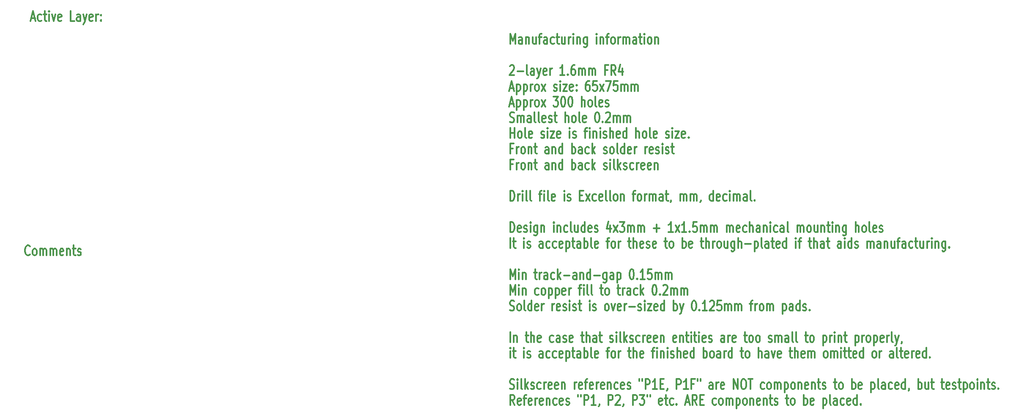
<source format=gbr>
G04 (created by PCBNEW-RS274X (2012-01-19 BZR 3256)-stable) date Thu 04 Oct 2012 23:16:50 BST*
G01*
G70*
G90*
%MOIN*%
G04 Gerber Fmt 3.4, Leading zero omitted, Abs format*
%FSLAX34Y34*%
G04 APERTURE LIST*
%ADD10C,0.006000*%
%ADD11C,0.012000*%
G04 APERTURE END LIST*
G54D10*
G54D11*
X47052Y-24320D02*
X47052Y-23520D01*
X47252Y-24091D01*
X47452Y-23520D01*
X47452Y-24320D01*
X47995Y-24320D02*
X47995Y-23901D01*
X47966Y-23825D01*
X47909Y-23786D01*
X47795Y-23786D01*
X47738Y-23825D01*
X47995Y-24282D02*
X47938Y-24320D01*
X47795Y-24320D01*
X47738Y-24282D01*
X47709Y-24206D01*
X47709Y-24129D01*
X47738Y-24053D01*
X47795Y-24015D01*
X47938Y-24015D01*
X47995Y-23977D01*
X48281Y-23786D02*
X48281Y-24320D01*
X48281Y-23863D02*
X48309Y-23825D01*
X48367Y-23786D01*
X48452Y-23786D01*
X48509Y-23825D01*
X48538Y-23901D01*
X48538Y-24320D01*
X49081Y-23786D02*
X49081Y-24320D01*
X48824Y-23786D02*
X48824Y-24206D01*
X48852Y-24282D01*
X48910Y-24320D01*
X48995Y-24320D01*
X49052Y-24282D01*
X49081Y-24244D01*
X49281Y-23786D02*
X49510Y-23786D01*
X49367Y-24320D02*
X49367Y-23634D01*
X49395Y-23558D01*
X49453Y-23520D01*
X49510Y-23520D01*
X49967Y-24320D02*
X49967Y-23901D01*
X49938Y-23825D01*
X49881Y-23786D01*
X49767Y-23786D01*
X49710Y-23825D01*
X49967Y-24282D02*
X49910Y-24320D01*
X49767Y-24320D01*
X49710Y-24282D01*
X49681Y-24206D01*
X49681Y-24129D01*
X49710Y-24053D01*
X49767Y-24015D01*
X49910Y-24015D01*
X49967Y-23977D01*
X50510Y-24282D02*
X50453Y-24320D01*
X50339Y-24320D01*
X50281Y-24282D01*
X50253Y-24244D01*
X50224Y-24167D01*
X50224Y-23939D01*
X50253Y-23863D01*
X50281Y-23825D01*
X50339Y-23786D01*
X50453Y-23786D01*
X50510Y-23825D01*
X50681Y-23786D02*
X50910Y-23786D01*
X50767Y-23520D02*
X50767Y-24206D01*
X50795Y-24282D01*
X50853Y-24320D01*
X50910Y-24320D01*
X51367Y-23786D02*
X51367Y-24320D01*
X51110Y-23786D02*
X51110Y-24206D01*
X51138Y-24282D01*
X51196Y-24320D01*
X51281Y-24320D01*
X51338Y-24282D01*
X51367Y-24244D01*
X51653Y-24320D02*
X51653Y-23786D01*
X51653Y-23939D02*
X51681Y-23863D01*
X51710Y-23825D01*
X51767Y-23786D01*
X51824Y-23786D01*
X52024Y-24320D02*
X52024Y-23786D01*
X52024Y-23520D02*
X51995Y-23558D01*
X52024Y-23596D01*
X52052Y-23558D01*
X52024Y-23520D01*
X52024Y-23596D01*
X52310Y-23786D02*
X52310Y-24320D01*
X52310Y-23863D02*
X52338Y-23825D01*
X52396Y-23786D01*
X52481Y-23786D01*
X52538Y-23825D01*
X52567Y-23901D01*
X52567Y-24320D01*
X53110Y-23786D02*
X53110Y-24434D01*
X53081Y-24510D01*
X53053Y-24548D01*
X52996Y-24586D01*
X52910Y-24586D01*
X52853Y-24548D01*
X53110Y-24282D02*
X53053Y-24320D01*
X52939Y-24320D01*
X52881Y-24282D01*
X52853Y-24244D01*
X52824Y-24167D01*
X52824Y-23939D01*
X52853Y-23863D01*
X52881Y-23825D01*
X52939Y-23786D01*
X53053Y-23786D01*
X53110Y-23825D01*
X53853Y-24320D02*
X53853Y-23786D01*
X53853Y-23520D02*
X53824Y-23558D01*
X53853Y-23596D01*
X53881Y-23558D01*
X53853Y-23520D01*
X53853Y-23596D01*
X54139Y-23786D02*
X54139Y-24320D01*
X54139Y-23863D02*
X54167Y-23825D01*
X54225Y-23786D01*
X54310Y-23786D01*
X54367Y-23825D01*
X54396Y-23901D01*
X54396Y-24320D01*
X54596Y-23786D02*
X54825Y-23786D01*
X54682Y-24320D02*
X54682Y-23634D01*
X54710Y-23558D01*
X54768Y-23520D01*
X54825Y-23520D01*
X55111Y-24320D02*
X55053Y-24282D01*
X55025Y-24244D01*
X54996Y-24167D01*
X54996Y-23939D01*
X55025Y-23863D01*
X55053Y-23825D01*
X55111Y-23786D01*
X55196Y-23786D01*
X55253Y-23825D01*
X55282Y-23863D01*
X55311Y-23939D01*
X55311Y-24167D01*
X55282Y-24244D01*
X55253Y-24282D01*
X55196Y-24320D01*
X55111Y-24320D01*
X55568Y-24320D02*
X55568Y-23786D01*
X55568Y-23939D02*
X55596Y-23863D01*
X55625Y-23825D01*
X55682Y-23786D01*
X55739Y-23786D01*
X55939Y-24320D02*
X55939Y-23786D01*
X55939Y-23863D02*
X55967Y-23825D01*
X56025Y-23786D01*
X56110Y-23786D01*
X56167Y-23825D01*
X56196Y-23901D01*
X56196Y-24320D01*
X56196Y-23901D02*
X56225Y-23825D01*
X56282Y-23786D01*
X56367Y-23786D01*
X56425Y-23825D01*
X56453Y-23901D01*
X56453Y-24320D01*
X56996Y-24320D02*
X56996Y-23901D01*
X56967Y-23825D01*
X56910Y-23786D01*
X56796Y-23786D01*
X56739Y-23825D01*
X56996Y-24282D02*
X56939Y-24320D01*
X56796Y-24320D01*
X56739Y-24282D01*
X56710Y-24206D01*
X56710Y-24129D01*
X56739Y-24053D01*
X56796Y-24015D01*
X56939Y-24015D01*
X56996Y-23977D01*
X57196Y-23786D02*
X57425Y-23786D01*
X57282Y-23520D02*
X57282Y-24206D01*
X57310Y-24282D01*
X57368Y-24320D01*
X57425Y-24320D01*
X57625Y-24320D02*
X57625Y-23786D01*
X57625Y-23520D02*
X57596Y-23558D01*
X57625Y-23596D01*
X57653Y-23558D01*
X57625Y-23520D01*
X57625Y-23596D01*
X57997Y-24320D02*
X57939Y-24282D01*
X57911Y-24244D01*
X57882Y-24167D01*
X57882Y-23939D01*
X57911Y-23863D01*
X57939Y-23825D01*
X57997Y-23786D01*
X58082Y-23786D01*
X58139Y-23825D01*
X58168Y-23863D01*
X58197Y-23939D01*
X58197Y-24167D01*
X58168Y-24244D01*
X58139Y-24282D01*
X58082Y-24320D01*
X57997Y-24320D01*
X58454Y-23786D02*
X58454Y-24320D01*
X58454Y-23863D02*
X58482Y-23825D01*
X58540Y-23786D01*
X58625Y-23786D01*
X58682Y-23825D01*
X58711Y-23901D01*
X58711Y-24320D01*
X47023Y-26076D02*
X47052Y-26038D01*
X47109Y-26000D01*
X47252Y-26000D01*
X47309Y-26038D01*
X47338Y-26076D01*
X47366Y-26152D01*
X47366Y-26228D01*
X47338Y-26343D01*
X46995Y-26800D01*
X47366Y-26800D01*
X47623Y-26495D02*
X48080Y-26495D01*
X48452Y-26800D02*
X48394Y-26762D01*
X48366Y-26686D01*
X48366Y-26000D01*
X48937Y-26800D02*
X48937Y-26381D01*
X48908Y-26305D01*
X48851Y-26266D01*
X48737Y-26266D01*
X48680Y-26305D01*
X48937Y-26762D02*
X48880Y-26800D01*
X48737Y-26800D01*
X48680Y-26762D01*
X48651Y-26686D01*
X48651Y-26609D01*
X48680Y-26533D01*
X48737Y-26495D01*
X48880Y-26495D01*
X48937Y-26457D01*
X49166Y-26266D02*
X49309Y-26800D01*
X49451Y-26266D02*
X49309Y-26800D01*
X49251Y-26990D01*
X49223Y-27028D01*
X49166Y-27066D01*
X49908Y-26762D02*
X49851Y-26800D01*
X49737Y-26800D01*
X49680Y-26762D01*
X49651Y-26686D01*
X49651Y-26381D01*
X49680Y-26305D01*
X49737Y-26266D01*
X49851Y-26266D01*
X49908Y-26305D01*
X49937Y-26381D01*
X49937Y-26457D01*
X49651Y-26533D01*
X50194Y-26800D02*
X50194Y-26266D01*
X50194Y-26419D02*
X50222Y-26343D01*
X50251Y-26305D01*
X50308Y-26266D01*
X50365Y-26266D01*
X51336Y-26800D02*
X50993Y-26800D01*
X51165Y-26800D02*
X51165Y-26000D01*
X51108Y-26114D01*
X51050Y-26190D01*
X50993Y-26228D01*
X51593Y-26724D02*
X51621Y-26762D01*
X51593Y-26800D01*
X51564Y-26762D01*
X51593Y-26724D01*
X51593Y-26800D01*
X52136Y-26000D02*
X52022Y-26000D01*
X51965Y-26038D01*
X51936Y-26076D01*
X51879Y-26190D01*
X51850Y-26343D01*
X51850Y-26647D01*
X51879Y-26724D01*
X51907Y-26762D01*
X51965Y-26800D01*
X52079Y-26800D01*
X52136Y-26762D01*
X52165Y-26724D01*
X52193Y-26647D01*
X52193Y-26457D01*
X52165Y-26381D01*
X52136Y-26343D01*
X52079Y-26305D01*
X51965Y-26305D01*
X51907Y-26343D01*
X51879Y-26381D01*
X51850Y-26457D01*
X52450Y-26800D02*
X52450Y-26266D01*
X52450Y-26343D02*
X52478Y-26305D01*
X52536Y-26266D01*
X52621Y-26266D01*
X52678Y-26305D01*
X52707Y-26381D01*
X52707Y-26800D01*
X52707Y-26381D02*
X52736Y-26305D01*
X52793Y-26266D01*
X52878Y-26266D01*
X52936Y-26305D01*
X52964Y-26381D01*
X52964Y-26800D01*
X53250Y-26800D02*
X53250Y-26266D01*
X53250Y-26343D02*
X53278Y-26305D01*
X53336Y-26266D01*
X53421Y-26266D01*
X53478Y-26305D01*
X53507Y-26381D01*
X53507Y-26800D01*
X53507Y-26381D02*
X53536Y-26305D01*
X53593Y-26266D01*
X53678Y-26266D01*
X53736Y-26305D01*
X53764Y-26381D01*
X53764Y-26800D01*
X54707Y-26381D02*
X54507Y-26381D01*
X54507Y-26800D02*
X54507Y-26000D01*
X54793Y-26000D01*
X55364Y-26800D02*
X55164Y-26419D01*
X55021Y-26800D02*
X55021Y-26000D01*
X55249Y-26000D01*
X55307Y-26038D01*
X55335Y-26076D01*
X55364Y-26152D01*
X55364Y-26266D01*
X55335Y-26343D01*
X55307Y-26381D01*
X55249Y-26419D01*
X55021Y-26419D01*
X55878Y-26266D02*
X55878Y-26800D01*
X55735Y-25962D02*
X55592Y-26533D01*
X55964Y-26533D01*
X47023Y-27811D02*
X47309Y-27811D01*
X46966Y-28040D02*
X47166Y-27240D01*
X47366Y-28040D01*
X47566Y-27506D02*
X47566Y-28306D01*
X47566Y-27545D02*
X47623Y-27506D01*
X47737Y-27506D01*
X47794Y-27545D01*
X47823Y-27583D01*
X47852Y-27659D01*
X47852Y-27887D01*
X47823Y-27964D01*
X47794Y-28002D01*
X47737Y-28040D01*
X47623Y-28040D01*
X47566Y-28002D01*
X48109Y-27506D02*
X48109Y-28306D01*
X48109Y-27545D02*
X48166Y-27506D01*
X48280Y-27506D01*
X48337Y-27545D01*
X48366Y-27583D01*
X48395Y-27659D01*
X48395Y-27887D01*
X48366Y-27964D01*
X48337Y-28002D01*
X48280Y-28040D01*
X48166Y-28040D01*
X48109Y-28002D01*
X48652Y-28040D02*
X48652Y-27506D01*
X48652Y-27659D02*
X48680Y-27583D01*
X48709Y-27545D01*
X48766Y-27506D01*
X48823Y-27506D01*
X49109Y-28040D02*
X49051Y-28002D01*
X49023Y-27964D01*
X48994Y-27887D01*
X48994Y-27659D01*
X49023Y-27583D01*
X49051Y-27545D01*
X49109Y-27506D01*
X49194Y-27506D01*
X49251Y-27545D01*
X49280Y-27583D01*
X49309Y-27659D01*
X49309Y-27887D01*
X49280Y-27964D01*
X49251Y-28002D01*
X49194Y-28040D01*
X49109Y-28040D01*
X49509Y-28040D02*
X49823Y-27506D01*
X49509Y-27506D02*
X49823Y-28040D01*
X50480Y-28002D02*
X50537Y-28040D01*
X50652Y-28040D01*
X50709Y-28002D01*
X50737Y-27926D01*
X50737Y-27887D01*
X50709Y-27811D01*
X50652Y-27773D01*
X50566Y-27773D01*
X50509Y-27735D01*
X50480Y-27659D01*
X50480Y-27621D01*
X50509Y-27545D01*
X50566Y-27506D01*
X50652Y-27506D01*
X50709Y-27545D01*
X50995Y-28040D02*
X50995Y-27506D01*
X50995Y-27240D02*
X50966Y-27278D01*
X50995Y-27316D01*
X51023Y-27278D01*
X50995Y-27240D01*
X50995Y-27316D01*
X51224Y-27506D02*
X51538Y-27506D01*
X51224Y-28040D01*
X51538Y-28040D01*
X51995Y-28002D02*
X51938Y-28040D01*
X51824Y-28040D01*
X51767Y-28002D01*
X51738Y-27926D01*
X51738Y-27621D01*
X51767Y-27545D01*
X51824Y-27506D01*
X51938Y-27506D01*
X51995Y-27545D01*
X52024Y-27621D01*
X52024Y-27697D01*
X51738Y-27773D01*
X52281Y-27964D02*
X52309Y-28002D01*
X52281Y-28040D01*
X52252Y-28002D01*
X52281Y-27964D01*
X52281Y-28040D01*
X52281Y-27545D02*
X52309Y-27583D01*
X52281Y-27621D01*
X52252Y-27583D01*
X52281Y-27545D01*
X52281Y-27621D01*
X53281Y-27240D02*
X53167Y-27240D01*
X53110Y-27278D01*
X53081Y-27316D01*
X53024Y-27430D01*
X52995Y-27583D01*
X52995Y-27887D01*
X53024Y-27964D01*
X53052Y-28002D01*
X53110Y-28040D01*
X53224Y-28040D01*
X53281Y-28002D01*
X53310Y-27964D01*
X53338Y-27887D01*
X53338Y-27697D01*
X53310Y-27621D01*
X53281Y-27583D01*
X53224Y-27545D01*
X53110Y-27545D01*
X53052Y-27583D01*
X53024Y-27621D01*
X52995Y-27697D01*
X53881Y-27240D02*
X53595Y-27240D01*
X53566Y-27621D01*
X53595Y-27583D01*
X53652Y-27545D01*
X53795Y-27545D01*
X53852Y-27583D01*
X53881Y-27621D01*
X53909Y-27697D01*
X53909Y-27887D01*
X53881Y-27964D01*
X53852Y-28002D01*
X53795Y-28040D01*
X53652Y-28040D01*
X53595Y-28002D01*
X53566Y-27964D01*
X54109Y-28040D02*
X54423Y-27506D01*
X54109Y-27506D02*
X54423Y-28040D01*
X54595Y-27240D02*
X54995Y-27240D01*
X54738Y-28040D01*
X55509Y-27240D02*
X55223Y-27240D01*
X55194Y-27621D01*
X55223Y-27583D01*
X55280Y-27545D01*
X55423Y-27545D01*
X55480Y-27583D01*
X55509Y-27621D01*
X55537Y-27697D01*
X55537Y-27887D01*
X55509Y-27964D01*
X55480Y-28002D01*
X55423Y-28040D01*
X55280Y-28040D01*
X55223Y-28002D01*
X55194Y-27964D01*
X55794Y-28040D02*
X55794Y-27506D01*
X55794Y-27583D02*
X55822Y-27545D01*
X55880Y-27506D01*
X55965Y-27506D01*
X56022Y-27545D01*
X56051Y-27621D01*
X56051Y-28040D01*
X56051Y-27621D02*
X56080Y-27545D01*
X56137Y-27506D01*
X56222Y-27506D01*
X56280Y-27545D01*
X56308Y-27621D01*
X56308Y-28040D01*
X56594Y-28040D02*
X56594Y-27506D01*
X56594Y-27583D02*
X56622Y-27545D01*
X56680Y-27506D01*
X56765Y-27506D01*
X56822Y-27545D01*
X56851Y-27621D01*
X56851Y-28040D01*
X56851Y-27621D02*
X56880Y-27545D01*
X56937Y-27506D01*
X57022Y-27506D01*
X57080Y-27545D01*
X57108Y-27621D01*
X57108Y-28040D01*
X47023Y-29051D02*
X47309Y-29051D01*
X46966Y-29280D02*
X47166Y-28480D01*
X47366Y-29280D01*
X47566Y-28746D02*
X47566Y-29546D01*
X47566Y-28785D02*
X47623Y-28746D01*
X47737Y-28746D01*
X47794Y-28785D01*
X47823Y-28823D01*
X47852Y-28899D01*
X47852Y-29127D01*
X47823Y-29204D01*
X47794Y-29242D01*
X47737Y-29280D01*
X47623Y-29280D01*
X47566Y-29242D01*
X48109Y-28746D02*
X48109Y-29546D01*
X48109Y-28785D02*
X48166Y-28746D01*
X48280Y-28746D01*
X48337Y-28785D01*
X48366Y-28823D01*
X48395Y-28899D01*
X48395Y-29127D01*
X48366Y-29204D01*
X48337Y-29242D01*
X48280Y-29280D01*
X48166Y-29280D01*
X48109Y-29242D01*
X48652Y-29280D02*
X48652Y-28746D01*
X48652Y-28899D02*
X48680Y-28823D01*
X48709Y-28785D01*
X48766Y-28746D01*
X48823Y-28746D01*
X49109Y-29280D02*
X49051Y-29242D01*
X49023Y-29204D01*
X48994Y-29127D01*
X48994Y-28899D01*
X49023Y-28823D01*
X49051Y-28785D01*
X49109Y-28746D01*
X49194Y-28746D01*
X49251Y-28785D01*
X49280Y-28823D01*
X49309Y-28899D01*
X49309Y-29127D01*
X49280Y-29204D01*
X49251Y-29242D01*
X49194Y-29280D01*
X49109Y-29280D01*
X49509Y-29280D02*
X49823Y-28746D01*
X49509Y-28746D02*
X49823Y-29280D01*
X50452Y-28480D02*
X50823Y-28480D01*
X50623Y-28785D01*
X50709Y-28785D01*
X50766Y-28823D01*
X50795Y-28861D01*
X50823Y-28937D01*
X50823Y-29127D01*
X50795Y-29204D01*
X50766Y-29242D01*
X50709Y-29280D01*
X50537Y-29280D01*
X50480Y-29242D01*
X50452Y-29204D01*
X51194Y-28480D02*
X51251Y-28480D01*
X51308Y-28518D01*
X51337Y-28556D01*
X51366Y-28632D01*
X51394Y-28785D01*
X51394Y-28975D01*
X51366Y-29127D01*
X51337Y-29204D01*
X51308Y-29242D01*
X51251Y-29280D01*
X51194Y-29280D01*
X51137Y-29242D01*
X51108Y-29204D01*
X51080Y-29127D01*
X51051Y-28975D01*
X51051Y-28785D01*
X51080Y-28632D01*
X51108Y-28556D01*
X51137Y-28518D01*
X51194Y-28480D01*
X51765Y-28480D02*
X51822Y-28480D01*
X51879Y-28518D01*
X51908Y-28556D01*
X51937Y-28632D01*
X51965Y-28785D01*
X51965Y-28975D01*
X51937Y-29127D01*
X51908Y-29204D01*
X51879Y-29242D01*
X51822Y-29280D01*
X51765Y-29280D01*
X51708Y-29242D01*
X51679Y-29204D01*
X51651Y-29127D01*
X51622Y-28975D01*
X51622Y-28785D01*
X51651Y-28632D01*
X51679Y-28556D01*
X51708Y-28518D01*
X51765Y-28480D01*
X52679Y-29280D02*
X52679Y-28480D01*
X52936Y-29280D02*
X52936Y-28861D01*
X52907Y-28785D01*
X52850Y-28746D01*
X52765Y-28746D01*
X52707Y-28785D01*
X52679Y-28823D01*
X53308Y-29280D02*
X53250Y-29242D01*
X53222Y-29204D01*
X53193Y-29127D01*
X53193Y-28899D01*
X53222Y-28823D01*
X53250Y-28785D01*
X53308Y-28746D01*
X53393Y-28746D01*
X53450Y-28785D01*
X53479Y-28823D01*
X53508Y-28899D01*
X53508Y-29127D01*
X53479Y-29204D01*
X53450Y-29242D01*
X53393Y-29280D01*
X53308Y-29280D01*
X53851Y-29280D02*
X53793Y-29242D01*
X53765Y-29166D01*
X53765Y-28480D01*
X54307Y-29242D02*
X54250Y-29280D01*
X54136Y-29280D01*
X54079Y-29242D01*
X54050Y-29166D01*
X54050Y-28861D01*
X54079Y-28785D01*
X54136Y-28746D01*
X54250Y-28746D01*
X54307Y-28785D01*
X54336Y-28861D01*
X54336Y-28937D01*
X54050Y-29013D01*
X54564Y-29242D02*
X54621Y-29280D01*
X54736Y-29280D01*
X54793Y-29242D01*
X54821Y-29166D01*
X54821Y-29127D01*
X54793Y-29051D01*
X54736Y-29013D01*
X54650Y-29013D01*
X54593Y-28975D01*
X54564Y-28899D01*
X54564Y-28861D01*
X54593Y-28785D01*
X54650Y-28746D01*
X54736Y-28746D01*
X54793Y-28785D01*
X47023Y-30482D02*
X47109Y-30520D01*
X47252Y-30520D01*
X47309Y-30482D01*
X47338Y-30444D01*
X47366Y-30367D01*
X47366Y-30291D01*
X47338Y-30215D01*
X47309Y-30177D01*
X47252Y-30139D01*
X47138Y-30101D01*
X47080Y-30063D01*
X47052Y-30025D01*
X47023Y-29948D01*
X47023Y-29872D01*
X47052Y-29796D01*
X47080Y-29758D01*
X47138Y-29720D01*
X47280Y-29720D01*
X47366Y-29758D01*
X47623Y-30520D02*
X47623Y-29986D01*
X47623Y-30063D02*
X47651Y-30025D01*
X47709Y-29986D01*
X47794Y-29986D01*
X47851Y-30025D01*
X47880Y-30101D01*
X47880Y-30520D01*
X47880Y-30101D02*
X47909Y-30025D01*
X47966Y-29986D01*
X48051Y-29986D01*
X48109Y-30025D01*
X48137Y-30101D01*
X48137Y-30520D01*
X48680Y-30520D02*
X48680Y-30101D01*
X48651Y-30025D01*
X48594Y-29986D01*
X48480Y-29986D01*
X48423Y-30025D01*
X48680Y-30482D02*
X48623Y-30520D01*
X48480Y-30520D01*
X48423Y-30482D01*
X48394Y-30406D01*
X48394Y-30329D01*
X48423Y-30253D01*
X48480Y-30215D01*
X48623Y-30215D01*
X48680Y-30177D01*
X49052Y-30520D02*
X48994Y-30482D01*
X48966Y-30406D01*
X48966Y-29720D01*
X49366Y-30520D02*
X49308Y-30482D01*
X49280Y-30406D01*
X49280Y-29720D01*
X49822Y-30482D02*
X49765Y-30520D01*
X49651Y-30520D01*
X49594Y-30482D01*
X49565Y-30406D01*
X49565Y-30101D01*
X49594Y-30025D01*
X49651Y-29986D01*
X49765Y-29986D01*
X49822Y-30025D01*
X49851Y-30101D01*
X49851Y-30177D01*
X49565Y-30253D01*
X50079Y-30482D02*
X50136Y-30520D01*
X50251Y-30520D01*
X50308Y-30482D01*
X50336Y-30406D01*
X50336Y-30367D01*
X50308Y-30291D01*
X50251Y-30253D01*
X50165Y-30253D01*
X50108Y-30215D01*
X50079Y-30139D01*
X50079Y-30101D01*
X50108Y-30025D01*
X50165Y-29986D01*
X50251Y-29986D01*
X50308Y-30025D01*
X50508Y-29986D02*
X50737Y-29986D01*
X50594Y-29720D02*
X50594Y-30406D01*
X50622Y-30482D01*
X50680Y-30520D01*
X50737Y-30520D01*
X51394Y-30520D02*
X51394Y-29720D01*
X51651Y-30520D02*
X51651Y-30101D01*
X51622Y-30025D01*
X51565Y-29986D01*
X51480Y-29986D01*
X51422Y-30025D01*
X51394Y-30063D01*
X52023Y-30520D02*
X51965Y-30482D01*
X51937Y-30444D01*
X51908Y-30367D01*
X51908Y-30139D01*
X51937Y-30063D01*
X51965Y-30025D01*
X52023Y-29986D01*
X52108Y-29986D01*
X52165Y-30025D01*
X52194Y-30063D01*
X52223Y-30139D01*
X52223Y-30367D01*
X52194Y-30444D01*
X52165Y-30482D01*
X52108Y-30520D01*
X52023Y-30520D01*
X52566Y-30520D02*
X52508Y-30482D01*
X52480Y-30406D01*
X52480Y-29720D01*
X53022Y-30482D02*
X52965Y-30520D01*
X52851Y-30520D01*
X52794Y-30482D01*
X52765Y-30406D01*
X52765Y-30101D01*
X52794Y-30025D01*
X52851Y-29986D01*
X52965Y-29986D01*
X53022Y-30025D01*
X53051Y-30101D01*
X53051Y-30177D01*
X52765Y-30253D01*
X53879Y-29720D02*
X53936Y-29720D01*
X53993Y-29758D01*
X54022Y-29796D01*
X54051Y-29872D01*
X54079Y-30025D01*
X54079Y-30215D01*
X54051Y-30367D01*
X54022Y-30444D01*
X53993Y-30482D01*
X53936Y-30520D01*
X53879Y-30520D01*
X53822Y-30482D01*
X53793Y-30444D01*
X53765Y-30367D01*
X53736Y-30215D01*
X53736Y-30025D01*
X53765Y-29872D01*
X53793Y-29796D01*
X53822Y-29758D01*
X53879Y-29720D01*
X54336Y-30444D02*
X54364Y-30482D01*
X54336Y-30520D01*
X54307Y-30482D01*
X54336Y-30444D01*
X54336Y-30520D01*
X54593Y-29796D02*
X54622Y-29758D01*
X54679Y-29720D01*
X54822Y-29720D01*
X54879Y-29758D01*
X54908Y-29796D01*
X54936Y-29872D01*
X54936Y-29948D01*
X54908Y-30063D01*
X54565Y-30520D01*
X54936Y-30520D01*
X55193Y-30520D02*
X55193Y-29986D01*
X55193Y-30063D02*
X55221Y-30025D01*
X55279Y-29986D01*
X55364Y-29986D01*
X55421Y-30025D01*
X55450Y-30101D01*
X55450Y-30520D01*
X55450Y-30101D02*
X55479Y-30025D01*
X55536Y-29986D01*
X55621Y-29986D01*
X55679Y-30025D01*
X55707Y-30101D01*
X55707Y-30520D01*
X55993Y-30520D02*
X55993Y-29986D01*
X55993Y-30063D02*
X56021Y-30025D01*
X56079Y-29986D01*
X56164Y-29986D01*
X56221Y-30025D01*
X56250Y-30101D01*
X56250Y-30520D01*
X56250Y-30101D02*
X56279Y-30025D01*
X56336Y-29986D01*
X56421Y-29986D01*
X56479Y-30025D01*
X56507Y-30101D01*
X56507Y-30520D01*
X47052Y-31760D02*
X47052Y-30960D01*
X47052Y-31341D02*
X47395Y-31341D01*
X47395Y-31760D02*
X47395Y-30960D01*
X47767Y-31760D02*
X47709Y-31722D01*
X47681Y-31684D01*
X47652Y-31607D01*
X47652Y-31379D01*
X47681Y-31303D01*
X47709Y-31265D01*
X47767Y-31226D01*
X47852Y-31226D01*
X47909Y-31265D01*
X47938Y-31303D01*
X47967Y-31379D01*
X47967Y-31607D01*
X47938Y-31684D01*
X47909Y-31722D01*
X47852Y-31760D01*
X47767Y-31760D01*
X48310Y-31760D02*
X48252Y-31722D01*
X48224Y-31646D01*
X48224Y-30960D01*
X48766Y-31722D02*
X48709Y-31760D01*
X48595Y-31760D01*
X48538Y-31722D01*
X48509Y-31646D01*
X48509Y-31341D01*
X48538Y-31265D01*
X48595Y-31226D01*
X48709Y-31226D01*
X48766Y-31265D01*
X48795Y-31341D01*
X48795Y-31417D01*
X48509Y-31493D01*
X49480Y-31722D02*
X49537Y-31760D01*
X49652Y-31760D01*
X49709Y-31722D01*
X49737Y-31646D01*
X49737Y-31607D01*
X49709Y-31531D01*
X49652Y-31493D01*
X49566Y-31493D01*
X49509Y-31455D01*
X49480Y-31379D01*
X49480Y-31341D01*
X49509Y-31265D01*
X49566Y-31226D01*
X49652Y-31226D01*
X49709Y-31265D01*
X49995Y-31760D02*
X49995Y-31226D01*
X49995Y-30960D02*
X49966Y-30998D01*
X49995Y-31036D01*
X50023Y-30998D01*
X49995Y-30960D01*
X49995Y-31036D01*
X50224Y-31226D02*
X50538Y-31226D01*
X50224Y-31760D01*
X50538Y-31760D01*
X50995Y-31722D02*
X50938Y-31760D01*
X50824Y-31760D01*
X50767Y-31722D01*
X50738Y-31646D01*
X50738Y-31341D01*
X50767Y-31265D01*
X50824Y-31226D01*
X50938Y-31226D01*
X50995Y-31265D01*
X51024Y-31341D01*
X51024Y-31417D01*
X50738Y-31493D01*
X51738Y-31760D02*
X51738Y-31226D01*
X51738Y-30960D02*
X51709Y-30998D01*
X51738Y-31036D01*
X51766Y-30998D01*
X51738Y-30960D01*
X51738Y-31036D01*
X51995Y-31722D02*
X52052Y-31760D01*
X52167Y-31760D01*
X52224Y-31722D01*
X52252Y-31646D01*
X52252Y-31607D01*
X52224Y-31531D01*
X52167Y-31493D01*
X52081Y-31493D01*
X52024Y-31455D01*
X51995Y-31379D01*
X51995Y-31341D01*
X52024Y-31265D01*
X52081Y-31226D01*
X52167Y-31226D01*
X52224Y-31265D01*
X52881Y-31226D02*
X53110Y-31226D01*
X52967Y-31760D02*
X52967Y-31074D01*
X52995Y-30998D01*
X53053Y-30960D01*
X53110Y-30960D01*
X53310Y-31760D02*
X53310Y-31226D01*
X53310Y-30960D02*
X53281Y-30998D01*
X53310Y-31036D01*
X53338Y-30998D01*
X53310Y-30960D01*
X53310Y-31036D01*
X53596Y-31226D02*
X53596Y-31760D01*
X53596Y-31303D02*
X53624Y-31265D01*
X53682Y-31226D01*
X53767Y-31226D01*
X53824Y-31265D01*
X53853Y-31341D01*
X53853Y-31760D01*
X54139Y-31760D02*
X54139Y-31226D01*
X54139Y-30960D02*
X54110Y-30998D01*
X54139Y-31036D01*
X54167Y-30998D01*
X54139Y-30960D01*
X54139Y-31036D01*
X54396Y-31722D02*
X54453Y-31760D01*
X54568Y-31760D01*
X54625Y-31722D01*
X54653Y-31646D01*
X54653Y-31607D01*
X54625Y-31531D01*
X54568Y-31493D01*
X54482Y-31493D01*
X54425Y-31455D01*
X54396Y-31379D01*
X54396Y-31341D01*
X54425Y-31265D01*
X54482Y-31226D01*
X54568Y-31226D01*
X54625Y-31265D01*
X54911Y-31760D02*
X54911Y-30960D01*
X55168Y-31760D02*
X55168Y-31341D01*
X55139Y-31265D01*
X55082Y-31226D01*
X54997Y-31226D01*
X54939Y-31265D01*
X54911Y-31303D01*
X55682Y-31722D02*
X55625Y-31760D01*
X55511Y-31760D01*
X55454Y-31722D01*
X55425Y-31646D01*
X55425Y-31341D01*
X55454Y-31265D01*
X55511Y-31226D01*
X55625Y-31226D01*
X55682Y-31265D01*
X55711Y-31341D01*
X55711Y-31417D01*
X55425Y-31493D01*
X56225Y-31760D02*
X56225Y-30960D01*
X56225Y-31722D02*
X56168Y-31760D01*
X56054Y-31760D01*
X55996Y-31722D01*
X55968Y-31684D01*
X55939Y-31607D01*
X55939Y-31379D01*
X55968Y-31303D01*
X55996Y-31265D01*
X56054Y-31226D01*
X56168Y-31226D01*
X56225Y-31265D01*
X56968Y-31760D02*
X56968Y-30960D01*
X57225Y-31760D02*
X57225Y-31341D01*
X57196Y-31265D01*
X57139Y-31226D01*
X57054Y-31226D01*
X56996Y-31265D01*
X56968Y-31303D01*
X57597Y-31760D02*
X57539Y-31722D01*
X57511Y-31684D01*
X57482Y-31607D01*
X57482Y-31379D01*
X57511Y-31303D01*
X57539Y-31265D01*
X57597Y-31226D01*
X57682Y-31226D01*
X57739Y-31265D01*
X57768Y-31303D01*
X57797Y-31379D01*
X57797Y-31607D01*
X57768Y-31684D01*
X57739Y-31722D01*
X57682Y-31760D01*
X57597Y-31760D01*
X58140Y-31760D02*
X58082Y-31722D01*
X58054Y-31646D01*
X58054Y-30960D01*
X58596Y-31722D02*
X58539Y-31760D01*
X58425Y-31760D01*
X58368Y-31722D01*
X58339Y-31646D01*
X58339Y-31341D01*
X58368Y-31265D01*
X58425Y-31226D01*
X58539Y-31226D01*
X58596Y-31265D01*
X58625Y-31341D01*
X58625Y-31417D01*
X58339Y-31493D01*
X59310Y-31722D02*
X59367Y-31760D01*
X59482Y-31760D01*
X59539Y-31722D01*
X59567Y-31646D01*
X59567Y-31607D01*
X59539Y-31531D01*
X59482Y-31493D01*
X59396Y-31493D01*
X59339Y-31455D01*
X59310Y-31379D01*
X59310Y-31341D01*
X59339Y-31265D01*
X59396Y-31226D01*
X59482Y-31226D01*
X59539Y-31265D01*
X59825Y-31760D02*
X59825Y-31226D01*
X59825Y-30960D02*
X59796Y-30998D01*
X59825Y-31036D01*
X59853Y-30998D01*
X59825Y-30960D01*
X59825Y-31036D01*
X60054Y-31226D02*
X60368Y-31226D01*
X60054Y-31760D01*
X60368Y-31760D01*
X60825Y-31722D02*
X60768Y-31760D01*
X60654Y-31760D01*
X60597Y-31722D01*
X60568Y-31646D01*
X60568Y-31341D01*
X60597Y-31265D01*
X60654Y-31226D01*
X60768Y-31226D01*
X60825Y-31265D01*
X60854Y-31341D01*
X60854Y-31417D01*
X60568Y-31493D01*
X61111Y-31684D02*
X61139Y-31722D01*
X61111Y-31760D01*
X61082Y-31722D01*
X61111Y-31684D01*
X61111Y-31760D01*
X47252Y-32581D02*
X47052Y-32581D01*
X47052Y-33000D02*
X47052Y-32200D01*
X47338Y-32200D01*
X47566Y-33000D02*
X47566Y-32466D01*
X47566Y-32619D02*
X47594Y-32543D01*
X47623Y-32505D01*
X47680Y-32466D01*
X47737Y-32466D01*
X48023Y-33000D02*
X47965Y-32962D01*
X47937Y-32924D01*
X47908Y-32847D01*
X47908Y-32619D01*
X47937Y-32543D01*
X47965Y-32505D01*
X48023Y-32466D01*
X48108Y-32466D01*
X48165Y-32505D01*
X48194Y-32543D01*
X48223Y-32619D01*
X48223Y-32847D01*
X48194Y-32924D01*
X48165Y-32962D01*
X48108Y-33000D01*
X48023Y-33000D01*
X48480Y-32466D02*
X48480Y-33000D01*
X48480Y-32543D02*
X48508Y-32505D01*
X48566Y-32466D01*
X48651Y-32466D01*
X48708Y-32505D01*
X48737Y-32581D01*
X48737Y-33000D01*
X48937Y-32466D02*
X49166Y-32466D01*
X49023Y-32200D02*
X49023Y-32886D01*
X49051Y-32962D01*
X49109Y-33000D01*
X49166Y-33000D01*
X50080Y-33000D02*
X50080Y-32581D01*
X50051Y-32505D01*
X49994Y-32466D01*
X49880Y-32466D01*
X49823Y-32505D01*
X50080Y-32962D02*
X50023Y-33000D01*
X49880Y-33000D01*
X49823Y-32962D01*
X49794Y-32886D01*
X49794Y-32809D01*
X49823Y-32733D01*
X49880Y-32695D01*
X50023Y-32695D01*
X50080Y-32657D01*
X50366Y-32466D02*
X50366Y-33000D01*
X50366Y-32543D02*
X50394Y-32505D01*
X50452Y-32466D01*
X50537Y-32466D01*
X50594Y-32505D01*
X50623Y-32581D01*
X50623Y-33000D01*
X51166Y-33000D02*
X51166Y-32200D01*
X51166Y-32962D02*
X51109Y-33000D01*
X50995Y-33000D01*
X50937Y-32962D01*
X50909Y-32924D01*
X50880Y-32847D01*
X50880Y-32619D01*
X50909Y-32543D01*
X50937Y-32505D01*
X50995Y-32466D01*
X51109Y-32466D01*
X51166Y-32505D01*
X51909Y-33000D02*
X51909Y-32200D01*
X51909Y-32505D02*
X51966Y-32466D01*
X52080Y-32466D01*
X52137Y-32505D01*
X52166Y-32543D01*
X52195Y-32619D01*
X52195Y-32847D01*
X52166Y-32924D01*
X52137Y-32962D01*
X52080Y-33000D01*
X51966Y-33000D01*
X51909Y-32962D01*
X52709Y-33000D02*
X52709Y-32581D01*
X52680Y-32505D01*
X52623Y-32466D01*
X52509Y-32466D01*
X52452Y-32505D01*
X52709Y-32962D02*
X52652Y-33000D01*
X52509Y-33000D01*
X52452Y-32962D01*
X52423Y-32886D01*
X52423Y-32809D01*
X52452Y-32733D01*
X52509Y-32695D01*
X52652Y-32695D01*
X52709Y-32657D01*
X53252Y-32962D02*
X53195Y-33000D01*
X53081Y-33000D01*
X53023Y-32962D01*
X52995Y-32924D01*
X52966Y-32847D01*
X52966Y-32619D01*
X52995Y-32543D01*
X53023Y-32505D01*
X53081Y-32466D01*
X53195Y-32466D01*
X53252Y-32505D01*
X53509Y-33000D02*
X53509Y-32200D01*
X53566Y-32695D02*
X53737Y-33000D01*
X53737Y-32466D02*
X53509Y-32771D01*
X54423Y-32962D02*
X54480Y-33000D01*
X54595Y-33000D01*
X54652Y-32962D01*
X54680Y-32886D01*
X54680Y-32847D01*
X54652Y-32771D01*
X54595Y-32733D01*
X54509Y-32733D01*
X54452Y-32695D01*
X54423Y-32619D01*
X54423Y-32581D01*
X54452Y-32505D01*
X54509Y-32466D01*
X54595Y-32466D01*
X54652Y-32505D01*
X55024Y-33000D02*
X54966Y-32962D01*
X54938Y-32924D01*
X54909Y-32847D01*
X54909Y-32619D01*
X54938Y-32543D01*
X54966Y-32505D01*
X55024Y-32466D01*
X55109Y-32466D01*
X55166Y-32505D01*
X55195Y-32543D01*
X55224Y-32619D01*
X55224Y-32847D01*
X55195Y-32924D01*
X55166Y-32962D01*
X55109Y-33000D01*
X55024Y-33000D01*
X55567Y-33000D02*
X55509Y-32962D01*
X55481Y-32886D01*
X55481Y-32200D01*
X56052Y-33000D02*
X56052Y-32200D01*
X56052Y-32962D02*
X55995Y-33000D01*
X55881Y-33000D01*
X55823Y-32962D01*
X55795Y-32924D01*
X55766Y-32847D01*
X55766Y-32619D01*
X55795Y-32543D01*
X55823Y-32505D01*
X55881Y-32466D01*
X55995Y-32466D01*
X56052Y-32505D01*
X56566Y-32962D02*
X56509Y-33000D01*
X56395Y-33000D01*
X56338Y-32962D01*
X56309Y-32886D01*
X56309Y-32581D01*
X56338Y-32505D01*
X56395Y-32466D01*
X56509Y-32466D01*
X56566Y-32505D01*
X56595Y-32581D01*
X56595Y-32657D01*
X56309Y-32733D01*
X56852Y-33000D02*
X56852Y-32466D01*
X56852Y-32619D02*
X56880Y-32543D01*
X56909Y-32505D01*
X56966Y-32466D01*
X57023Y-32466D01*
X57680Y-33000D02*
X57680Y-32466D01*
X57680Y-32619D02*
X57708Y-32543D01*
X57737Y-32505D01*
X57794Y-32466D01*
X57851Y-32466D01*
X58279Y-32962D02*
X58222Y-33000D01*
X58108Y-33000D01*
X58051Y-32962D01*
X58022Y-32886D01*
X58022Y-32581D01*
X58051Y-32505D01*
X58108Y-32466D01*
X58222Y-32466D01*
X58279Y-32505D01*
X58308Y-32581D01*
X58308Y-32657D01*
X58022Y-32733D01*
X58536Y-32962D02*
X58593Y-33000D01*
X58708Y-33000D01*
X58765Y-32962D01*
X58793Y-32886D01*
X58793Y-32847D01*
X58765Y-32771D01*
X58708Y-32733D01*
X58622Y-32733D01*
X58565Y-32695D01*
X58536Y-32619D01*
X58536Y-32581D01*
X58565Y-32505D01*
X58622Y-32466D01*
X58708Y-32466D01*
X58765Y-32505D01*
X59051Y-33000D02*
X59051Y-32466D01*
X59051Y-32200D02*
X59022Y-32238D01*
X59051Y-32276D01*
X59079Y-32238D01*
X59051Y-32200D01*
X59051Y-32276D01*
X59308Y-32962D02*
X59365Y-33000D01*
X59480Y-33000D01*
X59537Y-32962D01*
X59565Y-32886D01*
X59565Y-32847D01*
X59537Y-32771D01*
X59480Y-32733D01*
X59394Y-32733D01*
X59337Y-32695D01*
X59308Y-32619D01*
X59308Y-32581D01*
X59337Y-32505D01*
X59394Y-32466D01*
X59480Y-32466D01*
X59537Y-32505D01*
X59737Y-32466D02*
X59966Y-32466D01*
X59823Y-32200D02*
X59823Y-32886D01*
X59851Y-32962D01*
X59909Y-33000D01*
X59966Y-33000D01*
X47252Y-33821D02*
X47052Y-33821D01*
X47052Y-34240D02*
X47052Y-33440D01*
X47338Y-33440D01*
X47566Y-34240D02*
X47566Y-33706D01*
X47566Y-33859D02*
X47594Y-33783D01*
X47623Y-33745D01*
X47680Y-33706D01*
X47737Y-33706D01*
X48023Y-34240D02*
X47965Y-34202D01*
X47937Y-34164D01*
X47908Y-34087D01*
X47908Y-33859D01*
X47937Y-33783D01*
X47965Y-33745D01*
X48023Y-33706D01*
X48108Y-33706D01*
X48165Y-33745D01*
X48194Y-33783D01*
X48223Y-33859D01*
X48223Y-34087D01*
X48194Y-34164D01*
X48165Y-34202D01*
X48108Y-34240D01*
X48023Y-34240D01*
X48480Y-33706D02*
X48480Y-34240D01*
X48480Y-33783D02*
X48508Y-33745D01*
X48566Y-33706D01*
X48651Y-33706D01*
X48708Y-33745D01*
X48737Y-33821D01*
X48737Y-34240D01*
X48937Y-33706D02*
X49166Y-33706D01*
X49023Y-33440D02*
X49023Y-34126D01*
X49051Y-34202D01*
X49109Y-34240D01*
X49166Y-34240D01*
X50080Y-34240D02*
X50080Y-33821D01*
X50051Y-33745D01*
X49994Y-33706D01*
X49880Y-33706D01*
X49823Y-33745D01*
X50080Y-34202D02*
X50023Y-34240D01*
X49880Y-34240D01*
X49823Y-34202D01*
X49794Y-34126D01*
X49794Y-34049D01*
X49823Y-33973D01*
X49880Y-33935D01*
X50023Y-33935D01*
X50080Y-33897D01*
X50366Y-33706D02*
X50366Y-34240D01*
X50366Y-33783D02*
X50394Y-33745D01*
X50452Y-33706D01*
X50537Y-33706D01*
X50594Y-33745D01*
X50623Y-33821D01*
X50623Y-34240D01*
X51166Y-34240D02*
X51166Y-33440D01*
X51166Y-34202D02*
X51109Y-34240D01*
X50995Y-34240D01*
X50937Y-34202D01*
X50909Y-34164D01*
X50880Y-34087D01*
X50880Y-33859D01*
X50909Y-33783D01*
X50937Y-33745D01*
X50995Y-33706D01*
X51109Y-33706D01*
X51166Y-33745D01*
X51909Y-34240D02*
X51909Y-33440D01*
X51909Y-33745D02*
X51966Y-33706D01*
X52080Y-33706D01*
X52137Y-33745D01*
X52166Y-33783D01*
X52195Y-33859D01*
X52195Y-34087D01*
X52166Y-34164D01*
X52137Y-34202D01*
X52080Y-34240D01*
X51966Y-34240D01*
X51909Y-34202D01*
X52709Y-34240D02*
X52709Y-33821D01*
X52680Y-33745D01*
X52623Y-33706D01*
X52509Y-33706D01*
X52452Y-33745D01*
X52709Y-34202D02*
X52652Y-34240D01*
X52509Y-34240D01*
X52452Y-34202D01*
X52423Y-34126D01*
X52423Y-34049D01*
X52452Y-33973D01*
X52509Y-33935D01*
X52652Y-33935D01*
X52709Y-33897D01*
X53252Y-34202D02*
X53195Y-34240D01*
X53081Y-34240D01*
X53023Y-34202D01*
X52995Y-34164D01*
X52966Y-34087D01*
X52966Y-33859D01*
X52995Y-33783D01*
X53023Y-33745D01*
X53081Y-33706D01*
X53195Y-33706D01*
X53252Y-33745D01*
X53509Y-34240D02*
X53509Y-33440D01*
X53566Y-33935D02*
X53737Y-34240D01*
X53737Y-33706D02*
X53509Y-34011D01*
X54423Y-34202D02*
X54480Y-34240D01*
X54595Y-34240D01*
X54652Y-34202D01*
X54680Y-34126D01*
X54680Y-34087D01*
X54652Y-34011D01*
X54595Y-33973D01*
X54509Y-33973D01*
X54452Y-33935D01*
X54423Y-33859D01*
X54423Y-33821D01*
X54452Y-33745D01*
X54509Y-33706D01*
X54595Y-33706D01*
X54652Y-33745D01*
X54938Y-34240D02*
X54938Y-33706D01*
X54938Y-33440D02*
X54909Y-33478D01*
X54938Y-33516D01*
X54966Y-33478D01*
X54938Y-33440D01*
X54938Y-33516D01*
X55310Y-34240D02*
X55252Y-34202D01*
X55224Y-34126D01*
X55224Y-33440D01*
X55538Y-34240D02*
X55538Y-33440D01*
X55595Y-33935D02*
X55766Y-34240D01*
X55766Y-33706D02*
X55538Y-34011D01*
X55995Y-34202D02*
X56052Y-34240D01*
X56167Y-34240D01*
X56224Y-34202D01*
X56252Y-34126D01*
X56252Y-34087D01*
X56224Y-34011D01*
X56167Y-33973D01*
X56081Y-33973D01*
X56024Y-33935D01*
X55995Y-33859D01*
X55995Y-33821D01*
X56024Y-33745D01*
X56081Y-33706D01*
X56167Y-33706D01*
X56224Y-33745D01*
X56767Y-34202D02*
X56710Y-34240D01*
X56596Y-34240D01*
X56538Y-34202D01*
X56510Y-34164D01*
X56481Y-34087D01*
X56481Y-33859D01*
X56510Y-33783D01*
X56538Y-33745D01*
X56596Y-33706D01*
X56710Y-33706D01*
X56767Y-33745D01*
X57024Y-34240D02*
X57024Y-33706D01*
X57024Y-33859D02*
X57052Y-33783D01*
X57081Y-33745D01*
X57138Y-33706D01*
X57195Y-33706D01*
X57623Y-34202D02*
X57566Y-34240D01*
X57452Y-34240D01*
X57395Y-34202D01*
X57366Y-34126D01*
X57366Y-33821D01*
X57395Y-33745D01*
X57452Y-33706D01*
X57566Y-33706D01*
X57623Y-33745D01*
X57652Y-33821D01*
X57652Y-33897D01*
X57366Y-33973D01*
X58137Y-34202D02*
X58080Y-34240D01*
X57966Y-34240D01*
X57909Y-34202D01*
X57880Y-34126D01*
X57880Y-33821D01*
X57909Y-33745D01*
X57966Y-33706D01*
X58080Y-33706D01*
X58137Y-33745D01*
X58166Y-33821D01*
X58166Y-33897D01*
X57880Y-33973D01*
X58423Y-33706D02*
X58423Y-34240D01*
X58423Y-33783D02*
X58451Y-33745D01*
X58509Y-33706D01*
X58594Y-33706D01*
X58651Y-33745D01*
X58680Y-33821D01*
X58680Y-34240D01*
X47052Y-36720D02*
X47052Y-35920D01*
X47195Y-35920D01*
X47280Y-35958D01*
X47338Y-36034D01*
X47366Y-36110D01*
X47395Y-36263D01*
X47395Y-36377D01*
X47366Y-36529D01*
X47338Y-36606D01*
X47280Y-36682D01*
X47195Y-36720D01*
X47052Y-36720D01*
X47652Y-36720D02*
X47652Y-36186D01*
X47652Y-36339D02*
X47680Y-36263D01*
X47709Y-36225D01*
X47766Y-36186D01*
X47823Y-36186D01*
X48023Y-36720D02*
X48023Y-36186D01*
X48023Y-35920D02*
X47994Y-35958D01*
X48023Y-35996D01*
X48051Y-35958D01*
X48023Y-35920D01*
X48023Y-35996D01*
X48395Y-36720D02*
X48337Y-36682D01*
X48309Y-36606D01*
X48309Y-35920D01*
X48709Y-36720D02*
X48651Y-36682D01*
X48623Y-36606D01*
X48623Y-35920D01*
X49308Y-36186D02*
X49537Y-36186D01*
X49394Y-36720D02*
X49394Y-36034D01*
X49422Y-35958D01*
X49480Y-35920D01*
X49537Y-35920D01*
X49737Y-36720D02*
X49737Y-36186D01*
X49737Y-35920D02*
X49708Y-35958D01*
X49737Y-35996D01*
X49765Y-35958D01*
X49737Y-35920D01*
X49737Y-35996D01*
X50109Y-36720D02*
X50051Y-36682D01*
X50023Y-36606D01*
X50023Y-35920D01*
X50565Y-36682D02*
X50508Y-36720D01*
X50394Y-36720D01*
X50337Y-36682D01*
X50308Y-36606D01*
X50308Y-36301D01*
X50337Y-36225D01*
X50394Y-36186D01*
X50508Y-36186D01*
X50565Y-36225D01*
X50594Y-36301D01*
X50594Y-36377D01*
X50308Y-36453D01*
X51308Y-36720D02*
X51308Y-36186D01*
X51308Y-35920D02*
X51279Y-35958D01*
X51308Y-35996D01*
X51336Y-35958D01*
X51308Y-35920D01*
X51308Y-35996D01*
X51565Y-36682D02*
X51622Y-36720D01*
X51737Y-36720D01*
X51794Y-36682D01*
X51822Y-36606D01*
X51822Y-36567D01*
X51794Y-36491D01*
X51737Y-36453D01*
X51651Y-36453D01*
X51594Y-36415D01*
X51565Y-36339D01*
X51565Y-36301D01*
X51594Y-36225D01*
X51651Y-36186D01*
X51737Y-36186D01*
X51794Y-36225D01*
X52537Y-36301D02*
X52737Y-36301D01*
X52823Y-36720D02*
X52537Y-36720D01*
X52537Y-35920D01*
X52823Y-35920D01*
X53023Y-36720D02*
X53337Y-36186D01*
X53023Y-36186D02*
X53337Y-36720D01*
X53823Y-36682D02*
X53766Y-36720D01*
X53652Y-36720D01*
X53594Y-36682D01*
X53566Y-36644D01*
X53537Y-36567D01*
X53537Y-36339D01*
X53566Y-36263D01*
X53594Y-36225D01*
X53652Y-36186D01*
X53766Y-36186D01*
X53823Y-36225D01*
X54308Y-36682D02*
X54251Y-36720D01*
X54137Y-36720D01*
X54080Y-36682D01*
X54051Y-36606D01*
X54051Y-36301D01*
X54080Y-36225D01*
X54137Y-36186D01*
X54251Y-36186D01*
X54308Y-36225D01*
X54337Y-36301D01*
X54337Y-36377D01*
X54051Y-36453D01*
X54680Y-36720D02*
X54622Y-36682D01*
X54594Y-36606D01*
X54594Y-35920D01*
X54994Y-36720D02*
X54936Y-36682D01*
X54908Y-36606D01*
X54908Y-35920D01*
X55308Y-36720D02*
X55250Y-36682D01*
X55222Y-36644D01*
X55193Y-36567D01*
X55193Y-36339D01*
X55222Y-36263D01*
X55250Y-36225D01*
X55308Y-36186D01*
X55393Y-36186D01*
X55450Y-36225D01*
X55479Y-36263D01*
X55508Y-36339D01*
X55508Y-36567D01*
X55479Y-36644D01*
X55450Y-36682D01*
X55393Y-36720D01*
X55308Y-36720D01*
X55765Y-36186D02*
X55765Y-36720D01*
X55765Y-36263D02*
X55793Y-36225D01*
X55851Y-36186D01*
X55936Y-36186D01*
X55993Y-36225D01*
X56022Y-36301D01*
X56022Y-36720D01*
X56679Y-36186D02*
X56908Y-36186D01*
X56765Y-36720D02*
X56765Y-36034D01*
X56793Y-35958D01*
X56851Y-35920D01*
X56908Y-35920D01*
X57194Y-36720D02*
X57136Y-36682D01*
X57108Y-36644D01*
X57079Y-36567D01*
X57079Y-36339D01*
X57108Y-36263D01*
X57136Y-36225D01*
X57194Y-36186D01*
X57279Y-36186D01*
X57336Y-36225D01*
X57365Y-36263D01*
X57394Y-36339D01*
X57394Y-36567D01*
X57365Y-36644D01*
X57336Y-36682D01*
X57279Y-36720D01*
X57194Y-36720D01*
X57651Y-36720D02*
X57651Y-36186D01*
X57651Y-36339D02*
X57679Y-36263D01*
X57708Y-36225D01*
X57765Y-36186D01*
X57822Y-36186D01*
X58022Y-36720D02*
X58022Y-36186D01*
X58022Y-36263D02*
X58050Y-36225D01*
X58108Y-36186D01*
X58193Y-36186D01*
X58250Y-36225D01*
X58279Y-36301D01*
X58279Y-36720D01*
X58279Y-36301D02*
X58308Y-36225D01*
X58365Y-36186D01*
X58450Y-36186D01*
X58508Y-36225D01*
X58536Y-36301D01*
X58536Y-36720D01*
X59079Y-36720D02*
X59079Y-36301D01*
X59050Y-36225D01*
X58993Y-36186D01*
X58879Y-36186D01*
X58822Y-36225D01*
X59079Y-36682D02*
X59022Y-36720D01*
X58879Y-36720D01*
X58822Y-36682D01*
X58793Y-36606D01*
X58793Y-36529D01*
X58822Y-36453D01*
X58879Y-36415D01*
X59022Y-36415D01*
X59079Y-36377D01*
X59279Y-36186D02*
X59508Y-36186D01*
X59365Y-35920D02*
X59365Y-36606D01*
X59393Y-36682D01*
X59451Y-36720D01*
X59508Y-36720D01*
X59736Y-36682D02*
X59736Y-36720D01*
X59708Y-36796D01*
X59679Y-36834D01*
X60451Y-36720D02*
X60451Y-36186D01*
X60451Y-36263D02*
X60479Y-36225D01*
X60537Y-36186D01*
X60622Y-36186D01*
X60679Y-36225D01*
X60708Y-36301D01*
X60708Y-36720D01*
X60708Y-36301D02*
X60737Y-36225D01*
X60794Y-36186D01*
X60879Y-36186D01*
X60937Y-36225D01*
X60965Y-36301D01*
X60965Y-36720D01*
X61251Y-36720D02*
X61251Y-36186D01*
X61251Y-36263D02*
X61279Y-36225D01*
X61337Y-36186D01*
X61422Y-36186D01*
X61479Y-36225D01*
X61508Y-36301D01*
X61508Y-36720D01*
X61508Y-36301D02*
X61537Y-36225D01*
X61594Y-36186D01*
X61679Y-36186D01*
X61737Y-36225D01*
X61765Y-36301D01*
X61765Y-36720D01*
X62079Y-36682D02*
X62079Y-36720D01*
X62051Y-36796D01*
X62022Y-36834D01*
X63051Y-36720D02*
X63051Y-35920D01*
X63051Y-36682D02*
X62994Y-36720D01*
X62880Y-36720D01*
X62822Y-36682D01*
X62794Y-36644D01*
X62765Y-36567D01*
X62765Y-36339D01*
X62794Y-36263D01*
X62822Y-36225D01*
X62880Y-36186D01*
X62994Y-36186D01*
X63051Y-36225D01*
X63565Y-36682D02*
X63508Y-36720D01*
X63394Y-36720D01*
X63337Y-36682D01*
X63308Y-36606D01*
X63308Y-36301D01*
X63337Y-36225D01*
X63394Y-36186D01*
X63508Y-36186D01*
X63565Y-36225D01*
X63594Y-36301D01*
X63594Y-36377D01*
X63308Y-36453D01*
X64108Y-36682D02*
X64051Y-36720D01*
X63937Y-36720D01*
X63879Y-36682D01*
X63851Y-36644D01*
X63822Y-36567D01*
X63822Y-36339D01*
X63851Y-36263D01*
X63879Y-36225D01*
X63937Y-36186D01*
X64051Y-36186D01*
X64108Y-36225D01*
X64365Y-36720D02*
X64365Y-36186D01*
X64365Y-35920D02*
X64336Y-35958D01*
X64365Y-35996D01*
X64393Y-35958D01*
X64365Y-35920D01*
X64365Y-35996D01*
X64651Y-36720D02*
X64651Y-36186D01*
X64651Y-36263D02*
X64679Y-36225D01*
X64737Y-36186D01*
X64822Y-36186D01*
X64879Y-36225D01*
X64908Y-36301D01*
X64908Y-36720D01*
X64908Y-36301D02*
X64937Y-36225D01*
X64994Y-36186D01*
X65079Y-36186D01*
X65137Y-36225D01*
X65165Y-36301D01*
X65165Y-36720D01*
X65708Y-36720D02*
X65708Y-36301D01*
X65679Y-36225D01*
X65622Y-36186D01*
X65508Y-36186D01*
X65451Y-36225D01*
X65708Y-36682D02*
X65651Y-36720D01*
X65508Y-36720D01*
X65451Y-36682D01*
X65422Y-36606D01*
X65422Y-36529D01*
X65451Y-36453D01*
X65508Y-36415D01*
X65651Y-36415D01*
X65708Y-36377D01*
X66080Y-36720D02*
X66022Y-36682D01*
X65994Y-36606D01*
X65994Y-35920D01*
X66308Y-36644D02*
X66336Y-36682D01*
X66308Y-36720D01*
X66279Y-36682D01*
X66308Y-36644D01*
X66308Y-36720D01*
X47052Y-39200D02*
X47052Y-38400D01*
X47195Y-38400D01*
X47280Y-38438D01*
X47338Y-38514D01*
X47366Y-38590D01*
X47395Y-38743D01*
X47395Y-38857D01*
X47366Y-39009D01*
X47338Y-39086D01*
X47280Y-39162D01*
X47195Y-39200D01*
X47052Y-39200D01*
X47880Y-39162D02*
X47823Y-39200D01*
X47709Y-39200D01*
X47652Y-39162D01*
X47623Y-39086D01*
X47623Y-38781D01*
X47652Y-38705D01*
X47709Y-38666D01*
X47823Y-38666D01*
X47880Y-38705D01*
X47909Y-38781D01*
X47909Y-38857D01*
X47623Y-38933D01*
X48137Y-39162D02*
X48194Y-39200D01*
X48309Y-39200D01*
X48366Y-39162D01*
X48394Y-39086D01*
X48394Y-39047D01*
X48366Y-38971D01*
X48309Y-38933D01*
X48223Y-38933D01*
X48166Y-38895D01*
X48137Y-38819D01*
X48137Y-38781D01*
X48166Y-38705D01*
X48223Y-38666D01*
X48309Y-38666D01*
X48366Y-38705D01*
X48652Y-39200D02*
X48652Y-38666D01*
X48652Y-38400D02*
X48623Y-38438D01*
X48652Y-38476D01*
X48680Y-38438D01*
X48652Y-38400D01*
X48652Y-38476D01*
X49195Y-38666D02*
X49195Y-39314D01*
X49166Y-39390D01*
X49138Y-39428D01*
X49081Y-39466D01*
X48995Y-39466D01*
X48938Y-39428D01*
X49195Y-39162D02*
X49138Y-39200D01*
X49024Y-39200D01*
X48966Y-39162D01*
X48938Y-39124D01*
X48909Y-39047D01*
X48909Y-38819D01*
X48938Y-38743D01*
X48966Y-38705D01*
X49024Y-38666D01*
X49138Y-38666D01*
X49195Y-38705D01*
X49481Y-38666D02*
X49481Y-39200D01*
X49481Y-38743D02*
X49509Y-38705D01*
X49567Y-38666D01*
X49652Y-38666D01*
X49709Y-38705D01*
X49738Y-38781D01*
X49738Y-39200D01*
X50481Y-39200D02*
X50481Y-38666D01*
X50481Y-38400D02*
X50452Y-38438D01*
X50481Y-38476D01*
X50509Y-38438D01*
X50481Y-38400D01*
X50481Y-38476D01*
X50767Y-38666D02*
X50767Y-39200D01*
X50767Y-38743D02*
X50795Y-38705D01*
X50853Y-38666D01*
X50938Y-38666D01*
X50995Y-38705D01*
X51024Y-38781D01*
X51024Y-39200D01*
X51567Y-39162D02*
X51510Y-39200D01*
X51396Y-39200D01*
X51338Y-39162D01*
X51310Y-39124D01*
X51281Y-39047D01*
X51281Y-38819D01*
X51310Y-38743D01*
X51338Y-38705D01*
X51396Y-38666D01*
X51510Y-38666D01*
X51567Y-38705D01*
X51910Y-39200D02*
X51852Y-39162D01*
X51824Y-39086D01*
X51824Y-38400D01*
X52395Y-38666D02*
X52395Y-39200D01*
X52138Y-38666D02*
X52138Y-39086D01*
X52166Y-39162D01*
X52224Y-39200D01*
X52309Y-39200D01*
X52366Y-39162D01*
X52395Y-39124D01*
X52938Y-39200D02*
X52938Y-38400D01*
X52938Y-39162D02*
X52881Y-39200D01*
X52767Y-39200D01*
X52709Y-39162D01*
X52681Y-39124D01*
X52652Y-39047D01*
X52652Y-38819D01*
X52681Y-38743D01*
X52709Y-38705D01*
X52767Y-38666D01*
X52881Y-38666D01*
X52938Y-38705D01*
X53452Y-39162D02*
X53395Y-39200D01*
X53281Y-39200D01*
X53224Y-39162D01*
X53195Y-39086D01*
X53195Y-38781D01*
X53224Y-38705D01*
X53281Y-38666D01*
X53395Y-38666D01*
X53452Y-38705D01*
X53481Y-38781D01*
X53481Y-38857D01*
X53195Y-38933D01*
X53709Y-39162D02*
X53766Y-39200D01*
X53881Y-39200D01*
X53938Y-39162D01*
X53966Y-39086D01*
X53966Y-39047D01*
X53938Y-38971D01*
X53881Y-38933D01*
X53795Y-38933D01*
X53738Y-38895D01*
X53709Y-38819D01*
X53709Y-38781D01*
X53738Y-38705D01*
X53795Y-38666D01*
X53881Y-38666D01*
X53938Y-38705D01*
X54938Y-38666D02*
X54938Y-39200D01*
X54795Y-38362D02*
X54652Y-38933D01*
X55024Y-38933D01*
X55195Y-39200D02*
X55509Y-38666D01*
X55195Y-38666D02*
X55509Y-39200D01*
X55681Y-38400D02*
X56052Y-38400D01*
X55852Y-38705D01*
X55938Y-38705D01*
X55995Y-38743D01*
X56024Y-38781D01*
X56052Y-38857D01*
X56052Y-39047D01*
X56024Y-39124D01*
X55995Y-39162D01*
X55938Y-39200D01*
X55766Y-39200D01*
X55709Y-39162D01*
X55681Y-39124D01*
X56309Y-39200D02*
X56309Y-38666D01*
X56309Y-38743D02*
X56337Y-38705D01*
X56395Y-38666D01*
X56480Y-38666D01*
X56537Y-38705D01*
X56566Y-38781D01*
X56566Y-39200D01*
X56566Y-38781D02*
X56595Y-38705D01*
X56652Y-38666D01*
X56737Y-38666D01*
X56795Y-38705D01*
X56823Y-38781D01*
X56823Y-39200D01*
X57109Y-39200D02*
X57109Y-38666D01*
X57109Y-38743D02*
X57137Y-38705D01*
X57195Y-38666D01*
X57280Y-38666D01*
X57337Y-38705D01*
X57366Y-38781D01*
X57366Y-39200D01*
X57366Y-38781D02*
X57395Y-38705D01*
X57452Y-38666D01*
X57537Y-38666D01*
X57595Y-38705D01*
X57623Y-38781D01*
X57623Y-39200D01*
X58366Y-38895D02*
X58823Y-38895D01*
X58594Y-39200D02*
X58594Y-38590D01*
X59880Y-39200D02*
X59537Y-39200D01*
X59709Y-39200D02*
X59709Y-38400D01*
X59652Y-38514D01*
X59594Y-38590D01*
X59537Y-38628D01*
X60080Y-39200D02*
X60394Y-38666D01*
X60080Y-38666D02*
X60394Y-39200D01*
X60937Y-39200D02*
X60594Y-39200D01*
X60766Y-39200D02*
X60766Y-38400D01*
X60709Y-38514D01*
X60651Y-38590D01*
X60594Y-38628D01*
X61194Y-39124D02*
X61222Y-39162D01*
X61194Y-39200D01*
X61165Y-39162D01*
X61194Y-39124D01*
X61194Y-39200D01*
X61766Y-38400D02*
X61480Y-38400D01*
X61451Y-38781D01*
X61480Y-38743D01*
X61537Y-38705D01*
X61680Y-38705D01*
X61737Y-38743D01*
X61766Y-38781D01*
X61794Y-38857D01*
X61794Y-39047D01*
X61766Y-39124D01*
X61737Y-39162D01*
X61680Y-39200D01*
X61537Y-39200D01*
X61480Y-39162D01*
X61451Y-39124D01*
X62051Y-39200D02*
X62051Y-38666D01*
X62051Y-38743D02*
X62079Y-38705D01*
X62137Y-38666D01*
X62222Y-38666D01*
X62279Y-38705D01*
X62308Y-38781D01*
X62308Y-39200D01*
X62308Y-38781D02*
X62337Y-38705D01*
X62394Y-38666D01*
X62479Y-38666D01*
X62537Y-38705D01*
X62565Y-38781D01*
X62565Y-39200D01*
X62851Y-39200D02*
X62851Y-38666D01*
X62851Y-38743D02*
X62879Y-38705D01*
X62937Y-38666D01*
X63022Y-38666D01*
X63079Y-38705D01*
X63108Y-38781D01*
X63108Y-39200D01*
X63108Y-38781D02*
X63137Y-38705D01*
X63194Y-38666D01*
X63279Y-38666D01*
X63337Y-38705D01*
X63365Y-38781D01*
X63365Y-39200D01*
X64108Y-39200D02*
X64108Y-38666D01*
X64108Y-38743D02*
X64136Y-38705D01*
X64194Y-38666D01*
X64279Y-38666D01*
X64336Y-38705D01*
X64365Y-38781D01*
X64365Y-39200D01*
X64365Y-38781D02*
X64394Y-38705D01*
X64451Y-38666D01*
X64536Y-38666D01*
X64594Y-38705D01*
X64622Y-38781D01*
X64622Y-39200D01*
X65136Y-39162D02*
X65079Y-39200D01*
X64965Y-39200D01*
X64908Y-39162D01*
X64879Y-39086D01*
X64879Y-38781D01*
X64908Y-38705D01*
X64965Y-38666D01*
X65079Y-38666D01*
X65136Y-38705D01*
X65165Y-38781D01*
X65165Y-38857D01*
X64879Y-38933D01*
X65679Y-39162D02*
X65622Y-39200D01*
X65508Y-39200D01*
X65450Y-39162D01*
X65422Y-39124D01*
X65393Y-39047D01*
X65393Y-38819D01*
X65422Y-38743D01*
X65450Y-38705D01*
X65508Y-38666D01*
X65622Y-38666D01*
X65679Y-38705D01*
X65936Y-39200D02*
X65936Y-38400D01*
X66193Y-39200D02*
X66193Y-38781D01*
X66164Y-38705D01*
X66107Y-38666D01*
X66022Y-38666D01*
X65964Y-38705D01*
X65936Y-38743D01*
X66736Y-39200D02*
X66736Y-38781D01*
X66707Y-38705D01*
X66650Y-38666D01*
X66536Y-38666D01*
X66479Y-38705D01*
X66736Y-39162D02*
X66679Y-39200D01*
X66536Y-39200D01*
X66479Y-39162D01*
X66450Y-39086D01*
X66450Y-39009D01*
X66479Y-38933D01*
X66536Y-38895D01*
X66679Y-38895D01*
X66736Y-38857D01*
X67022Y-38666D02*
X67022Y-39200D01*
X67022Y-38743D02*
X67050Y-38705D01*
X67108Y-38666D01*
X67193Y-38666D01*
X67250Y-38705D01*
X67279Y-38781D01*
X67279Y-39200D01*
X67565Y-39200D02*
X67565Y-38666D01*
X67565Y-38400D02*
X67536Y-38438D01*
X67565Y-38476D01*
X67593Y-38438D01*
X67565Y-38400D01*
X67565Y-38476D01*
X68108Y-39162D02*
X68051Y-39200D01*
X67937Y-39200D01*
X67879Y-39162D01*
X67851Y-39124D01*
X67822Y-39047D01*
X67822Y-38819D01*
X67851Y-38743D01*
X67879Y-38705D01*
X67937Y-38666D01*
X68051Y-38666D01*
X68108Y-38705D01*
X68622Y-39200D02*
X68622Y-38781D01*
X68593Y-38705D01*
X68536Y-38666D01*
X68422Y-38666D01*
X68365Y-38705D01*
X68622Y-39162D02*
X68565Y-39200D01*
X68422Y-39200D01*
X68365Y-39162D01*
X68336Y-39086D01*
X68336Y-39009D01*
X68365Y-38933D01*
X68422Y-38895D01*
X68565Y-38895D01*
X68622Y-38857D01*
X68994Y-39200D02*
X68936Y-39162D01*
X68908Y-39086D01*
X68908Y-38400D01*
X69679Y-39200D02*
X69679Y-38666D01*
X69679Y-38743D02*
X69707Y-38705D01*
X69765Y-38666D01*
X69850Y-38666D01*
X69907Y-38705D01*
X69936Y-38781D01*
X69936Y-39200D01*
X69936Y-38781D02*
X69965Y-38705D01*
X70022Y-38666D01*
X70107Y-38666D01*
X70165Y-38705D01*
X70193Y-38781D01*
X70193Y-39200D01*
X70565Y-39200D02*
X70507Y-39162D01*
X70479Y-39124D01*
X70450Y-39047D01*
X70450Y-38819D01*
X70479Y-38743D01*
X70507Y-38705D01*
X70565Y-38666D01*
X70650Y-38666D01*
X70707Y-38705D01*
X70736Y-38743D01*
X70765Y-38819D01*
X70765Y-39047D01*
X70736Y-39124D01*
X70707Y-39162D01*
X70650Y-39200D01*
X70565Y-39200D01*
X71279Y-38666D02*
X71279Y-39200D01*
X71022Y-38666D02*
X71022Y-39086D01*
X71050Y-39162D01*
X71108Y-39200D01*
X71193Y-39200D01*
X71250Y-39162D01*
X71279Y-39124D01*
X71565Y-38666D02*
X71565Y-39200D01*
X71565Y-38743D02*
X71593Y-38705D01*
X71651Y-38666D01*
X71736Y-38666D01*
X71793Y-38705D01*
X71822Y-38781D01*
X71822Y-39200D01*
X72022Y-38666D02*
X72251Y-38666D01*
X72108Y-38400D02*
X72108Y-39086D01*
X72136Y-39162D01*
X72194Y-39200D01*
X72251Y-39200D01*
X72451Y-39200D02*
X72451Y-38666D01*
X72451Y-38400D02*
X72422Y-38438D01*
X72451Y-38476D01*
X72479Y-38438D01*
X72451Y-38400D01*
X72451Y-38476D01*
X72737Y-38666D02*
X72737Y-39200D01*
X72737Y-38743D02*
X72765Y-38705D01*
X72823Y-38666D01*
X72908Y-38666D01*
X72965Y-38705D01*
X72994Y-38781D01*
X72994Y-39200D01*
X73537Y-38666D02*
X73537Y-39314D01*
X73508Y-39390D01*
X73480Y-39428D01*
X73423Y-39466D01*
X73337Y-39466D01*
X73280Y-39428D01*
X73537Y-39162D02*
X73480Y-39200D01*
X73366Y-39200D01*
X73308Y-39162D01*
X73280Y-39124D01*
X73251Y-39047D01*
X73251Y-38819D01*
X73280Y-38743D01*
X73308Y-38705D01*
X73366Y-38666D01*
X73480Y-38666D01*
X73537Y-38705D01*
X74280Y-39200D02*
X74280Y-38400D01*
X74537Y-39200D02*
X74537Y-38781D01*
X74508Y-38705D01*
X74451Y-38666D01*
X74366Y-38666D01*
X74308Y-38705D01*
X74280Y-38743D01*
X74909Y-39200D02*
X74851Y-39162D01*
X74823Y-39124D01*
X74794Y-39047D01*
X74794Y-38819D01*
X74823Y-38743D01*
X74851Y-38705D01*
X74909Y-38666D01*
X74994Y-38666D01*
X75051Y-38705D01*
X75080Y-38743D01*
X75109Y-38819D01*
X75109Y-39047D01*
X75080Y-39124D01*
X75051Y-39162D01*
X74994Y-39200D01*
X74909Y-39200D01*
X75452Y-39200D02*
X75394Y-39162D01*
X75366Y-39086D01*
X75366Y-38400D01*
X75908Y-39162D02*
X75851Y-39200D01*
X75737Y-39200D01*
X75680Y-39162D01*
X75651Y-39086D01*
X75651Y-38781D01*
X75680Y-38705D01*
X75737Y-38666D01*
X75851Y-38666D01*
X75908Y-38705D01*
X75937Y-38781D01*
X75937Y-38857D01*
X75651Y-38933D01*
X76165Y-39162D02*
X76222Y-39200D01*
X76337Y-39200D01*
X76394Y-39162D01*
X76422Y-39086D01*
X76422Y-39047D01*
X76394Y-38971D01*
X76337Y-38933D01*
X76251Y-38933D01*
X76194Y-38895D01*
X76165Y-38819D01*
X76165Y-38781D01*
X76194Y-38705D01*
X76251Y-38666D01*
X76337Y-38666D01*
X76394Y-38705D01*
X47052Y-40440D02*
X47052Y-39640D01*
X47252Y-39906D02*
X47481Y-39906D01*
X47338Y-39640D02*
X47338Y-40326D01*
X47366Y-40402D01*
X47424Y-40440D01*
X47481Y-40440D01*
X48138Y-40440D02*
X48138Y-39906D01*
X48138Y-39640D02*
X48109Y-39678D01*
X48138Y-39716D01*
X48166Y-39678D01*
X48138Y-39640D01*
X48138Y-39716D01*
X48395Y-40402D02*
X48452Y-40440D01*
X48567Y-40440D01*
X48624Y-40402D01*
X48652Y-40326D01*
X48652Y-40287D01*
X48624Y-40211D01*
X48567Y-40173D01*
X48481Y-40173D01*
X48424Y-40135D01*
X48395Y-40059D01*
X48395Y-40021D01*
X48424Y-39945D01*
X48481Y-39906D01*
X48567Y-39906D01*
X48624Y-39945D01*
X49624Y-40440D02*
X49624Y-40021D01*
X49595Y-39945D01*
X49538Y-39906D01*
X49424Y-39906D01*
X49367Y-39945D01*
X49624Y-40402D02*
X49567Y-40440D01*
X49424Y-40440D01*
X49367Y-40402D01*
X49338Y-40326D01*
X49338Y-40249D01*
X49367Y-40173D01*
X49424Y-40135D01*
X49567Y-40135D01*
X49624Y-40097D01*
X50167Y-40402D02*
X50110Y-40440D01*
X49996Y-40440D01*
X49938Y-40402D01*
X49910Y-40364D01*
X49881Y-40287D01*
X49881Y-40059D01*
X49910Y-39983D01*
X49938Y-39945D01*
X49996Y-39906D01*
X50110Y-39906D01*
X50167Y-39945D01*
X50681Y-40402D02*
X50624Y-40440D01*
X50510Y-40440D01*
X50452Y-40402D01*
X50424Y-40364D01*
X50395Y-40287D01*
X50395Y-40059D01*
X50424Y-39983D01*
X50452Y-39945D01*
X50510Y-39906D01*
X50624Y-39906D01*
X50681Y-39945D01*
X51166Y-40402D02*
X51109Y-40440D01*
X50995Y-40440D01*
X50938Y-40402D01*
X50909Y-40326D01*
X50909Y-40021D01*
X50938Y-39945D01*
X50995Y-39906D01*
X51109Y-39906D01*
X51166Y-39945D01*
X51195Y-40021D01*
X51195Y-40097D01*
X50909Y-40173D01*
X51452Y-39906D02*
X51452Y-40706D01*
X51452Y-39945D02*
X51509Y-39906D01*
X51623Y-39906D01*
X51680Y-39945D01*
X51709Y-39983D01*
X51738Y-40059D01*
X51738Y-40287D01*
X51709Y-40364D01*
X51680Y-40402D01*
X51623Y-40440D01*
X51509Y-40440D01*
X51452Y-40402D01*
X51909Y-39906D02*
X52138Y-39906D01*
X51995Y-39640D02*
X51995Y-40326D01*
X52023Y-40402D01*
X52081Y-40440D01*
X52138Y-40440D01*
X52595Y-40440D02*
X52595Y-40021D01*
X52566Y-39945D01*
X52509Y-39906D01*
X52395Y-39906D01*
X52338Y-39945D01*
X52595Y-40402D02*
X52538Y-40440D01*
X52395Y-40440D01*
X52338Y-40402D01*
X52309Y-40326D01*
X52309Y-40249D01*
X52338Y-40173D01*
X52395Y-40135D01*
X52538Y-40135D01*
X52595Y-40097D01*
X52881Y-40440D02*
X52881Y-39640D01*
X52881Y-39945D02*
X52938Y-39906D01*
X53052Y-39906D01*
X53109Y-39945D01*
X53138Y-39983D01*
X53167Y-40059D01*
X53167Y-40287D01*
X53138Y-40364D01*
X53109Y-40402D01*
X53052Y-40440D01*
X52938Y-40440D01*
X52881Y-40402D01*
X53510Y-40440D02*
X53452Y-40402D01*
X53424Y-40326D01*
X53424Y-39640D01*
X53966Y-40402D02*
X53909Y-40440D01*
X53795Y-40440D01*
X53738Y-40402D01*
X53709Y-40326D01*
X53709Y-40021D01*
X53738Y-39945D01*
X53795Y-39906D01*
X53909Y-39906D01*
X53966Y-39945D01*
X53995Y-40021D01*
X53995Y-40097D01*
X53709Y-40173D01*
X54623Y-39906D02*
X54852Y-39906D01*
X54709Y-40440D02*
X54709Y-39754D01*
X54737Y-39678D01*
X54795Y-39640D01*
X54852Y-39640D01*
X55138Y-40440D02*
X55080Y-40402D01*
X55052Y-40364D01*
X55023Y-40287D01*
X55023Y-40059D01*
X55052Y-39983D01*
X55080Y-39945D01*
X55138Y-39906D01*
X55223Y-39906D01*
X55280Y-39945D01*
X55309Y-39983D01*
X55338Y-40059D01*
X55338Y-40287D01*
X55309Y-40364D01*
X55280Y-40402D01*
X55223Y-40440D01*
X55138Y-40440D01*
X55595Y-40440D02*
X55595Y-39906D01*
X55595Y-40059D02*
X55623Y-39983D01*
X55652Y-39945D01*
X55709Y-39906D01*
X55766Y-39906D01*
X56337Y-39906D02*
X56566Y-39906D01*
X56423Y-39640D02*
X56423Y-40326D01*
X56451Y-40402D01*
X56509Y-40440D01*
X56566Y-40440D01*
X56766Y-40440D02*
X56766Y-39640D01*
X57023Y-40440D02*
X57023Y-40021D01*
X56994Y-39945D01*
X56937Y-39906D01*
X56852Y-39906D01*
X56794Y-39945D01*
X56766Y-39983D01*
X57537Y-40402D02*
X57480Y-40440D01*
X57366Y-40440D01*
X57309Y-40402D01*
X57280Y-40326D01*
X57280Y-40021D01*
X57309Y-39945D01*
X57366Y-39906D01*
X57480Y-39906D01*
X57537Y-39945D01*
X57566Y-40021D01*
X57566Y-40097D01*
X57280Y-40173D01*
X57794Y-40402D02*
X57851Y-40440D01*
X57966Y-40440D01*
X58023Y-40402D01*
X58051Y-40326D01*
X58051Y-40287D01*
X58023Y-40211D01*
X57966Y-40173D01*
X57880Y-40173D01*
X57823Y-40135D01*
X57794Y-40059D01*
X57794Y-40021D01*
X57823Y-39945D01*
X57880Y-39906D01*
X57966Y-39906D01*
X58023Y-39945D01*
X58537Y-40402D02*
X58480Y-40440D01*
X58366Y-40440D01*
X58309Y-40402D01*
X58280Y-40326D01*
X58280Y-40021D01*
X58309Y-39945D01*
X58366Y-39906D01*
X58480Y-39906D01*
X58537Y-39945D01*
X58566Y-40021D01*
X58566Y-40097D01*
X58280Y-40173D01*
X59194Y-39906D02*
X59423Y-39906D01*
X59280Y-39640D02*
X59280Y-40326D01*
X59308Y-40402D01*
X59366Y-40440D01*
X59423Y-40440D01*
X59709Y-40440D02*
X59651Y-40402D01*
X59623Y-40364D01*
X59594Y-40287D01*
X59594Y-40059D01*
X59623Y-39983D01*
X59651Y-39945D01*
X59709Y-39906D01*
X59794Y-39906D01*
X59851Y-39945D01*
X59880Y-39983D01*
X59909Y-40059D01*
X59909Y-40287D01*
X59880Y-40364D01*
X59851Y-40402D01*
X59794Y-40440D01*
X59709Y-40440D01*
X60623Y-40440D02*
X60623Y-39640D01*
X60623Y-39945D02*
X60680Y-39906D01*
X60794Y-39906D01*
X60851Y-39945D01*
X60880Y-39983D01*
X60909Y-40059D01*
X60909Y-40287D01*
X60880Y-40364D01*
X60851Y-40402D01*
X60794Y-40440D01*
X60680Y-40440D01*
X60623Y-40402D01*
X61394Y-40402D02*
X61337Y-40440D01*
X61223Y-40440D01*
X61166Y-40402D01*
X61137Y-40326D01*
X61137Y-40021D01*
X61166Y-39945D01*
X61223Y-39906D01*
X61337Y-39906D01*
X61394Y-39945D01*
X61423Y-40021D01*
X61423Y-40097D01*
X61137Y-40173D01*
X62051Y-39906D02*
X62280Y-39906D01*
X62137Y-39640D02*
X62137Y-40326D01*
X62165Y-40402D01*
X62223Y-40440D01*
X62280Y-40440D01*
X62480Y-40440D02*
X62480Y-39640D01*
X62737Y-40440D02*
X62737Y-40021D01*
X62708Y-39945D01*
X62651Y-39906D01*
X62566Y-39906D01*
X62508Y-39945D01*
X62480Y-39983D01*
X63023Y-40440D02*
X63023Y-39906D01*
X63023Y-40059D02*
X63051Y-39983D01*
X63080Y-39945D01*
X63137Y-39906D01*
X63194Y-39906D01*
X63480Y-40440D02*
X63422Y-40402D01*
X63394Y-40364D01*
X63365Y-40287D01*
X63365Y-40059D01*
X63394Y-39983D01*
X63422Y-39945D01*
X63480Y-39906D01*
X63565Y-39906D01*
X63622Y-39945D01*
X63651Y-39983D01*
X63680Y-40059D01*
X63680Y-40287D01*
X63651Y-40364D01*
X63622Y-40402D01*
X63565Y-40440D01*
X63480Y-40440D01*
X64194Y-39906D02*
X64194Y-40440D01*
X63937Y-39906D02*
X63937Y-40326D01*
X63965Y-40402D01*
X64023Y-40440D01*
X64108Y-40440D01*
X64165Y-40402D01*
X64194Y-40364D01*
X64737Y-39906D02*
X64737Y-40554D01*
X64708Y-40630D01*
X64680Y-40668D01*
X64623Y-40706D01*
X64537Y-40706D01*
X64480Y-40668D01*
X64737Y-40402D02*
X64680Y-40440D01*
X64566Y-40440D01*
X64508Y-40402D01*
X64480Y-40364D01*
X64451Y-40287D01*
X64451Y-40059D01*
X64480Y-39983D01*
X64508Y-39945D01*
X64566Y-39906D01*
X64680Y-39906D01*
X64737Y-39945D01*
X65023Y-40440D02*
X65023Y-39640D01*
X65280Y-40440D02*
X65280Y-40021D01*
X65251Y-39945D01*
X65194Y-39906D01*
X65109Y-39906D01*
X65051Y-39945D01*
X65023Y-39983D01*
X65566Y-40135D02*
X66023Y-40135D01*
X66309Y-39906D02*
X66309Y-40706D01*
X66309Y-39945D02*
X66366Y-39906D01*
X66480Y-39906D01*
X66537Y-39945D01*
X66566Y-39983D01*
X66595Y-40059D01*
X66595Y-40287D01*
X66566Y-40364D01*
X66537Y-40402D01*
X66480Y-40440D01*
X66366Y-40440D01*
X66309Y-40402D01*
X66938Y-40440D02*
X66880Y-40402D01*
X66852Y-40326D01*
X66852Y-39640D01*
X67423Y-40440D02*
X67423Y-40021D01*
X67394Y-39945D01*
X67337Y-39906D01*
X67223Y-39906D01*
X67166Y-39945D01*
X67423Y-40402D02*
X67366Y-40440D01*
X67223Y-40440D01*
X67166Y-40402D01*
X67137Y-40326D01*
X67137Y-40249D01*
X67166Y-40173D01*
X67223Y-40135D01*
X67366Y-40135D01*
X67423Y-40097D01*
X67623Y-39906D02*
X67852Y-39906D01*
X67709Y-39640D02*
X67709Y-40326D01*
X67737Y-40402D01*
X67795Y-40440D01*
X67852Y-40440D01*
X68280Y-40402D02*
X68223Y-40440D01*
X68109Y-40440D01*
X68052Y-40402D01*
X68023Y-40326D01*
X68023Y-40021D01*
X68052Y-39945D01*
X68109Y-39906D01*
X68223Y-39906D01*
X68280Y-39945D01*
X68309Y-40021D01*
X68309Y-40097D01*
X68023Y-40173D01*
X68823Y-40440D02*
X68823Y-39640D01*
X68823Y-40402D02*
X68766Y-40440D01*
X68652Y-40440D01*
X68594Y-40402D01*
X68566Y-40364D01*
X68537Y-40287D01*
X68537Y-40059D01*
X68566Y-39983D01*
X68594Y-39945D01*
X68652Y-39906D01*
X68766Y-39906D01*
X68823Y-39945D01*
X69566Y-40440D02*
X69566Y-39906D01*
X69566Y-39640D02*
X69537Y-39678D01*
X69566Y-39716D01*
X69594Y-39678D01*
X69566Y-39640D01*
X69566Y-39716D01*
X69766Y-39906D02*
X69995Y-39906D01*
X69852Y-40440D02*
X69852Y-39754D01*
X69880Y-39678D01*
X69938Y-39640D01*
X69995Y-39640D01*
X70566Y-39906D02*
X70795Y-39906D01*
X70652Y-39640D02*
X70652Y-40326D01*
X70680Y-40402D01*
X70738Y-40440D01*
X70795Y-40440D01*
X70995Y-40440D02*
X70995Y-39640D01*
X71252Y-40440D02*
X71252Y-40021D01*
X71223Y-39945D01*
X71166Y-39906D01*
X71081Y-39906D01*
X71023Y-39945D01*
X70995Y-39983D01*
X71795Y-40440D02*
X71795Y-40021D01*
X71766Y-39945D01*
X71709Y-39906D01*
X71595Y-39906D01*
X71538Y-39945D01*
X71795Y-40402D02*
X71738Y-40440D01*
X71595Y-40440D01*
X71538Y-40402D01*
X71509Y-40326D01*
X71509Y-40249D01*
X71538Y-40173D01*
X71595Y-40135D01*
X71738Y-40135D01*
X71795Y-40097D01*
X71995Y-39906D02*
X72224Y-39906D01*
X72081Y-39640D02*
X72081Y-40326D01*
X72109Y-40402D01*
X72167Y-40440D01*
X72224Y-40440D01*
X73138Y-40440D02*
X73138Y-40021D01*
X73109Y-39945D01*
X73052Y-39906D01*
X72938Y-39906D01*
X72881Y-39945D01*
X73138Y-40402D02*
X73081Y-40440D01*
X72938Y-40440D01*
X72881Y-40402D01*
X72852Y-40326D01*
X72852Y-40249D01*
X72881Y-40173D01*
X72938Y-40135D01*
X73081Y-40135D01*
X73138Y-40097D01*
X73424Y-40440D02*
X73424Y-39906D01*
X73424Y-39640D02*
X73395Y-39678D01*
X73424Y-39716D01*
X73452Y-39678D01*
X73424Y-39640D01*
X73424Y-39716D01*
X73967Y-40440D02*
X73967Y-39640D01*
X73967Y-40402D02*
X73910Y-40440D01*
X73796Y-40440D01*
X73738Y-40402D01*
X73710Y-40364D01*
X73681Y-40287D01*
X73681Y-40059D01*
X73710Y-39983D01*
X73738Y-39945D01*
X73796Y-39906D01*
X73910Y-39906D01*
X73967Y-39945D01*
X74224Y-40402D02*
X74281Y-40440D01*
X74396Y-40440D01*
X74453Y-40402D01*
X74481Y-40326D01*
X74481Y-40287D01*
X74453Y-40211D01*
X74396Y-40173D01*
X74310Y-40173D01*
X74253Y-40135D01*
X74224Y-40059D01*
X74224Y-40021D01*
X74253Y-39945D01*
X74310Y-39906D01*
X74396Y-39906D01*
X74453Y-39945D01*
X75196Y-40440D02*
X75196Y-39906D01*
X75196Y-39983D02*
X75224Y-39945D01*
X75282Y-39906D01*
X75367Y-39906D01*
X75424Y-39945D01*
X75453Y-40021D01*
X75453Y-40440D01*
X75453Y-40021D02*
X75482Y-39945D01*
X75539Y-39906D01*
X75624Y-39906D01*
X75682Y-39945D01*
X75710Y-40021D01*
X75710Y-40440D01*
X76253Y-40440D02*
X76253Y-40021D01*
X76224Y-39945D01*
X76167Y-39906D01*
X76053Y-39906D01*
X75996Y-39945D01*
X76253Y-40402D02*
X76196Y-40440D01*
X76053Y-40440D01*
X75996Y-40402D01*
X75967Y-40326D01*
X75967Y-40249D01*
X75996Y-40173D01*
X76053Y-40135D01*
X76196Y-40135D01*
X76253Y-40097D01*
X76539Y-39906D02*
X76539Y-40440D01*
X76539Y-39983D02*
X76567Y-39945D01*
X76625Y-39906D01*
X76710Y-39906D01*
X76767Y-39945D01*
X76796Y-40021D01*
X76796Y-40440D01*
X77339Y-39906D02*
X77339Y-40440D01*
X77082Y-39906D02*
X77082Y-40326D01*
X77110Y-40402D01*
X77168Y-40440D01*
X77253Y-40440D01*
X77310Y-40402D01*
X77339Y-40364D01*
X77539Y-39906D02*
X77768Y-39906D01*
X77625Y-40440D02*
X77625Y-39754D01*
X77653Y-39678D01*
X77711Y-39640D01*
X77768Y-39640D01*
X78225Y-40440D02*
X78225Y-40021D01*
X78196Y-39945D01*
X78139Y-39906D01*
X78025Y-39906D01*
X77968Y-39945D01*
X78225Y-40402D02*
X78168Y-40440D01*
X78025Y-40440D01*
X77968Y-40402D01*
X77939Y-40326D01*
X77939Y-40249D01*
X77968Y-40173D01*
X78025Y-40135D01*
X78168Y-40135D01*
X78225Y-40097D01*
X78768Y-40402D02*
X78711Y-40440D01*
X78597Y-40440D01*
X78539Y-40402D01*
X78511Y-40364D01*
X78482Y-40287D01*
X78482Y-40059D01*
X78511Y-39983D01*
X78539Y-39945D01*
X78597Y-39906D01*
X78711Y-39906D01*
X78768Y-39945D01*
X78939Y-39906D02*
X79168Y-39906D01*
X79025Y-39640D02*
X79025Y-40326D01*
X79053Y-40402D01*
X79111Y-40440D01*
X79168Y-40440D01*
X79625Y-39906D02*
X79625Y-40440D01*
X79368Y-39906D02*
X79368Y-40326D01*
X79396Y-40402D01*
X79454Y-40440D01*
X79539Y-40440D01*
X79596Y-40402D01*
X79625Y-40364D01*
X79911Y-40440D02*
X79911Y-39906D01*
X79911Y-40059D02*
X79939Y-39983D01*
X79968Y-39945D01*
X80025Y-39906D01*
X80082Y-39906D01*
X80282Y-40440D02*
X80282Y-39906D01*
X80282Y-39640D02*
X80253Y-39678D01*
X80282Y-39716D01*
X80310Y-39678D01*
X80282Y-39640D01*
X80282Y-39716D01*
X80568Y-39906D02*
X80568Y-40440D01*
X80568Y-39983D02*
X80596Y-39945D01*
X80654Y-39906D01*
X80739Y-39906D01*
X80796Y-39945D01*
X80825Y-40021D01*
X80825Y-40440D01*
X81368Y-39906D02*
X81368Y-40554D01*
X81339Y-40630D01*
X81311Y-40668D01*
X81254Y-40706D01*
X81168Y-40706D01*
X81111Y-40668D01*
X81368Y-40402D02*
X81311Y-40440D01*
X81197Y-40440D01*
X81139Y-40402D01*
X81111Y-40364D01*
X81082Y-40287D01*
X81082Y-40059D01*
X81111Y-39983D01*
X81139Y-39945D01*
X81197Y-39906D01*
X81311Y-39906D01*
X81368Y-39945D01*
X81654Y-40364D02*
X81682Y-40402D01*
X81654Y-40440D01*
X81625Y-40402D01*
X81654Y-40364D01*
X81654Y-40440D01*
X47052Y-42920D02*
X47052Y-42120D01*
X47252Y-42691D01*
X47452Y-42120D01*
X47452Y-42920D01*
X47738Y-42920D02*
X47738Y-42386D01*
X47738Y-42120D02*
X47709Y-42158D01*
X47738Y-42196D01*
X47766Y-42158D01*
X47738Y-42120D01*
X47738Y-42196D01*
X48024Y-42386D02*
X48024Y-42920D01*
X48024Y-42463D02*
X48052Y-42425D01*
X48110Y-42386D01*
X48195Y-42386D01*
X48252Y-42425D01*
X48281Y-42501D01*
X48281Y-42920D01*
X48938Y-42386D02*
X49167Y-42386D01*
X49024Y-42120D02*
X49024Y-42806D01*
X49052Y-42882D01*
X49110Y-42920D01*
X49167Y-42920D01*
X49367Y-42920D02*
X49367Y-42386D01*
X49367Y-42539D02*
X49395Y-42463D01*
X49424Y-42425D01*
X49481Y-42386D01*
X49538Y-42386D01*
X49995Y-42920D02*
X49995Y-42501D01*
X49966Y-42425D01*
X49909Y-42386D01*
X49795Y-42386D01*
X49738Y-42425D01*
X49995Y-42882D02*
X49938Y-42920D01*
X49795Y-42920D01*
X49738Y-42882D01*
X49709Y-42806D01*
X49709Y-42729D01*
X49738Y-42653D01*
X49795Y-42615D01*
X49938Y-42615D01*
X49995Y-42577D01*
X50538Y-42882D02*
X50481Y-42920D01*
X50367Y-42920D01*
X50309Y-42882D01*
X50281Y-42844D01*
X50252Y-42767D01*
X50252Y-42539D01*
X50281Y-42463D01*
X50309Y-42425D01*
X50367Y-42386D01*
X50481Y-42386D01*
X50538Y-42425D01*
X50795Y-42920D02*
X50795Y-42120D01*
X50852Y-42615D02*
X51023Y-42920D01*
X51023Y-42386D02*
X50795Y-42691D01*
X51281Y-42615D02*
X51738Y-42615D01*
X52281Y-42920D02*
X52281Y-42501D01*
X52252Y-42425D01*
X52195Y-42386D01*
X52081Y-42386D01*
X52024Y-42425D01*
X52281Y-42882D02*
X52224Y-42920D01*
X52081Y-42920D01*
X52024Y-42882D01*
X51995Y-42806D01*
X51995Y-42729D01*
X52024Y-42653D01*
X52081Y-42615D01*
X52224Y-42615D01*
X52281Y-42577D01*
X52567Y-42386D02*
X52567Y-42920D01*
X52567Y-42463D02*
X52595Y-42425D01*
X52653Y-42386D01*
X52738Y-42386D01*
X52795Y-42425D01*
X52824Y-42501D01*
X52824Y-42920D01*
X53367Y-42920D02*
X53367Y-42120D01*
X53367Y-42882D02*
X53310Y-42920D01*
X53196Y-42920D01*
X53138Y-42882D01*
X53110Y-42844D01*
X53081Y-42767D01*
X53081Y-42539D01*
X53110Y-42463D01*
X53138Y-42425D01*
X53196Y-42386D01*
X53310Y-42386D01*
X53367Y-42425D01*
X53653Y-42615D02*
X54110Y-42615D01*
X54653Y-42386D02*
X54653Y-43034D01*
X54624Y-43110D01*
X54596Y-43148D01*
X54539Y-43186D01*
X54453Y-43186D01*
X54396Y-43148D01*
X54653Y-42882D02*
X54596Y-42920D01*
X54482Y-42920D01*
X54424Y-42882D01*
X54396Y-42844D01*
X54367Y-42767D01*
X54367Y-42539D01*
X54396Y-42463D01*
X54424Y-42425D01*
X54482Y-42386D01*
X54596Y-42386D01*
X54653Y-42425D01*
X55196Y-42920D02*
X55196Y-42501D01*
X55167Y-42425D01*
X55110Y-42386D01*
X54996Y-42386D01*
X54939Y-42425D01*
X55196Y-42882D02*
X55139Y-42920D01*
X54996Y-42920D01*
X54939Y-42882D01*
X54910Y-42806D01*
X54910Y-42729D01*
X54939Y-42653D01*
X54996Y-42615D01*
X55139Y-42615D01*
X55196Y-42577D01*
X55482Y-42386D02*
X55482Y-43186D01*
X55482Y-42425D02*
X55539Y-42386D01*
X55653Y-42386D01*
X55710Y-42425D01*
X55739Y-42463D01*
X55768Y-42539D01*
X55768Y-42767D01*
X55739Y-42844D01*
X55710Y-42882D01*
X55653Y-42920D01*
X55539Y-42920D01*
X55482Y-42882D01*
X56596Y-42120D02*
X56653Y-42120D01*
X56710Y-42158D01*
X56739Y-42196D01*
X56768Y-42272D01*
X56796Y-42425D01*
X56796Y-42615D01*
X56768Y-42767D01*
X56739Y-42844D01*
X56710Y-42882D01*
X56653Y-42920D01*
X56596Y-42920D01*
X56539Y-42882D01*
X56510Y-42844D01*
X56482Y-42767D01*
X56453Y-42615D01*
X56453Y-42425D01*
X56482Y-42272D01*
X56510Y-42196D01*
X56539Y-42158D01*
X56596Y-42120D01*
X57053Y-42844D02*
X57081Y-42882D01*
X57053Y-42920D01*
X57024Y-42882D01*
X57053Y-42844D01*
X57053Y-42920D01*
X57653Y-42920D02*
X57310Y-42920D01*
X57482Y-42920D02*
X57482Y-42120D01*
X57425Y-42234D01*
X57367Y-42310D01*
X57310Y-42348D01*
X58196Y-42120D02*
X57910Y-42120D01*
X57881Y-42501D01*
X57910Y-42463D01*
X57967Y-42425D01*
X58110Y-42425D01*
X58167Y-42463D01*
X58196Y-42501D01*
X58224Y-42577D01*
X58224Y-42767D01*
X58196Y-42844D01*
X58167Y-42882D01*
X58110Y-42920D01*
X57967Y-42920D01*
X57910Y-42882D01*
X57881Y-42844D01*
X58481Y-42920D02*
X58481Y-42386D01*
X58481Y-42463D02*
X58509Y-42425D01*
X58567Y-42386D01*
X58652Y-42386D01*
X58709Y-42425D01*
X58738Y-42501D01*
X58738Y-42920D01*
X58738Y-42501D02*
X58767Y-42425D01*
X58824Y-42386D01*
X58909Y-42386D01*
X58967Y-42425D01*
X58995Y-42501D01*
X58995Y-42920D01*
X59281Y-42920D02*
X59281Y-42386D01*
X59281Y-42463D02*
X59309Y-42425D01*
X59367Y-42386D01*
X59452Y-42386D01*
X59509Y-42425D01*
X59538Y-42501D01*
X59538Y-42920D01*
X59538Y-42501D02*
X59567Y-42425D01*
X59624Y-42386D01*
X59709Y-42386D01*
X59767Y-42425D01*
X59795Y-42501D01*
X59795Y-42920D01*
X47052Y-44160D02*
X47052Y-43360D01*
X47252Y-43931D01*
X47452Y-43360D01*
X47452Y-44160D01*
X47738Y-44160D02*
X47738Y-43626D01*
X47738Y-43360D02*
X47709Y-43398D01*
X47738Y-43436D01*
X47766Y-43398D01*
X47738Y-43360D01*
X47738Y-43436D01*
X48024Y-43626D02*
X48024Y-44160D01*
X48024Y-43703D02*
X48052Y-43665D01*
X48110Y-43626D01*
X48195Y-43626D01*
X48252Y-43665D01*
X48281Y-43741D01*
X48281Y-44160D01*
X49281Y-44122D02*
X49224Y-44160D01*
X49110Y-44160D01*
X49052Y-44122D01*
X49024Y-44084D01*
X48995Y-44007D01*
X48995Y-43779D01*
X49024Y-43703D01*
X49052Y-43665D01*
X49110Y-43626D01*
X49224Y-43626D01*
X49281Y-43665D01*
X49624Y-44160D02*
X49566Y-44122D01*
X49538Y-44084D01*
X49509Y-44007D01*
X49509Y-43779D01*
X49538Y-43703D01*
X49566Y-43665D01*
X49624Y-43626D01*
X49709Y-43626D01*
X49766Y-43665D01*
X49795Y-43703D01*
X49824Y-43779D01*
X49824Y-44007D01*
X49795Y-44084D01*
X49766Y-44122D01*
X49709Y-44160D01*
X49624Y-44160D01*
X50081Y-43626D02*
X50081Y-44426D01*
X50081Y-43665D02*
X50138Y-43626D01*
X50252Y-43626D01*
X50309Y-43665D01*
X50338Y-43703D01*
X50367Y-43779D01*
X50367Y-44007D01*
X50338Y-44084D01*
X50309Y-44122D01*
X50252Y-44160D01*
X50138Y-44160D01*
X50081Y-44122D01*
X50624Y-43626D02*
X50624Y-44426D01*
X50624Y-43665D02*
X50681Y-43626D01*
X50795Y-43626D01*
X50852Y-43665D01*
X50881Y-43703D01*
X50910Y-43779D01*
X50910Y-44007D01*
X50881Y-44084D01*
X50852Y-44122D01*
X50795Y-44160D01*
X50681Y-44160D01*
X50624Y-44122D01*
X51395Y-44122D02*
X51338Y-44160D01*
X51224Y-44160D01*
X51167Y-44122D01*
X51138Y-44046D01*
X51138Y-43741D01*
X51167Y-43665D01*
X51224Y-43626D01*
X51338Y-43626D01*
X51395Y-43665D01*
X51424Y-43741D01*
X51424Y-43817D01*
X51138Y-43893D01*
X51681Y-44160D02*
X51681Y-43626D01*
X51681Y-43779D02*
X51709Y-43703D01*
X51738Y-43665D01*
X51795Y-43626D01*
X51852Y-43626D01*
X52423Y-43626D02*
X52652Y-43626D01*
X52509Y-44160D02*
X52509Y-43474D01*
X52537Y-43398D01*
X52595Y-43360D01*
X52652Y-43360D01*
X52852Y-44160D02*
X52852Y-43626D01*
X52852Y-43360D02*
X52823Y-43398D01*
X52852Y-43436D01*
X52880Y-43398D01*
X52852Y-43360D01*
X52852Y-43436D01*
X53224Y-44160D02*
X53166Y-44122D01*
X53138Y-44046D01*
X53138Y-43360D01*
X53538Y-44160D02*
X53480Y-44122D01*
X53452Y-44046D01*
X53452Y-43360D01*
X54137Y-43626D02*
X54366Y-43626D01*
X54223Y-43360D02*
X54223Y-44046D01*
X54251Y-44122D01*
X54309Y-44160D01*
X54366Y-44160D01*
X54652Y-44160D02*
X54594Y-44122D01*
X54566Y-44084D01*
X54537Y-44007D01*
X54537Y-43779D01*
X54566Y-43703D01*
X54594Y-43665D01*
X54652Y-43626D01*
X54737Y-43626D01*
X54794Y-43665D01*
X54823Y-43703D01*
X54852Y-43779D01*
X54852Y-44007D01*
X54823Y-44084D01*
X54794Y-44122D01*
X54737Y-44160D01*
X54652Y-44160D01*
X55480Y-43626D02*
X55709Y-43626D01*
X55566Y-43360D02*
X55566Y-44046D01*
X55594Y-44122D01*
X55652Y-44160D01*
X55709Y-44160D01*
X55909Y-44160D02*
X55909Y-43626D01*
X55909Y-43779D02*
X55937Y-43703D01*
X55966Y-43665D01*
X56023Y-43626D01*
X56080Y-43626D01*
X56537Y-44160D02*
X56537Y-43741D01*
X56508Y-43665D01*
X56451Y-43626D01*
X56337Y-43626D01*
X56280Y-43665D01*
X56537Y-44122D02*
X56480Y-44160D01*
X56337Y-44160D01*
X56280Y-44122D01*
X56251Y-44046D01*
X56251Y-43969D01*
X56280Y-43893D01*
X56337Y-43855D01*
X56480Y-43855D01*
X56537Y-43817D01*
X57080Y-44122D02*
X57023Y-44160D01*
X56909Y-44160D01*
X56851Y-44122D01*
X56823Y-44084D01*
X56794Y-44007D01*
X56794Y-43779D01*
X56823Y-43703D01*
X56851Y-43665D01*
X56909Y-43626D01*
X57023Y-43626D01*
X57080Y-43665D01*
X57337Y-44160D02*
X57337Y-43360D01*
X57394Y-43855D02*
X57565Y-44160D01*
X57565Y-43626D02*
X57337Y-43931D01*
X58394Y-43360D02*
X58451Y-43360D01*
X58508Y-43398D01*
X58537Y-43436D01*
X58566Y-43512D01*
X58594Y-43665D01*
X58594Y-43855D01*
X58566Y-44007D01*
X58537Y-44084D01*
X58508Y-44122D01*
X58451Y-44160D01*
X58394Y-44160D01*
X58337Y-44122D01*
X58308Y-44084D01*
X58280Y-44007D01*
X58251Y-43855D01*
X58251Y-43665D01*
X58280Y-43512D01*
X58308Y-43436D01*
X58337Y-43398D01*
X58394Y-43360D01*
X58851Y-44084D02*
X58879Y-44122D01*
X58851Y-44160D01*
X58822Y-44122D01*
X58851Y-44084D01*
X58851Y-44160D01*
X59108Y-43436D02*
X59137Y-43398D01*
X59194Y-43360D01*
X59337Y-43360D01*
X59394Y-43398D01*
X59423Y-43436D01*
X59451Y-43512D01*
X59451Y-43588D01*
X59423Y-43703D01*
X59080Y-44160D01*
X59451Y-44160D01*
X59708Y-44160D02*
X59708Y-43626D01*
X59708Y-43703D02*
X59736Y-43665D01*
X59794Y-43626D01*
X59879Y-43626D01*
X59936Y-43665D01*
X59965Y-43741D01*
X59965Y-44160D01*
X59965Y-43741D02*
X59994Y-43665D01*
X60051Y-43626D01*
X60136Y-43626D01*
X60194Y-43665D01*
X60222Y-43741D01*
X60222Y-44160D01*
X60508Y-44160D02*
X60508Y-43626D01*
X60508Y-43703D02*
X60536Y-43665D01*
X60594Y-43626D01*
X60679Y-43626D01*
X60736Y-43665D01*
X60765Y-43741D01*
X60765Y-44160D01*
X60765Y-43741D02*
X60794Y-43665D01*
X60851Y-43626D01*
X60936Y-43626D01*
X60994Y-43665D01*
X61022Y-43741D01*
X61022Y-44160D01*
X47023Y-45362D02*
X47109Y-45400D01*
X47252Y-45400D01*
X47309Y-45362D01*
X47338Y-45324D01*
X47366Y-45247D01*
X47366Y-45171D01*
X47338Y-45095D01*
X47309Y-45057D01*
X47252Y-45019D01*
X47138Y-44981D01*
X47080Y-44943D01*
X47052Y-44905D01*
X47023Y-44828D01*
X47023Y-44752D01*
X47052Y-44676D01*
X47080Y-44638D01*
X47138Y-44600D01*
X47280Y-44600D01*
X47366Y-44638D01*
X47709Y-45400D02*
X47651Y-45362D01*
X47623Y-45324D01*
X47594Y-45247D01*
X47594Y-45019D01*
X47623Y-44943D01*
X47651Y-44905D01*
X47709Y-44866D01*
X47794Y-44866D01*
X47851Y-44905D01*
X47880Y-44943D01*
X47909Y-45019D01*
X47909Y-45247D01*
X47880Y-45324D01*
X47851Y-45362D01*
X47794Y-45400D01*
X47709Y-45400D01*
X48252Y-45400D02*
X48194Y-45362D01*
X48166Y-45286D01*
X48166Y-44600D01*
X48737Y-45400D02*
X48737Y-44600D01*
X48737Y-45362D02*
X48680Y-45400D01*
X48566Y-45400D01*
X48508Y-45362D01*
X48480Y-45324D01*
X48451Y-45247D01*
X48451Y-45019D01*
X48480Y-44943D01*
X48508Y-44905D01*
X48566Y-44866D01*
X48680Y-44866D01*
X48737Y-44905D01*
X49251Y-45362D02*
X49194Y-45400D01*
X49080Y-45400D01*
X49023Y-45362D01*
X48994Y-45286D01*
X48994Y-44981D01*
X49023Y-44905D01*
X49080Y-44866D01*
X49194Y-44866D01*
X49251Y-44905D01*
X49280Y-44981D01*
X49280Y-45057D01*
X48994Y-45133D01*
X49537Y-45400D02*
X49537Y-44866D01*
X49537Y-45019D02*
X49565Y-44943D01*
X49594Y-44905D01*
X49651Y-44866D01*
X49708Y-44866D01*
X50365Y-45400D02*
X50365Y-44866D01*
X50365Y-45019D02*
X50393Y-44943D01*
X50422Y-44905D01*
X50479Y-44866D01*
X50536Y-44866D01*
X50964Y-45362D02*
X50907Y-45400D01*
X50793Y-45400D01*
X50736Y-45362D01*
X50707Y-45286D01*
X50707Y-44981D01*
X50736Y-44905D01*
X50793Y-44866D01*
X50907Y-44866D01*
X50964Y-44905D01*
X50993Y-44981D01*
X50993Y-45057D01*
X50707Y-45133D01*
X51221Y-45362D02*
X51278Y-45400D01*
X51393Y-45400D01*
X51450Y-45362D01*
X51478Y-45286D01*
X51478Y-45247D01*
X51450Y-45171D01*
X51393Y-45133D01*
X51307Y-45133D01*
X51250Y-45095D01*
X51221Y-45019D01*
X51221Y-44981D01*
X51250Y-44905D01*
X51307Y-44866D01*
X51393Y-44866D01*
X51450Y-44905D01*
X51736Y-45400D02*
X51736Y-44866D01*
X51736Y-44600D02*
X51707Y-44638D01*
X51736Y-44676D01*
X51764Y-44638D01*
X51736Y-44600D01*
X51736Y-44676D01*
X51993Y-45362D02*
X52050Y-45400D01*
X52165Y-45400D01*
X52222Y-45362D01*
X52250Y-45286D01*
X52250Y-45247D01*
X52222Y-45171D01*
X52165Y-45133D01*
X52079Y-45133D01*
X52022Y-45095D01*
X51993Y-45019D01*
X51993Y-44981D01*
X52022Y-44905D01*
X52079Y-44866D01*
X52165Y-44866D01*
X52222Y-44905D01*
X52422Y-44866D02*
X52651Y-44866D01*
X52508Y-44600D02*
X52508Y-45286D01*
X52536Y-45362D01*
X52594Y-45400D01*
X52651Y-45400D01*
X53308Y-45400D02*
X53308Y-44866D01*
X53308Y-44600D02*
X53279Y-44638D01*
X53308Y-44676D01*
X53336Y-44638D01*
X53308Y-44600D01*
X53308Y-44676D01*
X53565Y-45362D02*
X53622Y-45400D01*
X53737Y-45400D01*
X53794Y-45362D01*
X53822Y-45286D01*
X53822Y-45247D01*
X53794Y-45171D01*
X53737Y-45133D01*
X53651Y-45133D01*
X53594Y-45095D01*
X53565Y-45019D01*
X53565Y-44981D01*
X53594Y-44905D01*
X53651Y-44866D01*
X53737Y-44866D01*
X53794Y-44905D01*
X54623Y-45400D02*
X54565Y-45362D01*
X54537Y-45324D01*
X54508Y-45247D01*
X54508Y-45019D01*
X54537Y-44943D01*
X54565Y-44905D01*
X54623Y-44866D01*
X54708Y-44866D01*
X54765Y-44905D01*
X54794Y-44943D01*
X54823Y-45019D01*
X54823Y-45247D01*
X54794Y-45324D01*
X54765Y-45362D01*
X54708Y-45400D01*
X54623Y-45400D01*
X55023Y-44866D02*
X55166Y-45400D01*
X55308Y-44866D01*
X55765Y-45362D02*
X55708Y-45400D01*
X55594Y-45400D01*
X55537Y-45362D01*
X55508Y-45286D01*
X55508Y-44981D01*
X55537Y-44905D01*
X55594Y-44866D01*
X55708Y-44866D01*
X55765Y-44905D01*
X55794Y-44981D01*
X55794Y-45057D01*
X55508Y-45133D01*
X56051Y-45400D02*
X56051Y-44866D01*
X56051Y-45019D02*
X56079Y-44943D01*
X56108Y-44905D01*
X56165Y-44866D01*
X56222Y-44866D01*
X56422Y-45095D02*
X56879Y-45095D01*
X57136Y-45362D02*
X57193Y-45400D01*
X57308Y-45400D01*
X57365Y-45362D01*
X57393Y-45286D01*
X57393Y-45247D01*
X57365Y-45171D01*
X57308Y-45133D01*
X57222Y-45133D01*
X57165Y-45095D01*
X57136Y-45019D01*
X57136Y-44981D01*
X57165Y-44905D01*
X57222Y-44866D01*
X57308Y-44866D01*
X57365Y-44905D01*
X57651Y-45400D02*
X57651Y-44866D01*
X57651Y-44600D02*
X57622Y-44638D01*
X57651Y-44676D01*
X57679Y-44638D01*
X57651Y-44600D01*
X57651Y-44676D01*
X57880Y-44866D02*
X58194Y-44866D01*
X57880Y-45400D01*
X58194Y-45400D01*
X58651Y-45362D02*
X58594Y-45400D01*
X58480Y-45400D01*
X58423Y-45362D01*
X58394Y-45286D01*
X58394Y-44981D01*
X58423Y-44905D01*
X58480Y-44866D01*
X58594Y-44866D01*
X58651Y-44905D01*
X58680Y-44981D01*
X58680Y-45057D01*
X58394Y-45133D01*
X59194Y-45400D02*
X59194Y-44600D01*
X59194Y-45362D02*
X59137Y-45400D01*
X59023Y-45400D01*
X58965Y-45362D01*
X58937Y-45324D01*
X58908Y-45247D01*
X58908Y-45019D01*
X58937Y-44943D01*
X58965Y-44905D01*
X59023Y-44866D01*
X59137Y-44866D01*
X59194Y-44905D01*
X59937Y-45400D02*
X59937Y-44600D01*
X59937Y-44905D02*
X59994Y-44866D01*
X60108Y-44866D01*
X60165Y-44905D01*
X60194Y-44943D01*
X60223Y-45019D01*
X60223Y-45247D01*
X60194Y-45324D01*
X60165Y-45362D01*
X60108Y-45400D01*
X59994Y-45400D01*
X59937Y-45362D01*
X60423Y-44866D02*
X60566Y-45400D01*
X60708Y-44866D02*
X60566Y-45400D01*
X60508Y-45590D01*
X60480Y-45628D01*
X60423Y-45666D01*
X61508Y-44600D02*
X61565Y-44600D01*
X61622Y-44638D01*
X61651Y-44676D01*
X61680Y-44752D01*
X61708Y-44905D01*
X61708Y-45095D01*
X61680Y-45247D01*
X61651Y-45324D01*
X61622Y-45362D01*
X61565Y-45400D01*
X61508Y-45400D01*
X61451Y-45362D01*
X61422Y-45324D01*
X61394Y-45247D01*
X61365Y-45095D01*
X61365Y-44905D01*
X61394Y-44752D01*
X61422Y-44676D01*
X61451Y-44638D01*
X61508Y-44600D01*
X61965Y-45324D02*
X61993Y-45362D01*
X61965Y-45400D01*
X61936Y-45362D01*
X61965Y-45324D01*
X61965Y-45400D01*
X62565Y-45400D02*
X62222Y-45400D01*
X62394Y-45400D02*
X62394Y-44600D01*
X62337Y-44714D01*
X62279Y-44790D01*
X62222Y-44828D01*
X62793Y-44676D02*
X62822Y-44638D01*
X62879Y-44600D01*
X63022Y-44600D01*
X63079Y-44638D01*
X63108Y-44676D01*
X63136Y-44752D01*
X63136Y-44828D01*
X63108Y-44943D01*
X62765Y-45400D01*
X63136Y-45400D01*
X63679Y-44600D02*
X63393Y-44600D01*
X63364Y-44981D01*
X63393Y-44943D01*
X63450Y-44905D01*
X63593Y-44905D01*
X63650Y-44943D01*
X63679Y-44981D01*
X63707Y-45057D01*
X63707Y-45247D01*
X63679Y-45324D01*
X63650Y-45362D01*
X63593Y-45400D01*
X63450Y-45400D01*
X63393Y-45362D01*
X63364Y-45324D01*
X63964Y-45400D02*
X63964Y-44866D01*
X63964Y-44943D02*
X63992Y-44905D01*
X64050Y-44866D01*
X64135Y-44866D01*
X64192Y-44905D01*
X64221Y-44981D01*
X64221Y-45400D01*
X64221Y-44981D02*
X64250Y-44905D01*
X64307Y-44866D01*
X64392Y-44866D01*
X64450Y-44905D01*
X64478Y-44981D01*
X64478Y-45400D01*
X64764Y-45400D02*
X64764Y-44866D01*
X64764Y-44943D02*
X64792Y-44905D01*
X64850Y-44866D01*
X64935Y-44866D01*
X64992Y-44905D01*
X65021Y-44981D01*
X65021Y-45400D01*
X65021Y-44981D02*
X65050Y-44905D01*
X65107Y-44866D01*
X65192Y-44866D01*
X65250Y-44905D01*
X65278Y-44981D01*
X65278Y-45400D01*
X65935Y-44866D02*
X66164Y-44866D01*
X66021Y-45400D02*
X66021Y-44714D01*
X66049Y-44638D01*
X66107Y-44600D01*
X66164Y-44600D01*
X66364Y-45400D02*
X66364Y-44866D01*
X66364Y-45019D02*
X66392Y-44943D01*
X66421Y-44905D01*
X66478Y-44866D01*
X66535Y-44866D01*
X66821Y-45400D02*
X66763Y-45362D01*
X66735Y-45324D01*
X66706Y-45247D01*
X66706Y-45019D01*
X66735Y-44943D01*
X66763Y-44905D01*
X66821Y-44866D01*
X66906Y-44866D01*
X66963Y-44905D01*
X66992Y-44943D01*
X67021Y-45019D01*
X67021Y-45247D01*
X66992Y-45324D01*
X66963Y-45362D01*
X66906Y-45400D01*
X66821Y-45400D01*
X67278Y-45400D02*
X67278Y-44866D01*
X67278Y-44943D02*
X67306Y-44905D01*
X67364Y-44866D01*
X67449Y-44866D01*
X67506Y-44905D01*
X67535Y-44981D01*
X67535Y-45400D01*
X67535Y-44981D02*
X67564Y-44905D01*
X67621Y-44866D01*
X67706Y-44866D01*
X67764Y-44905D01*
X67792Y-44981D01*
X67792Y-45400D01*
X68535Y-44866D02*
X68535Y-45666D01*
X68535Y-44905D02*
X68592Y-44866D01*
X68706Y-44866D01*
X68763Y-44905D01*
X68792Y-44943D01*
X68821Y-45019D01*
X68821Y-45247D01*
X68792Y-45324D01*
X68763Y-45362D01*
X68706Y-45400D01*
X68592Y-45400D01*
X68535Y-45362D01*
X69335Y-45400D02*
X69335Y-44981D01*
X69306Y-44905D01*
X69249Y-44866D01*
X69135Y-44866D01*
X69078Y-44905D01*
X69335Y-45362D02*
X69278Y-45400D01*
X69135Y-45400D01*
X69078Y-45362D01*
X69049Y-45286D01*
X69049Y-45209D01*
X69078Y-45133D01*
X69135Y-45095D01*
X69278Y-45095D01*
X69335Y-45057D01*
X69878Y-45400D02*
X69878Y-44600D01*
X69878Y-45362D02*
X69821Y-45400D01*
X69707Y-45400D01*
X69649Y-45362D01*
X69621Y-45324D01*
X69592Y-45247D01*
X69592Y-45019D01*
X69621Y-44943D01*
X69649Y-44905D01*
X69707Y-44866D01*
X69821Y-44866D01*
X69878Y-44905D01*
X70135Y-45362D02*
X70192Y-45400D01*
X70307Y-45400D01*
X70364Y-45362D01*
X70392Y-45286D01*
X70392Y-45247D01*
X70364Y-45171D01*
X70307Y-45133D01*
X70221Y-45133D01*
X70164Y-45095D01*
X70135Y-45019D01*
X70135Y-44981D01*
X70164Y-44905D01*
X70221Y-44866D01*
X70307Y-44866D01*
X70364Y-44905D01*
X70650Y-45324D02*
X70678Y-45362D01*
X70650Y-45400D01*
X70621Y-45362D01*
X70650Y-45324D01*
X70650Y-45400D01*
X47052Y-47880D02*
X47052Y-47080D01*
X47338Y-47346D02*
X47338Y-47880D01*
X47338Y-47423D02*
X47366Y-47385D01*
X47424Y-47346D01*
X47509Y-47346D01*
X47566Y-47385D01*
X47595Y-47461D01*
X47595Y-47880D01*
X48252Y-47346D02*
X48481Y-47346D01*
X48338Y-47080D02*
X48338Y-47766D01*
X48366Y-47842D01*
X48424Y-47880D01*
X48481Y-47880D01*
X48681Y-47880D02*
X48681Y-47080D01*
X48938Y-47880D02*
X48938Y-47461D01*
X48909Y-47385D01*
X48852Y-47346D01*
X48767Y-47346D01*
X48709Y-47385D01*
X48681Y-47423D01*
X49452Y-47842D02*
X49395Y-47880D01*
X49281Y-47880D01*
X49224Y-47842D01*
X49195Y-47766D01*
X49195Y-47461D01*
X49224Y-47385D01*
X49281Y-47346D01*
X49395Y-47346D01*
X49452Y-47385D01*
X49481Y-47461D01*
X49481Y-47537D01*
X49195Y-47613D01*
X50452Y-47842D02*
X50395Y-47880D01*
X50281Y-47880D01*
X50223Y-47842D01*
X50195Y-47804D01*
X50166Y-47727D01*
X50166Y-47499D01*
X50195Y-47423D01*
X50223Y-47385D01*
X50281Y-47346D01*
X50395Y-47346D01*
X50452Y-47385D01*
X50966Y-47880D02*
X50966Y-47461D01*
X50937Y-47385D01*
X50880Y-47346D01*
X50766Y-47346D01*
X50709Y-47385D01*
X50966Y-47842D02*
X50909Y-47880D01*
X50766Y-47880D01*
X50709Y-47842D01*
X50680Y-47766D01*
X50680Y-47689D01*
X50709Y-47613D01*
X50766Y-47575D01*
X50909Y-47575D01*
X50966Y-47537D01*
X51223Y-47842D02*
X51280Y-47880D01*
X51395Y-47880D01*
X51452Y-47842D01*
X51480Y-47766D01*
X51480Y-47727D01*
X51452Y-47651D01*
X51395Y-47613D01*
X51309Y-47613D01*
X51252Y-47575D01*
X51223Y-47499D01*
X51223Y-47461D01*
X51252Y-47385D01*
X51309Y-47346D01*
X51395Y-47346D01*
X51452Y-47385D01*
X51966Y-47842D02*
X51909Y-47880D01*
X51795Y-47880D01*
X51738Y-47842D01*
X51709Y-47766D01*
X51709Y-47461D01*
X51738Y-47385D01*
X51795Y-47346D01*
X51909Y-47346D01*
X51966Y-47385D01*
X51995Y-47461D01*
X51995Y-47537D01*
X51709Y-47613D01*
X52623Y-47346D02*
X52852Y-47346D01*
X52709Y-47080D02*
X52709Y-47766D01*
X52737Y-47842D01*
X52795Y-47880D01*
X52852Y-47880D01*
X53052Y-47880D02*
X53052Y-47080D01*
X53309Y-47880D02*
X53309Y-47461D01*
X53280Y-47385D01*
X53223Y-47346D01*
X53138Y-47346D01*
X53080Y-47385D01*
X53052Y-47423D01*
X53852Y-47880D02*
X53852Y-47461D01*
X53823Y-47385D01*
X53766Y-47346D01*
X53652Y-47346D01*
X53595Y-47385D01*
X53852Y-47842D02*
X53795Y-47880D01*
X53652Y-47880D01*
X53595Y-47842D01*
X53566Y-47766D01*
X53566Y-47689D01*
X53595Y-47613D01*
X53652Y-47575D01*
X53795Y-47575D01*
X53852Y-47537D01*
X54052Y-47346D02*
X54281Y-47346D01*
X54138Y-47080D02*
X54138Y-47766D01*
X54166Y-47842D01*
X54224Y-47880D01*
X54281Y-47880D01*
X54909Y-47842D02*
X54966Y-47880D01*
X55081Y-47880D01*
X55138Y-47842D01*
X55166Y-47766D01*
X55166Y-47727D01*
X55138Y-47651D01*
X55081Y-47613D01*
X54995Y-47613D01*
X54938Y-47575D01*
X54909Y-47499D01*
X54909Y-47461D01*
X54938Y-47385D01*
X54995Y-47346D01*
X55081Y-47346D01*
X55138Y-47385D01*
X55424Y-47880D02*
X55424Y-47346D01*
X55424Y-47080D02*
X55395Y-47118D01*
X55424Y-47156D01*
X55452Y-47118D01*
X55424Y-47080D01*
X55424Y-47156D01*
X55796Y-47880D02*
X55738Y-47842D01*
X55710Y-47766D01*
X55710Y-47080D01*
X56024Y-47880D02*
X56024Y-47080D01*
X56081Y-47575D02*
X56252Y-47880D01*
X56252Y-47346D02*
X56024Y-47651D01*
X56481Y-47842D02*
X56538Y-47880D01*
X56653Y-47880D01*
X56710Y-47842D01*
X56738Y-47766D01*
X56738Y-47727D01*
X56710Y-47651D01*
X56653Y-47613D01*
X56567Y-47613D01*
X56510Y-47575D01*
X56481Y-47499D01*
X56481Y-47461D01*
X56510Y-47385D01*
X56567Y-47346D01*
X56653Y-47346D01*
X56710Y-47385D01*
X57253Y-47842D02*
X57196Y-47880D01*
X57082Y-47880D01*
X57024Y-47842D01*
X56996Y-47804D01*
X56967Y-47727D01*
X56967Y-47499D01*
X56996Y-47423D01*
X57024Y-47385D01*
X57082Y-47346D01*
X57196Y-47346D01*
X57253Y-47385D01*
X57510Y-47880D02*
X57510Y-47346D01*
X57510Y-47499D02*
X57538Y-47423D01*
X57567Y-47385D01*
X57624Y-47346D01*
X57681Y-47346D01*
X58109Y-47842D02*
X58052Y-47880D01*
X57938Y-47880D01*
X57881Y-47842D01*
X57852Y-47766D01*
X57852Y-47461D01*
X57881Y-47385D01*
X57938Y-47346D01*
X58052Y-47346D01*
X58109Y-47385D01*
X58138Y-47461D01*
X58138Y-47537D01*
X57852Y-47613D01*
X58623Y-47842D02*
X58566Y-47880D01*
X58452Y-47880D01*
X58395Y-47842D01*
X58366Y-47766D01*
X58366Y-47461D01*
X58395Y-47385D01*
X58452Y-47346D01*
X58566Y-47346D01*
X58623Y-47385D01*
X58652Y-47461D01*
X58652Y-47537D01*
X58366Y-47613D01*
X58909Y-47346D02*
X58909Y-47880D01*
X58909Y-47423D02*
X58937Y-47385D01*
X58995Y-47346D01*
X59080Y-47346D01*
X59137Y-47385D01*
X59166Y-47461D01*
X59166Y-47880D01*
X60137Y-47842D02*
X60080Y-47880D01*
X59966Y-47880D01*
X59909Y-47842D01*
X59880Y-47766D01*
X59880Y-47461D01*
X59909Y-47385D01*
X59966Y-47346D01*
X60080Y-47346D01*
X60137Y-47385D01*
X60166Y-47461D01*
X60166Y-47537D01*
X59880Y-47613D01*
X60423Y-47346D02*
X60423Y-47880D01*
X60423Y-47423D02*
X60451Y-47385D01*
X60509Y-47346D01*
X60594Y-47346D01*
X60651Y-47385D01*
X60680Y-47461D01*
X60680Y-47880D01*
X60880Y-47346D02*
X61109Y-47346D01*
X60966Y-47080D02*
X60966Y-47766D01*
X60994Y-47842D01*
X61052Y-47880D01*
X61109Y-47880D01*
X61309Y-47880D02*
X61309Y-47346D01*
X61309Y-47080D02*
X61280Y-47118D01*
X61309Y-47156D01*
X61337Y-47118D01*
X61309Y-47080D01*
X61309Y-47156D01*
X61509Y-47346D02*
X61738Y-47346D01*
X61595Y-47080D02*
X61595Y-47766D01*
X61623Y-47842D01*
X61681Y-47880D01*
X61738Y-47880D01*
X61938Y-47880D02*
X61938Y-47346D01*
X61938Y-47080D02*
X61909Y-47118D01*
X61938Y-47156D01*
X61966Y-47118D01*
X61938Y-47080D01*
X61938Y-47156D01*
X62452Y-47842D02*
X62395Y-47880D01*
X62281Y-47880D01*
X62224Y-47842D01*
X62195Y-47766D01*
X62195Y-47461D01*
X62224Y-47385D01*
X62281Y-47346D01*
X62395Y-47346D01*
X62452Y-47385D01*
X62481Y-47461D01*
X62481Y-47537D01*
X62195Y-47613D01*
X62709Y-47842D02*
X62766Y-47880D01*
X62881Y-47880D01*
X62938Y-47842D01*
X62966Y-47766D01*
X62966Y-47727D01*
X62938Y-47651D01*
X62881Y-47613D01*
X62795Y-47613D01*
X62738Y-47575D01*
X62709Y-47499D01*
X62709Y-47461D01*
X62738Y-47385D01*
X62795Y-47346D01*
X62881Y-47346D01*
X62938Y-47385D01*
X63938Y-47880D02*
X63938Y-47461D01*
X63909Y-47385D01*
X63852Y-47346D01*
X63738Y-47346D01*
X63681Y-47385D01*
X63938Y-47842D02*
X63881Y-47880D01*
X63738Y-47880D01*
X63681Y-47842D01*
X63652Y-47766D01*
X63652Y-47689D01*
X63681Y-47613D01*
X63738Y-47575D01*
X63881Y-47575D01*
X63938Y-47537D01*
X64224Y-47880D02*
X64224Y-47346D01*
X64224Y-47499D02*
X64252Y-47423D01*
X64281Y-47385D01*
X64338Y-47346D01*
X64395Y-47346D01*
X64823Y-47842D02*
X64766Y-47880D01*
X64652Y-47880D01*
X64595Y-47842D01*
X64566Y-47766D01*
X64566Y-47461D01*
X64595Y-47385D01*
X64652Y-47346D01*
X64766Y-47346D01*
X64823Y-47385D01*
X64852Y-47461D01*
X64852Y-47537D01*
X64566Y-47613D01*
X65480Y-47346D02*
X65709Y-47346D01*
X65566Y-47080D02*
X65566Y-47766D01*
X65594Y-47842D01*
X65652Y-47880D01*
X65709Y-47880D01*
X65995Y-47880D02*
X65937Y-47842D01*
X65909Y-47804D01*
X65880Y-47727D01*
X65880Y-47499D01*
X65909Y-47423D01*
X65937Y-47385D01*
X65995Y-47346D01*
X66080Y-47346D01*
X66137Y-47385D01*
X66166Y-47423D01*
X66195Y-47499D01*
X66195Y-47727D01*
X66166Y-47804D01*
X66137Y-47842D01*
X66080Y-47880D01*
X65995Y-47880D01*
X66538Y-47880D02*
X66480Y-47842D01*
X66452Y-47804D01*
X66423Y-47727D01*
X66423Y-47499D01*
X66452Y-47423D01*
X66480Y-47385D01*
X66538Y-47346D01*
X66623Y-47346D01*
X66680Y-47385D01*
X66709Y-47423D01*
X66738Y-47499D01*
X66738Y-47727D01*
X66709Y-47804D01*
X66680Y-47842D01*
X66623Y-47880D01*
X66538Y-47880D01*
X67423Y-47842D02*
X67480Y-47880D01*
X67595Y-47880D01*
X67652Y-47842D01*
X67680Y-47766D01*
X67680Y-47727D01*
X67652Y-47651D01*
X67595Y-47613D01*
X67509Y-47613D01*
X67452Y-47575D01*
X67423Y-47499D01*
X67423Y-47461D01*
X67452Y-47385D01*
X67509Y-47346D01*
X67595Y-47346D01*
X67652Y-47385D01*
X67938Y-47880D02*
X67938Y-47346D01*
X67938Y-47423D02*
X67966Y-47385D01*
X68024Y-47346D01*
X68109Y-47346D01*
X68166Y-47385D01*
X68195Y-47461D01*
X68195Y-47880D01*
X68195Y-47461D02*
X68224Y-47385D01*
X68281Y-47346D01*
X68366Y-47346D01*
X68424Y-47385D01*
X68452Y-47461D01*
X68452Y-47880D01*
X68995Y-47880D02*
X68995Y-47461D01*
X68966Y-47385D01*
X68909Y-47346D01*
X68795Y-47346D01*
X68738Y-47385D01*
X68995Y-47842D02*
X68938Y-47880D01*
X68795Y-47880D01*
X68738Y-47842D01*
X68709Y-47766D01*
X68709Y-47689D01*
X68738Y-47613D01*
X68795Y-47575D01*
X68938Y-47575D01*
X68995Y-47537D01*
X69367Y-47880D02*
X69309Y-47842D01*
X69281Y-47766D01*
X69281Y-47080D01*
X69681Y-47880D02*
X69623Y-47842D01*
X69595Y-47766D01*
X69595Y-47080D01*
X70280Y-47346D02*
X70509Y-47346D01*
X70366Y-47080D02*
X70366Y-47766D01*
X70394Y-47842D01*
X70452Y-47880D01*
X70509Y-47880D01*
X70795Y-47880D02*
X70737Y-47842D01*
X70709Y-47804D01*
X70680Y-47727D01*
X70680Y-47499D01*
X70709Y-47423D01*
X70737Y-47385D01*
X70795Y-47346D01*
X70880Y-47346D01*
X70937Y-47385D01*
X70966Y-47423D01*
X70995Y-47499D01*
X70995Y-47727D01*
X70966Y-47804D01*
X70937Y-47842D01*
X70880Y-47880D01*
X70795Y-47880D01*
X71709Y-47346D02*
X71709Y-48146D01*
X71709Y-47385D02*
X71766Y-47346D01*
X71880Y-47346D01*
X71937Y-47385D01*
X71966Y-47423D01*
X71995Y-47499D01*
X71995Y-47727D01*
X71966Y-47804D01*
X71937Y-47842D01*
X71880Y-47880D01*
X71766Y-47880D01*
X71709Y-47842D01*
X72252Y-47880D02*
X72252Y-47346D01*
X72252Y-47499D02*
X72280Y-47423D01*
X72309Y-47385D01*
X72366Y-47346D01*
X72423Y-47346D01*
X72623Y-47880D02*
X72623Y-47346D01*
X72623Y-47080D02*
X72594Y-47118D01*
X72623Y-47156D01*
X72651Y-47118D01*
X72623Y-47080D01*
X72623Y-47156D01*
X72909Y-47346D02*
X72909Y-47880D01*
X72909Y-47423D02*
X72937Y-47385D01*
X72995Y-47346D01*
X73080Y-47346D01*
X73137Y-47385D01*
X73166Y-47461D01*
X73166Y-47880D01*
X73366Y-47346D02*
X73595Y-47346D01*
X73452Y-47080D02*
X73452Y-47766D01*
X73480Y-47842D01*
X73538Y-47880D01*
X73595Y-47880D01*
X74252Y-47346D02*
X74252Y-48146D01*
X74252Y-47385D02*
X74309Y-47346D01*
X74423Y-47346D01*
X74480Y-47385D01*
X74509Y-47423D01*
X74538Y-47499D01*
X74538Y-47727D01*
X74509Y-47804D01*
X74480Y-47842D01*
X74423Y-47880D01*
X74309Y-47880D01*
X74252Y-47842D01*
X74795Y-47880D02*
X74795Y-47346D01*
X74795Y-47499D02*
X74823Y-47423D01*
X74852Y-47385D01*
X74909Y-47346D01*
X74966Y-47346D01*
X75252Y-47880D02*
X75194Y-47842D01*
X75166Y-47804D01*
X75137Y-47727D01*
X75137Y-47499D01*
X75166Y-47423D01*
X75194Y-47385D01*
X75252Y-47346D01*
X75337Y-47346D01*
X75394Y-47385D01*
X75423Y-47423D01*
X75452Y-47499D01*
X75452Y-47727D01*
X75423Y-47804D01*
X75394Y-47842D01*
X75337Y-47880D01*
X75252Y-47880D01*
X75709Y-47346D02*
X75709Y-48146D01*
X75709Y-47385D02*
X75766Y-47346D01*
X75880Y-47346D01*
X75937Y-47385D01*
X75966Y-47423D01*
X75995Y-47499D01*
X75995Y-47727D01*
X75966Y-47804D01*
X75937Y-47842D01*
X75880Y-47880D01*
X75766Y-47880D01*
X75709Y-47842D01*
X76480Y-47842D02*
X76423Y-47880D01*
X76309Y-47880D01*
X76252Y-47842D01*
X76223Y-47766D01*
X76223Y-47461D01*
X76252Y-47385D01*
X76309Y-47346D01*
X76423Y-47346D01*
X76480Y-47385D01*
X76509Y-47461D01*
X76509Y-47537D01*
X76223Y-47613D01*
X76766Y-47880D02*
X76766Y-47346D01*
X76766Y-47499D02*
X76794Y-47423D01*
X76823Y-47385D01*
X76880Y-47346D01*
X76937Y-47346D01*
X77223Y-47880D02*
X77165Y-47842D01*
X77137Y-47766D01*
X77137Y-47080D01*
X77394Y-47346D02*
X77537Y-47880D01*
X77679Y-47346D02*
X77537Y-47880D01*
X77479Y-48070D01*
X77451Y-48108D01*
X77394Y-48146D01*
X77936Y-47842D02*
X77936Y-47880D01*
X77908Y-47956D01*
X77879Y-47994D01*
X47052Y-49120D02*
X47052Y-48586D01*
X47052Y-48320D02*
X47023Y-48358D01*
X47052Y-48396D01*
X47080Y-48358D01*
X47052Y-48320D01*
X47052Y-48396D01*
X47252Y-48586D02*
X47481Y-48586D01*
X47338Y-48320D02*
X47338Y-49006D01*
X47366Y-49082D01*
X47424Y-49120D01*
X47481Y-49120D01*
X48138Y-49120D02*
X48138Y-48586D01*
X48138Y-48320D02*
X48109Y-48358D01*
X48138Y-48396D01*
X48166Y-48358D01*
X48138Y-48320D01*
X48138Y-48396D01*
X48395Y-49082D02*
X48452Y-49120D01*
X48567Y-49120D01*
X48624Y-49082D01*
X48652Y-49006D01*
X48652Y-48967D01*
X48624Y-48891D01*
X48567Y-48853D01*
X48481Y-48853D01*
X48424Y-48815D01*
X48395Y-48739D01*
X48395Y-48701D01*
X48424Y-48625D01*
X48481Y-48586D01*
X48567Y-48586D01*
X48624Y-48625D01*
X49624Y-49120D02*
X49624Y-48701D01*
X49595Y-48625D01*
X49538Y-48586D01*
X49424Y-48586D01*
X49367Y-48625D01*
X49624Y-49082D02*
X49567Y-49120D01*
X49424Y-49120D01*
X49367Y-49082D01*
X49338Y-49006D01*
X49338Y-48929D01*
X49367Y-48853D01*
X49424Y-48815D01*
X49567Y-48815D01*
X49624Y-48777D01*
X50167Y-49082D02*
X50110Y-49120D01*
X49996Y-49120D01*
X49938Y-49082D01*
X49910Y-49044D01*
X49881Y-48967D01*
X49881Y-48739D01*
X49910Y-48663D01*
X49938Y-48625D01*
X49996Y-48586D01*
X50110Y-48586D01*
X50167Y-48625D01*
X50681Y-49082D02*
X50624Y-49120D01*
X50510Y-49120D01*
X50452Y-49082D01*
X50424Y-49044D01*
X50395Y-48967D01*
X50395Y-48739D01*
X50424Y-48663D01*
X50452Y-48625D01*
X50510Y-48586D01*
X50624Y-48586D01*
X50681Y-48625D01*
X51166Y-49082D02*
X51109Y-49120D01*
X50995Y-49120D01*
X50938Y-49082D01*
X50909Y-49006D01*
X50909Y-48701D01*
X50938Y-48625D01*
X50995Y-48586D01*
X51109Y-48586D01*
X51166Y-48625D01*
X51195Y-48701D01*
X51195Y-48777D01*
X50909Y-48853D01*
X51452Y-48586D02*
X51452Y-49386D01*
X51452Y-48625D02*
X51509Y-48586D01*
X51623Y-48586D01*
X51680Y-48625D01*
X51709Y-48663D01*
X51738Y-48739D01*
X51738Y-48967D01*
X51709Y-49044D01*
X51680Y-49082D01*
X51623Y-49120D01*
X51509Y-49120D01*
X51452Y-49082D01*
X51909Y-48586D02*
X52138Y-48586D01*
X51995Y-48320D02*
X51995Y-49006D01*
X52023Y-49082D01*
X52081Y-49120D01*
X52138Y-49120D01*
X52595Y-49120D02*
X52595Y-48701D01*
X52566Y-48625D01*
X52509Y-48586D01*
X52395Y-48586D01*
X52338Y-48625D01*
X52595Y-49082D02*
X52538Y-49120D01*
X52395Y-49120D01*
X52338Y-49082D01*
X52309Y-49006D01*
X52309Y-48929D01*
X52338Y-48853D01*
X52395Y-48815D01*
X52538Y-48815D01*
X52595Y-48777D01*
X52881Y-49120D02*
X52881Y-48320D01*
X52881Y-48625D02*
X52938Y-48586D01*
X53052Y-48586D01*
X53109Y-48625D01*
X53138Y-48663D01*
X53167Y-48739D01*
X53167Y-48967D01*
X53138Y-49044D01*
X53109Y-49082D01*
X53052Y-49120D01*
X52938Y-49120D01*
X52881Y-49082D01*
X53510Y-49120D02*
X53452Y-49082D01*
X53424Y-49006D01*
X53424Y-48320D01*
X53966Y-49082D02*
X53909Y-49120D01*
X53795Y-49120D01*
X53738Y-49082D01*
X53709Y-49006D01*
X53709Y-48701D01*
X53738Y-48625D01*
X53795Y-48586D01*
X53909Y-48586D01*
X53966Y-48625D01*
X53995Y-48701D01*
X53995Y-48777D01*
X53709Y-48853D01*
X54623Y-48586D02*
X54852Y-48586D01*
X54709Y-49120D02*
X54709Y-48434D01*
X54737Y-48358D01*
X54795Y-48320D01*
X54852Y-48320D01*
X55138Y-49120D02*
X55080Y-49082D01*
X55052Y-49044D01*
X55023Y-48967D01*
X55023Y-48739D01*
X55052Y-48663D01*
X55080Y-48625D01*
X55138Y-48586D01*
X55223Y-48586D01*
X55280Y-48625D01*
X55309Y-48663D01*
X55338Y-48739D01*
X55338Y-48967D01*
X55309Y-49044D01*
X55280Y-49082D01*
X55223Y-49120D01*
X55138Y-49120D01*
X55595Y-49120D02*
X55595Y-48586D01*
X55595Y-48739D02*
X55623Y-48663D01*
X55652Y-48625D01*
X55709Y-48586D01*
X55766Y-48586D01*
X56337Y-48586D02*
X56566Y-48586D01*
X56423Y-48320D02*
X56423Y-49006D01*
X56451Y-49082D01*
X56509Y-49120D01*
X56566Y-49120D01*
X56766Y-49120D02*
X56766Y-48320D01*
X57023Y-49120D02*
X57023Y-48701D01*
X56994Y-48625D01*
X56937Y-48586D01*
X56852Y-48586D01*
X56794Y-48625D01*
X56766Y-48663D01*
X57537Y-49082D02*
X57480Y-49120D01*
X57366Y-49120D01*
X57309Y-49082D01*
X57280Y-49006D01*
X57280Y-48701D01*
X57309Y-48625D01*
X57366Y-48586D01*
X57480Y-48586D01*
X57537Y-48625D01*
X57566Y-48701D01*
X57566Y-48777D01*
X57280Y-48853D01*
X58194Y-48586D02*
X58423Y-48586D01*
X58280Y-49120D02*
X58280Y-48434D01*
X58308Y-48358D01*
X58366Y-48320D01*
X58423Y-48320D01*
X58623Y-49120D02*
X58623Y-48586D01*
X58623Y-48320D02*
X58594Y-48358D01*
X58623Y-48396D01*
X58651Y-48358D01*
X58623Y-48320D01*
X58623Y-48396D01*
X58909Y-48586D02*
X58909Y-49120D01*
X58909Y-48663D02*
X58937Y-48625D01*
X58995Y-48586D01*
X59080Y-48586D01*
X59137Y-48625D01*
X59166Y-48701D01*
X59166Y-49120D01*
X59452Y-49120D02*
X59452Y-48586D01*
X59452Y-48320D02*
X59423Y-48358D01*
X59452Y-48396D01*
X59480Y-48358D01*
X59452Y-48320D01*
X59452Y-48396D01*
X59709Y-49082D02*
X59766Y-49120D01*
X59881Y-49120D01*
X59938Y-49082D01*
X59966Y-49006D01*
X59966Y-48967D01*
X59938Y-48891D01*
X59881Y-48853D01*
X59795Y-48853D01*
X59738Y-48815D01*
X59709Y-48739D01*
X59709Y-48701D01*
X59738Y-48625D01*
X59795Y-48586D01*
X59881Y-48586D01*
X59938Y-48625D01*
X60224Y-49120D02*
X60224Y-48320D01*
X60481Y-49120D02*
X60481Y-48701D01*
X60452Y-48625D01*
X60395Y-48586D01*
X60310Y-48586D01*
X60252Y-48625D01*
X60224Y-48663D01*
X60995Y-49082D02*
X60938Y-49120D01*
X60824Y-49120D01*
X60767Y-49082D01*
X60738Y-49006D01*
X60738Y-48701D01*
X60767Y-48625D01*
X60824Y-48586D01*
X60938Y-48586D01*
X60995Y-48625D01*
X61024Y-48701D01*
X61024Y-48777D01*
X60738Y-48853D01*
X61538Y-49120D02*
X61538Y-48320D01*
X61538Y-49082D02*
X61481Y-49120D01*
X61367Y-49120D01*
X61309Y-49082D01*
X61281Y-49044D01*
X61252Y-48967D01*
X61252Y-48739D01*
X61281Y-48663D01*
X61309Y-48625D01*
X61367Y-48586D01*
X61481Y-48586D01*
X61538Y-48625D01*
X62281Y-49120D02*
X62281Y-48320D01*
X62281Y-48625D02*
X62338Y-48586D01*
X62452Y-48586D01*
X62509Y-48625D01*
X62538Y-48663D01*
X62567Y-48739D01*
X62567Y-48967D01*
X62538Y-49044D01*
X62509Y-49082D01*
X62452Y-49120D01*
X62338Y-49120D01*
X62281Y-49082D01*
X62910Y-49120D02*
X62852Y-49082D01*
X62824Y-49044D01*
X62795Y-48967D01*
X62795Y-48739D01*
X62824Y-48663D01*
X62852Y-48625D01*
X62910Y-48586D01*
X62995Y-48586D01*
X63052Y-48625D01*
X63081Y-48663D01*
X63110Y-48739D01*
X63110Y-48967D01*
X63081Y-49044D01*
X63052Y-49082D01*
X62995Y-49120D01*
X62910Y-49120D01*
X63624Y-49120D02*
X63624Y-48701D01*
X63595Y-48625D01*
X63538Y-48586D01*
X63424Y-48586D01*
X63367Y-48625D01*
X63624Y-49082D02*
X63567Y-49120D01*
X63424Y-49120D01*
X63367Y-49082D01*
X63338Y-49006D01*
X63338Y-48929D01*
X63367Y-48853D01*
X63424Y-48815D01*
X63567Y-48815D01*
X63624Y-48777D01*
X63910Y-49120D02*
X63910Y-48586D01*
X63910Y-48739D02*
X63938Y-48663D01*
X63967Y-48625D01*
X64024Y-48586D01*
X64081Y-48586D01*
X64538Y-49120D02*
X64538Y-48320D01*
X64538Y-49082D02*
X64481Y-49120D01*
X64367Y-49120D01*
X64309Y-49082D01*
X64281Y-49044D01*
X64252Y-48967D01*
X64252Y-48739D01*
X64281Y-48663D01*
X64309Y-48625D01*
X64367Y-48586D01*
X64481Y-48586D01*
X64538Y-48625D01*
X65195Y-48586D02*
X65424Y-48586D01*
X65281Y-48320D02*
X65281Y-49006D01*
X65309Y-49082D01*
X65367Y-49120D01*
X65424Y-49120D01*
X65710Y-49120D02*
X65652Y-49082D01*
X65624Y-49044D01*
X65595Y-48967D01*
X65595Y-48739D01*
X65624Y-48663D01*
X65652Y-48625D01*
X65710Y-48586D01*
X65795Y-48586D01*
X65852Y-48625D01*
X65881Y-48663D01*
X65910Y-48739D01*
X65910Y-48967D01*
X65881Y-49044D01*
X65852Y-49082D01*
X65795Y-49120D01*
X65710Y-49120D01*
X66624Y-49120D02*
X66624Y-48320D01*
X66881Y-49120D02*
X66881Y-48701D01*
X66852Y-48625D01*
X66795Y-48586D01*
X66710Y-48586D01*
X66652Y-48625D01*
X66624Y-48663D01*
X67424Y-49120D02*
X67424Y-48701D01*
X67395Y-48625D01*
X67338Y-48586D01*
X67224Y-48586D01*
X67167Y-48625D01*
X67424Y-49082D02*
X67367Y-49120D01*
X67224Y-49120D01*
X67167Y-49082D01*
X67138Y-49006D01*
X67138Y-48929D01*
X67167Y-48853D01*
X67224Y-48815D01*
X67367Y-48815D01*
X67424Y-48777D01*
X67653Y-48586D02*
X67796Y-49120D01*
X67938Y-48586D01*
X68395Y-49082D02*
X68338Y-49120D01*
X68224Y-49120D01*
X68167Y-49082D01*
X68138Y-49006D01*
X68138Y-48701D01*
X68167Y-48625D01*
X68224Y-48586D01*
X68338Y-48586D01*
X68395Y-48625D01*
X68424Y-48701D01*
X68424Y-48777D01*
X68138Y-48853D01*
X69052Y-48586D02*
X69281Y-48586D01*
X69138Y-48320D02*
X69138Y-49006D01*
X69166Y-49082D01*
X69224Y-49120D01*
X69281Y-49120D01*
X69481Y-49120D02*
X69481Y-48320D01*
X69738Y-49120D02*
X69738Y-48701D01*
X69709Y-48625D01*
X69652Y-48586D01*
X69567Y-48586D01*
X69509Y-48625D01*
X69481Y-48663D01*
X70252Y-49082D02*
X70195Y-49120D01*
X70081Y-49120D01*
X70024Y-49082D01*
X69995Y-49006D01*
X69995Y-48701D01*
X70024Y-48625D01*
X70081Y-48586D01*
X70195Y-48586D01*
X70252Y-48625D01*
X70281Y-48701D01*
X70281Y-48777D01*
X69995Y-48853D01*
X70538Y-49120D02*
X70538Y-48586D01*
X70538Y-48663D02*
X70566Y-48625D01*
X70624Y-48586D01*
X70709Y-48586D01*
X70766Y-48625D01*
X70795Y-48701D01*
X70795Y-49120D01*
X70795Y-48701D02*
X70824Y-48625D01*
X70881Y-48586D01*
X70966Y-48586D01*
X71024Y-48625D01*
X71052Y-48701D01*
X71052Y-49120D01*
X71881Y-49120D02*
X71823Y-49082D01*
X71795Y-49044D01*
X71766Y-48967D01*
X71766Y-48739D01*
X71795Y-48663D01*
X71823Y-48625D01*
X71881Y-48586D01*
X71966Y-48586D01*
X72023Y-48625D01*
X72052Y-48663D01*
X72081Y-48739D01*
X72081Y-48967D01*
X72052Y-49044D01*
X72023Y-49082D01*
X71966Y-49120D01*
X71881Y-49120D01*
X72338Y-49120D02*
X72338Y-48586D01*
X72338Y-48663D02*
X72366Y-48625D01*
X72424Y-48586D01*
X72509Y-48586D01*
X72566Y-48625D01*
X72595Y-48701D01*
X72595Y-49120D01*
X72595Y-48701D02*
X72624Y-48625D01*
X72681Y-48586D01*
X72766Y-48586D01*
X72824Y-48625D01*
X72852Y-48701D01*
X72852Y-49120D01*
X73138Y-49120D02*
X73138Y-48586D01*
X73138Y-48320D02*
X73109Y-48358D01*
X73138Y-48396D01*
X73166Y-48358D01*
X73138Y-48320D01*
X73138Y-48396D01*
X73338Y-48586D02*
X73567Y-48586D01*
X73424Y-48320D02*
X73424Y-49006D01*
X73452Y-49082D01*
X73510Y-49120D01*
X73567Y-49120D01*
X73681Y-48586D02*
X73910Y-48586D01*
X73767Y-48320D02*
X73767Y-49006D01*
X73795Y-49082D01*
X73853Y-49120D01*
X73910Y-49120D01*
X74338Y-49082D02*
X74281Y-49120D01*
X74167Y-49120D01*
X74110Y-49082D01*
X74081Y-49006D01*
X74081Y-48701D01*
X74110Y-48625D01*
X74167Y-48586D01*
X74281Y-48586D01*
X74338Y-48625D01*
X74367Y-48701D01*
X74367Y-48777D01*
X74081Y-48853D01*
X74881Y-49120D02*
X74881Y-48320D01*
X74881Y-49082D02*
X74824Y-49120D01*
X74710Y-49120D01*
X74652Y-49082D01*
X74624Y-49044D01*
X74595Y-48967D01*
X74595Y-48739D01*
X74624Y-48663D01*
X74652Y-48625D01*
X74710Y-48586D01*
X74824Y-48586D01*
X74881Y-48625D01*
X75710Y-49120D02*
X75652Y-49082D01*
X75624Y-49044D01*
X75595Y-48967D01*
X75595Y-48739D01*
X75624Y-48663D01*
X75652Y-48625D01*
X75710Y-48586D01*
X75795Y-48586D01*
X75852Y-48625D01*
X75881Y-48663D01*
X75910Y-48739D01*
X75910Y-48967D01*
X75881Y-49044D01*
X75852Y-49082D01*
X75795Y-49120D01*
X75710Y-49120D01*
X76167Y-49120D02*
X76167Y-48586D01*
X76167Y-48739D02*
X76195Y-48663D01*
X76224Y-48625D01*
X76281Y-48586D01*
X76338Y-48586D01*
X77252Y-49120D02*
X77252Y-48701D01*
X77223Y-48625D01*
X77166Y-48586D01*
X77052Y-48586D01*
X76995Y-48625D01*
X77252Y-49082D02*
X77195Y-49120D01*
X77052Y-49120D01*
X76995Y-49082D01*
X76966Y-49006D01*
X76966Y-48929D01*
X76995Y-48853D01*
X77052Y-48815D01*
X77195Y-48815D01*
X77252Y-48777D01*
X77624Y-49120D02*
X77566Y-49082D01*
X77538Y-49006D01*
X77538Y-48320D01*
X77766Y-48586D02*
X77995Y-48586D01*
X77852Y-48320D02*
X77852Y-49006D01*
X77880Y-49082D01*
X77938Y-49120D01*
X77995Y-49120D01*
X78423Y-49082D02*
X78366Y-49120D01*
X78252Y-49120D01*
X78195Y-49082D01*
X78166Y-49006D01*
X78166Y-48701D01*
X78195Y-48625D01*
X78252Y-48586D01*
X78366Y-48586D01*
X78423Y-48625D01*
X78452Y-48701D01*
X78452Y-48777D01*
X78166Y-48853D01*
X78709Y-49120D02*
X78709Y-48586D01*
X78709Y-48739D02*
X78737Y-48663D01*
X78766Y-48625D01*
X78823Y-48586D01*
X78880Y-48586D01*
X79308Y-49082D02*
X79251Y-49120D01*
X79137Y-49120D01*
X79080Y-49082D01*
X79051Y-49006D01*
X79051Y-48701D01*
X79080Y-48625D01*
X79137Y-48586D01*
X79251Y-48586D01*
X79308Y-48625D01*
X79337Y-48701D01*
X79337Y-48777D01*
X79051Y-48853D01*
X79851Y-49120D02*
X79851Y-48320D01*
X79851Y-49082D02*
X79794Y-49120D01*
X79680Y-49120D01*
X79622Y-49082D01*
X79594Y-49044D01*
X79565Y-48967D01*
X79565Y-48739D01*
X79594Y-48663D01*
X79622Y-48625D01*
X79680Y-48586D01*
X79794Y-48586D01*
X79851Y-48625D01*
X80137Y-49044D02*
X80165Y-49082D01*
X80137Y-49120D01*
X80108Y-49082D01*
X80137Y-49044D01*
X80137Y-49120D01*
X47023Y-51562D02*
X47109Y-51600D01*
X47252Y-51600D01*
X47309Y-51562D01*
X47338Y-51524D01*
X47366Y-51447D01*
X47366Y-51371D01*
X47338Y-51295D01*
X47309Y-51257D01*
X47252Y-51219D01*
X47138Y-51181D01*
X47080Y-51143D01*
X47052Y-51105D01*
X47023Y-51028D01*
X47023Y-50952D01*
X47052Y-50876D01*
X47080Y-50838D01*
X47138Y-50800D01*
X47280Y-50800D01*
X47366Y-50838D01*
X47623Y-51600D02*
X47623Y-51066D01*
X47623Y-50800D02*
X47594Y-50838D01*
X47623Y-50876D01*
X47651Y-50838D01*
X47623Y-50800D01*
X47623Y-50876D01*
X47995Y-51600D02*
X47937Y-51562D01*
X47909Y-51486D01*
X47909Y-50800D01*
X48223Y-51600D02*
X48223Y-50800D01*
X48280Y-51295D02*
X48451Y-51600D01*
X48451Y-51066D02*
X48223Y-51371D01*
X48680Y-51562D02*
X48737Y-51600D01*
X48852Y-51600D01*
X48909Y-51562D01*
X48937Y-51486D01*
X48937Y-51447D01*
X48909Y-51371D01*
X48852Y-51333D01*
X48766Y-51333D01*
X48709Y-51295D01*
X48680Y-51219D01*
X48680Y-51181D01*
X48709Y-51105D01*
X48766Y-51066D01*
X48852Y-51066D01*
X48909Y-51105D01*
X49452Y-51562D02*
X49395Y-51600D01*
X49281Y-51600D01*
X49223Y-51562D01*
X49195Y-51524D01*
X49166Y-51447D01*
X49166Y-51219D01*
X49195Y-51143D01*
X49223Y-51105D01*
X49281Y-51066D01*
X49395Y-51066D01*
X49452Y-51105D01*
X49709Y-51600D02*
X49709Y-51066D01*
X49709Y-51219D02*
X49737Y-51143D01*
X49766Y-51105D01*
X49823Y-51066D01*
X49880Y-51066D01*
X50308Y-51562D02*
X50251Y-51600D01*
X50137Y-51600D01*
X50080Y-51562D01*
X50051Y-51486D01*
X50051Y-51181D01*
X50080Y-51105D01*
X50137Y-51066D01*
X50251Y-51066D01*
X50308Y-51105D01*
X50337Y-51181D01*
X50337Y-51257D01*
X50051Y-51333D01*
X50822Y-51562D02*
X50765Y-51600D01*
X50651Y-51600D01*
X50594Y-51562D01*
X50565Y-51486D01*
X50565Y-51181D01*
X50594Y-51105D01*
X50651Y-51066D01*
X50765Y-51066D01*
X50822Y-51105D01*
X50851Y-51181D01*
X50851Y-51257D01*
X50565Y-51333D01*
X51108Y-51066D02*
X51108Y-51600D01*
X51108Y-51143D02*
X51136Y-51105D01*
X51194Y-51066D01*
X51279Y-51066D01*
X51336Y-51105D01*
X51365Y-51181D01*
X51365Y-51600D01*
X52108Y-51600D02*
X52108Y-51066D01*
X52108Y-51219D02*
X52136Y-51143D01*
X52165Y-51105D01*
X52222Y-51066D01*
X52279Y-51066D01*
X52707Y-51562D02*
X52650Y-51600D01*
X52536Y-51600D01*
X52479Y-51562D01*
X52450Y-51486D01*
X52450Y-51181D01*
X52479Y-51105D01*
X52536Y-51066D01*
X52650Y-51066D01*
X52707Y-51105D01*
X52736Y-51181D01*
X52736Y-51257D01*
X52450Y-51333D01*
X52907Y-51066D02*
X53136Y-51066D01*
X52993Y-51600D02*
X52993Y-50914D01*
X53021Y-50838D01*
X53079Y-50800D01*
X53136Y-50800D01*
X53564Y-51562D02*
X53507Y-51600D01*
X53393Y-51600D01*
X53336Y-51562D01*
X53307Y-51486D01*
X53307Y-51181D01*
X53336Y-51105D01*
X53393Y-51066D01*
X53507Y-51066D01*
X53564Y-51105D01*
X53593Y-51181D01*
X53593Y-51257D01*
X53307Y-51333D01*
X53850Y-51600D02*
X53850Y-51066D01*
X53850Y-51219D02*
X53878Y-51143D01*
X53907Y-51105D01*
X53964Y-51066D01*
X54021Y-51066D01*
X54449Y-51562D02*
X54392Y-51600D01*
X54278Y-51600D01*
X54221Y-51562D01*
X54192Y-51486D01*
X54192Y-51181D01*
X54221Y-51105D01*
X54278Y-51066D01*
X54392Y-51066D01*
X54449Y-51105D01*
X54478Y-51181D01*
X54478Y-51257D01*
X54192Y-51333D01*
X54735Y-51066D02*
X54735Y-51600D01*
X54735Y-51143D02*
X54763Y-51105D01*
X54821Y-51066D01*
X54906Y-51066D01*
X54963Y-51105D01*
X54992Y-51181D01*
X54992Y-51600D01*
X55535Y-51562D02*
X55478Y-51600D01*
X55364Y-51600D01*
X55306Y-51562D01*
X55278Y-51524D01*
X55249Y-51447D01*
X55249Y-51219D01*
X55278Y-51143D01*
X55306Y-51105D01*
X55364Y-51066D01*
X55478Y-51066D01*
X55535Y-51105D01*
X56020Y-51562D02*
X55963Y-51600D01*
X55849Y-51600D01*
X55792Y-51562D01*
X55763Y-51486D01*
X55763Y-51181D01*
X55792Y-51105D01*
X55849Y-51066D01*
X55963Y-51066D01*
X56020Y-51105D01*
X56049Y-51181D01*
X56049Y-51257D01*
X55763Y-51333D01*
X56277Y-51562D02*
X56334Y-51600D01*
X56449Y-51600D01*
X56506Y-51562D01*
X56534Y-51486D01*
X56534Y-51447D01*
X56506Y-51371D01*
X56449Y-51333D01*
X56363Y-51333D01*
X56306Y-51295D01*
X56277Y-51219D01*
X56277Y-51181D01*
X56306Y-51105D01*
X56363Y-51066D01*
X56449Y-51066D01*
X56506Y-51105D01*
X57220Y-50800D02*
X57220Y-50952D01*
X57449Y-50800D02*
X57449Y-50952D01*
X57706Y-51600D02*
X57706Y-50800D01*
X57934Y-50800D01*
X57992Y-50838D01*
X58020Y-50876D01*
X58049Y-50952D01*
X58049Y-51066D01*
X58020Y-51143D01*
X57992Y-51181D01*
X57934Y-51219D01*
X57706Y-51219D01*
X58620Y-51600D02*
X58277Y-51600D01*
X58449Y-51600D02*
X58449Y-50800D01*
X58392Y-50914D01*
X58334Y-50990D01*
X58277Y-51028D01*
X58877Y-51181D02*
X59077Y-51181D01*
X59163Y-51600D02*
X58877Y-51600D01*
X58877Y-50800D01*
X59163Y-50800D01*
X59448Y-51562D02*
X59448Y-51600D01*
X59420Y-51676D01*
X59391Y-51714D01*
X60163Y-51600D02*
X60163Y-50800D01*
X60391Y-50800D01*
X60449Y-50838D01*
X60477Y-50876D01*
X60506Y-50952D01*
X60506Y-51066D01*
X60477Y-51143D01*
X60449Y-51181D01*
X60391Y-51219D01*
X60163Y-51219D01*
X61077Y-51600D02*
X60734Y-51600D01*
X60906Y-51600D02*
X60906Y-50800D01*
X60849Y-50914D01*
X60791Y-50990D01*
X60734Y-51028D01*
X61534Y-51181D02*
X61334Y-51181D01*
X61334Y-51600D02*
X61334Y-50800D01*
X61620Y-50800D01*
X61819Y-50800D02*
X61819Y-50952D01*
X62048Y-50800D02*
X62048Y-50952D01*
X63019Y-51600D02*
X63019Y-51181D01*
X62990Y-51105D01*
X62933Y-51066D01*
X62819Y-51066D01*
X62762Y-51105D01*
X63019Y-51562D02*
X62962Y-51600D01*
X62819Y-51600D01*
X62762Y-51562D01*
X62733Y-51486D01*
X62733Y-51409D01*
X62762Y-51333D01*
X62819Y-51295D01*
X62962Y-51295D01*
X63019Y-51257D01*
X63305Y-51600D02*
X63305Y-51066D01*
X63305Y-51219D02*
X63333Y-51143D01*
X63362Y-51105D01*
X63419Y-51066D01*
X63476Y-51066D01*
X63904Y-51562D02*
X63847Y-51600D01*
X63733Y-51600D01*
X63676Y-51562D01*
X63647Y-51486D01*
X63647Y-51181D01*
X63676Y-51105D01*
X63733Y-51066D01*
X63847Y-51066D01*
X63904Y-51105D01*
X63933Y-51181D01*
X63933Y-51257D01*
X63647Y-51333D01*
X64647Y-51600D02*
X64647Y-50800D01*
X64990Y-51600D01*
X64990Y-50800D01*
X65390Y-50800D02*
X65504Y-50800D01*
X65562Y-50838D01*
X65619Y-50914D01*
X65647Y-51066D01*
X65647Y-51333D01*
X65619Y-51486D01*
X65562Y-51562D01*
X65504Y-51600D01*
X65390Y-51600D01*
X65333Y-51562D01*
X65276Y-51486D01*
X65247Y-51333D01*
X65247Y-51066D01*
X65276Y-50914D01*
X65333Y-50838D01*
X65390Y-50800D01*
X65819Y-50800D02*
X66162Y-50800D01*
X65991Y-51600D02*
X65991Y-50800D01*
X67076Y-51562D02*
X67019Y-51600D01*
X66905Y-51600D01*
X66847Y-51562D01*
X66819Y-51524D01*
X66790Y-51447D01*
X66790Y-51219D01*
X66819Y-51143D01*
X66847Y-51105D01*
X66905Y-51066D01*
X67019Y-51066D01*
X67076Y-51105D01*
X67419Y-51600D02*
X67361Y-51562D01*
X67333Y-51524D01*
X67304Y-51447D01*
X67304Y-51219D01*
X67333Y-51143D01*
X67361Y-51105D01*
X67419Y-51066D01*
X67504Y-51066D01*
X67561Y-51105D01*
X67590Y-51143D01*
X67619Y-51219D01*
X67619Y-51447D01*
X67590Y-51524D01*
X67561Y-51562D01*
X67504Y-51600D01*
X67419Y-51600D01*
X67876Y-51600D02*
X67876Y-51066D01*
X67876Y-51143D02*
X67904Y-51105D01*
X67962Y-51066D01*
X68047Y-51066D01*
X68104Y-51105D01*
X68133Y-51181D01*
X68133Y-51600D01*
X68133Y-51181D02*
X68162Y-51105D01*
X68219Y-51066D01*
X68304Y-51066D01*
X68362Y-51105D01*
X68390Y-51181D01*
X68390Y-51600D01*
X68676Y-51066D02*
X68676Y-51866D01*
X68676Y-51105D02*
X68733Y-51066D01*
X68847Y-51066D01*
X68904Y-51105D01*
X68933Y-51143D01*
X68962Y-51219D01*
X68962Y-51447D01*
X68933Y-51524D01*
X68904Y-51562D01*
X68847Y-51600D01*
X68733Y-51600D01*
X68676Y-51562D01*
X69305Y-51600D02*
X69247Y-51562D01*
X69219Y-51524D01*
X69190Y-51447D01*
X69190Y-51219D01*
X69219Y-51143D01*
X69247Y-51105D01*
X69305Y-51066D01*
X69390Y-51066D01*
X69447Y-51105D01*
X69476Y-51143D01*
X69505Y-51219D01*
X69505Y-51447D01*
X69476Y-51524D01*
X69447Y-51562D01*
X69390Y-51600D01*
X69305Y-51600D01*
X69762Y-51066D02*
X69762Y-51600D01*
X69762Y-51143D02*
X69790Y-51105D01*
X69848Y-51066D01*
X69933Y-51066D01*
X69990Y-51105D01*
X70019Y-51181D01*
X70019Y-51600D01*
X70533Y-51562D02*
X70476Y-51600D01*
X70362Y-51600D01*
X70305Y-51562D01*
X70276Y-51486D01*
X70276Y-51181D01*
X70305Y-51105D01*
X70362Y-51066D01*
X70476Y-51066D01*
X70533Y-51105D01*
X70562Y-51181D01*
X70562Y-51257D01*
X70276Y-51333D01*
X70819Y-51066D02*
X70819Y-51600D01*
X70819Y-51143D02*
X70847Y-51105D01*
X70905Y-51066D01*
X70990Y-51066D01*
X71047Y-51105D01*
X71076Y-51181D01*
X71076Y-51600D01*
X71276Y-51066D02*
X71505Y-51066D01*
X71362Y-50800D02*
X71362Y-51486D01*
X71390Y-51562D01*
X71448Y-51600D01*
X71505Y-51600D01*
X71676Y-51562D02*
X71733Y-51600D01*
X71848Y-51600D01*
X71905Y-51562D01*
X71933Y-51486D01*
X71933Y-51447D01*
X71905Y-51371D01*
X71848Y-51333D01*
X71762Y-51333D01*
X71705Y-51295D01*
X71676Y-51219D01*
X71676Y-51181D01*
X71705Y-51105D01*
X71762Y-51066D01*
X71848Y-51066D01*
X71905Y-51105D01*
X72562Y-51066D02*
X72791Y-51066D01*
X72648Y-50800D02*
X72648Y-51486D01*
X72676Y-51562D01*
X72734Y-51600D01*
X72791Y-51600D01*
X73077Y-51600D02*
X73019Y-51562D01*
X72991Y-51524D01*
X72962Y-51447D01*
X72962Y-51219D01*
X72991Y-51143D01*
X73019Y-51105D01*
X73077Y-51066D01*
X73162Y-51066D01*
X73219Y-51105D01*
X73248Y-51143D01*
X73277Y-51219D01*
X73277Y-51447D01*
X73248Y-51524D01*
X73219Y-51562D01*
X73162Y-51600D01*
X73077Y-51600D01*
X73991Y-51600D02*
X73991Y-50800D01*
X73991Y-51105D02*
X74048Y-51066D01*
X74162Y-51066D01*
X74219Y-51105D01*
X74248Y-51143D01*
X74277Y-51219D01*
X74277Y-51447D01*
X74248Y-51524D01*
X74219Y-51562D01*
X74162Y-51600D01*
X74048Y-51600D01*
X73991Y-51562D01*
X74762Y-51562D02*
X74705Y-51600D01*
X74591Y-51600D01*
X74534Y-51562D01*
X74505Y-51486D01*
X74505Y-51181D01*
X74534Y-51105D01*
X74591Y-51066D01*
X74705Y-51066D01*
X74762Y-51105D01*
X74791Y-51181D01*
X74791Y-51257D01*
X74505Y-51333D01*
X75505Y-51066D02*
X75505Y-51866D01*
X75505Y-51105D02*
X75562Y-51066D01*
X75676Y-51066D01*
X75733Y-51105D01*
X75762Y-51143D01*
X75791Y-51219D01*
X75791Y-51447D01*
X75762Y-51524D01*
X75733Y-51562D01*
X75676Y-51600D01*
X75562Y-51600D01*
X75505Y-51562D01*
X76134Y-51600D02*
X76076Y-51562D01*
X76048Y-51486D01*
X76048Y-50800D01*
X76619Y-51600D02*
X76619Y-51181D01*
X76590Y-51105D01*
X76533Y-51066D01*
X76419Y-51066D01*
X76362Y-51105D01*
X76619Y-51562D02*
X76562Y-51600D01*
X76419Y-51600D01*
X76362Y-51562D01*
X76333Y-51486D01*
X76333Y-51409D01*
X76362Y-51333D01*
X76419Y-51295D01*
X76562Y-51295D01*
X76619Y-51257D01*
X77162Y-51562D02*
X77105Y-51600D01*
X76991Y-51600D01*
X76933Y-51562D01*
X76905Y-51524D01*
X76876Y-51447D01*
X76876Y-51219D01*
X76905Y-51143D01*
X76933Y-51105D01*
X76991Y-51066D01*
X77105Y-51066D01*
X77162Y-51105D01*
X77647Y-51562D02*
X77590Y-51600D01*
X77476Y-51600D01*
X77419Y-51562D01*
X77390Y-51486D01*
X77390Y-51181D01*
X77419Y-51105D01*
X77476Y-51066D01*
X77590Y-51066D01*
X77647Y-51105D01*
X77676Y-51181D01*
X77676Y-51257D01*
X77390Y-51333D01*
X78190Y-51600D02*
X78190Y-50800D01*
X78190Y-51562D02*
X78133Y-51600D01*
X78019Y-51600D01*
X77961Y-51562D01*
X77933Y-51524D01*
X77904Y-51447D01*
X77904Y-51219D01*
X77933Y-51143D01*
X77961Y-51105D01*
X78019Y-51066D01*
X78133Y-51066D01*
X78190Y-51105D01*
X78504Y-51562D02*
X78504Y-51600D01*
X78476Y-51676D01*
X78447Y-51714D01*
X79219Y-51600D02*
X79219Y-50800D01*
X79219Y-51105D02*
X79276Y-51066D01*
X79390Y-51066D01*
X79447Y-51105D01*
X79476Y-51143D01*
X79505Y-51219D01*
X79505Y-51447D01*
X79476Y-51524D01*
X79447Y-51562D01*
X79390Y-51600D01*
X79276Y-51600D01*
X79219Y-51562D01*
X80019Y-51066D02*
X80019Y-51600D01*
X79762Y-51066D02*
X79762Y-51486D01*
X79790Y-51562D01*
X79848Y-51600D01*
X79933Y-51600D01*
X79990Y-51562D01*
X80019Y-51524D01*
X80219Y-51066D02*
X80448Y-51066D01*
X80305Y-50800D02*
X80305Y-51486D01*
X80333Y-51562D01*
X80391Y-51600D01*
X80448Y-51600D01*
X81019Y-51066D02*
X81248Y-51066D01*
X81105Y-50800D02*
X81105Y-51486D01*
X81133Y-51562D01*
X81191Y-51600D01*
X81248Y-51600D01*
X81676Y-51562D02*
X81619Y-51600D01*
X81505Y-51600D01*
X81448Y-51562D01*
X81419Y-51486D01*
X81419Y-51181D01*
X81448Y-51105D01*
X81505Y-51066D01*
X81619Y-51066D01*
X81676Y-51105D01*
X81705Y-51181D01*
X81705Y-51257D01*
X81419Y-51333D01*
X81933Y-51562D02*
X81990Y-51600D01*
X82105Y-51600D01*
X82162Y-51562D01*
X82190Y-51486D01*
X82190Y-51447D01*
X82162Y-51371D01*
X82105Y-51333D01*
X82019Y-51333D01*
X81962Y-51295D01*
X81933Y-51219D01*
X81933Y-51181D01*
X81962Y-51105D01*
X82019Y-51066D01*
X82105Y-51066D01*
X82162Y-51105D01*
X82362Y-51066D02*
X82591Y-51066D01*
X82448Y-50800D02*
X82448Y-51486D01*
X82476Y-51562D01*
X82534Y-51600D01*
X82591Y-51600D01*
X82791Y-51066D02*
X82791Y-51866D01*
X82791Y-51105D02*
X82848Y-51066D01*
X82962Y-51066D01*
X83019Y-51105D01*
X83048Y-51143D01*
X83077Y-51219D01*
X83077Y-51447D01*
X83048Y-51524D01*
X83019Y-51562D01*
X82962Y-51600D01*
X82848Y-51600D01*
X82791Y-51562D01*
X83420Y-51600D02*
X83362Y-51562D01*
X83334Y-51524D01*
X83305Y-51447D01*
X83305Y-51219D01*
X83334Y-51143D01*
X83362Y-51105D01*
X83420Y-51066D01*
X83505Y-51066D01*
X83562Y-51105D01*
X83591Y-51143D01*
X83620Y-51219D01*
X83620Y-51447D01*
X83591Y-51524D01*
X83562Y-51562D01*
X83505Y-51600D01*
X83420Y-51600D01*
X83877Y-51600D02*
X83877Y-51066D01*
X83877Y-50800D02*
X83848Y-50838D01*
X83877Y-50876D01*
X83905Y-50838D01*
X83877Y-50800D01*
X83877Y-50876D01*
X84163Y-51066D02*
X84163Y-51600D01*
X84163Y-51143D02*
X84191Y-51105D01*
X84249Y-51066D01*
X84334Y-51066D01*
X84391Y-51105D01*
X84420Y-51181D01*
X84420Y-51600D01*
X84620Y-51066D02*
X84849Y-51066D01*
X84706Y-50800D02*
X84706Y-51486D01*
X84734Y-51562D01*
X84792Y-51600D01*
X84849Y-51600D01*
X85020Y-51562D02*
X85077Y-51600D01*
X85192Y-51600D01*
X85249Y-51562D01*
X85277Y-51486D01*
X85277Y-51447D01*
X85249Y-51371D01*
X85192Y-51333D01*
X85106Y-51333D01*
X85049Y-51295D01*
X85020Y-51219D01*
X85020Y-51181D01*
X85049Y-51105D01*
X85106Y-51066D01*
X85192Y-51066D01*
X85249Y-51105D01*
X85535Y-51524D02*
X85563Y-51562D01*
X85535Y-51600D01*
X85506Y-51562D01*
X85535Y-51524D01*
X85535Y-51600D01*
X47395Y-52840D02*
X47195Y-52459D01*
X47052Y-52840D02*
X47052Y-52040D01*
X47280Y-52040D01*
X47338Y-52078D01*
X47366Y-52116D01*
X47395Y-52192D01*
X47395Y-52306D01*
X47366Y-52383D01*
X47338Y-52421D01*
X47280Y-52459D01*
X47052Y-52459D01*
X47880Y-52802D02*
X47823Y-52840D01*
X47709Y-52840D01*
X47652Y-52802D01*
X47623Y-52726D01*
X47623Y-52421D01*
X47652Y-52345D01*
X47709Y-52306D01*
X47823Y-52306D01*
X47880Y-52345D01*
X47909Y-52421D01*
X47909Y-52497D01*
X47623Y-52573D01*
X48080Y-52306D02*
X48309Y-52306D01*
X48166Y-52840D02*
X48166Y-52154D01*
X48194Y-52078D01*
X48252Y-52040D01*
X48309Y-52040D01*
X48737Y-52802D02*
X48680Y-52840D01*
X48566Y-52840D01*
X48509Y-52802D01*
X48480Y-52726D01*
X48480Y-52421D01*
X48509Y-52345D01*
X48566Y-52306D01*
X48680Y-52306D01*
X48737Y-52345D01*
X48766Y-52421D01*
X48766Y-52497D01*
X48480Y-52573D01*
X49023Y-52840D02*
X49023Y-52306D01*
X49023Y-52459D02*
X49051Y-52383D01*
X49080Y-52345D01*
X49137Y-52306D01*
X49194Y-52306D01*
X49622Y-52802D02*
X49565Y-52840D01*
X49451Y-52840D01*
X49394Y-52802D01*
X49365Y-52726D01*
X49365Y-52421D01*
X49394Y-52345D01*
X49451Y-52306D01*
X49565Y-52306D01*
X49622Y-52345D01*
X49651Y-52421D01*
X49651Y-52497D01*
X49365Y-52573D01*
X49908Y-52306D02*
X49908Y-52840D01*
X49908Y-52383D02*
X49936Y-52345D01*
X49994Y-52306D01*
X50079Y-52306D01*
X50136Y-52345D01*
X50165Y-52421D01*
X50165Y-52840D01*
X50708Y-52802D02*
X50651Y-52840D01*
X50537Y-52840D01*
X50479Y-52802D01*
X50451Y-52764D01*
X50422Y-52687D01*
X50422Y-52459D01*
X50451Y-52383D01*
X50479Y-52345D01*
X50537Y-52306D01*
X50651Y-52306D01*
X50708Y-52345D01*
X51193Y-52802D02*
X51136Y-52840D01*
X51022Y-52840D01*
X50965Y-52802D01*
X50936Y-52726D01*
X50936Y-52421D01*
X50965Y-52345D01*
X51022Y-52306D01*
X51136Y-52306D01*
X51193Y-52345D01*
X51222Y-52421D01*
X51222Y-52497D01*
X50936Y-52573D01*
X51450Y-52802D02*
X51507Y-52840D01*
X51622Y-52840D01*
X51679Y-52802D01*
X51707Y-52726D01*
X51707Y-52687D01*
X51679Y-52611D01*
X51622Y-52573D01*
X51536Y-52573D01*
X51479Y-52535D01*
X51450Y-52459D01*
X51450Y-52421D01*
X51479Y-52345D01*
X51536Y-52306D01*
X51622Y-52306D01*
X51679Y-52345D01*
X52393Y-52040D02*
X52393Y-52192D01*
X52622Y-52040D02*
X52622Y-52192D01*
X52879Y-52840D02*
X52879Y-52040D01*
X53107Y-52040D01*
X53165Y-52078D01*
X53193Y-52116D01*
X53222Y-52192D01*
X53222Y-52306D01*
X53193Y-52383D01*
X53165Y-52421D01*
X53107Y-52459D01*
X52879Y-52459D01*
X53793Y-52840D02*
X53450Y-52840D01*
X53622Y-52840D02*
X53622Y-52040D01*
X53565Y-52154D01*
X53507Y-52230D01*
X53450Y-52268D01*
X54078Y-52802D02*
X54078Y-52840D01*
X54050Y-52916D01*
X54021Y-52954D01*
X54793Y-52840D02*
X54793Y-52040D01*
X55021Y-52040D01*
X55079Y-52078D01*
X55107Y-52116D01*
X55136Y-52192D01*
X55136Y-52306D01*
X55107Y-52383D01*
X55079Y-52421D01*
X55021Y-52459D01*
X54793Y-52459D01*
X55364Y-52116D02*
X55393Y-52078D01*
X55450Y-52040D01*
X55593Y-52040D01*
X55650Y-52078D01*
X55679Y-52116D01*
X55707Y-52192D01*
X55707Y-52268D01*
X55679Y-52383D01*
X55336Y-52840D01*
X55707Y-52840D01*
X55992Y-52802D02*
X55992Y-52840D01*
X55964Y-52916D01*
X55935Y-52954D01*
X56707Y-52840D02*
X56707Y-52040D01*
X56935Y-52040D01*
X56993Y-52078D01*
X57021Y-52116D01*
X57050Y-52192D01*
X57050Y-52306D01*
X57021Y-52383D01*
X56993Y-52421D01*
X56935Y-52459D01*
X56707Y-52459D01*
X57250Y-52040D02*
X57621Y-52040D01*
X57421Y-52345D01*
X57507Y-52345D01*
X57564Y-52383D01*
X57593Y-52421D01*
X57621Y-52497D01*
X57621Y-52687D01*
X57593Y-52764D01*
X57564Y-52802D01*
X57507Y-52840D01*
X57335Y-52840D01*
X57278Y-52802D01*
X57250Y-52764D01*
X57849Y-52040D02*
X57849Y-52192D01*
X58078Y-52040D02*
X58078Y-52192D01*
X59020Y-52802D02*
X58963Y-52840D01*
X58849Y-52840D01*
X58792Y-52802D01*
X58763Y-52726D01*
X58763Y-52421D01*
X58792Y-52345D01*
X58849Y-52306D01*
X58963Y-52306D01*
X59020Y-52345D01*
X59049Y-52421D01*
X59049Y-52497D01*
X58763Y-52573D01*
X59220Y-52306D02*
X59449Y-52306D01*
X59306Y-52040D02*
X59306Y-52726D01*
X59334Y-52802D01*
X59392Y-52840D01*
X59449Y-52840D01*
X59906Y-52802D02*
X59849Y-52840D01*
X59735Y-52840D01*
X59677Y-52802D01*
X59649Y-52764D01*
X59620Y-52687D01*
X59620Y-52459D01*
X59649Y-52383D01*
X59677Y-52345D01*
X59735Y-52306D01*
X59849Y-52306D01*
X59906Y-52345D01*
X60163Y-52764D02*
X60191Y-52802D01*
X60163Y-52840D01*
X60134Y-52802D01*
X60163Y-52764D01*
X60163Y-52840D01*
X60877Y-52611D02*
X61163Y-52611D01*
X60820Y-52840D02*
X61020Y-52040D01*
X61220Y-52840D01*
X61763Y-52840D02*
X61563Y-52459D01*
X61420Y-52840D02*
X61420Y-52040D01*
X61648Y-52040D01*
X61706Y-52078D01*
X61734Y-52116D01*
X61763Y-52192D01*
X61763Y-52306D01*
X61734Y-52383D01*
X61706Y-52421D01*
X61648Y-52459D01*
X61420Y-52459D01*
X62020Y-52421D02*
X62220Y-52421D01*
X62306Y-52840D02*
X62020Y-52840D01*
X62020Y-52040D01*
X62306Y-52040D01*
X63277Y-52802D02*
X63220Y-52840D01*
X63106Y-52840D01*
X63048Y-52802D01*
X63020Y-52764D01*
X62991Y-52687D01*
X62991Y-52459D01*
X63020Y-52383D01*
X63048Y-52345D01*
X63106Y-52306D01*
X63220Y-52306D01*
X63277Y-52345D01*
X63620Y-52840D02*
X63562Y-52802D01*
X63534Y-52764D01*
X63505Y-52687D01*
X63505Y-52459D01*
X63534Y-52383D01*
X63562Y-52345D01*
X63620Y-52306D01*
X63705Y-52306D01*
X63762Y-52345D01*
X63791Y-52383D01*
X63820Y-52459D01*
X63820Y-52687D01*
X63791Y-52764D01*
X63762Y-52802D01*
X63705Y-52840D01*
X63620Y-52840D01*
X64077Y-52840D02*
X64077Y-52306D01*
X64077Y-52383D02*
X64105Y-52345D01*
X64163Y-52306D01*
X64248Y-52306D01*
X64305Y-52345D01*
X64334Y-52421D01*
X64334Y-52840D01*
X64334Y-52421D02*
X64363Y-52345D01*
X64420Y-52306D01*
X64505Y-52306D01*
X64563Y-52345D01*
X64591Y-52421D01*
X64591Y-52840D01*
X64877Y-52306D02*
X64877Y-53106D01*
X64877Y-52345D02*
X64934Y-52306D01*
X65048Y-52306D01*
X65105Y-52345D01*
X65134Y-52383D01*
X65163Y-52459D01*
X65163Y-52687D01*
X65134Y-52764D01*
X65105Y-52802D01*
X65048Y-52840D01*
X64934Y-52840D01*
X64877Y-52802D01*
X65506Y-52840D02*
X65448Y-52802D01*
X65420Y-52764D01*
X65391Y-52687D01*
X65391Y-52459D01*
X65420Y-52383D01*
X65448Y-52345D01*
X65506Y-52306D01*
X65591Y-52306D01*
X65648Y-52345D01*
X65677Y-52383D01*
X65706Y-52459D01*
X65706Y-52687D01*
X65677Y-52764D01*
X65648Y-52802D01*
X65591Y-52840D01*
X65506Y-52840D01*
X65963Y-52306D02*
X65963Y-52840D01*
X65963Y-52383D02*
X65991Y-52345D01*
X66049Y-52306D01*
X66134Y-52306D01*
X66191Y-52345D01*
X66220Y-52421D01*
X66220Y-52840D01*
X66734Y-52802D02*
X66677Y-52840D01*
X66563Y-52840D01*
X66506Y-52802D01*
X66477Y-52726D01*
X66477Y-52421D01*
X66506Y-52345D01*
X66563Y-52306D01*
X66677Y-52306D01*
X66734Y-52345D01*
X66763Y-52421D01*
X66763Y-52497D01*
X66477Y-52573D01*
X67020Y-52306D02*
X67020Y-52840D01*
X67020Y-52383D02*
X67048Y-52345D01*
X67106Y-52306D01*
X67191Y-52306D01*
X67248Y-52345D01*
X67277Y-52421D01*
X67277Y-52840D01*
X67477Y-52306D02*
X67706Y-52306D01*
X67563Y-52040D02*
X67563Y-52726D01*
X67591Y-52802D01*
X67649Y-52840D01*
X67706Y-52840D01*
X67877Y-52802D02*
X67934Y-52840D01*
X68049Y-52840D01*
X68106Y-52802D01*
X68134Y-52726D01*
X68134Y-52687D01*
X68106Y-52611D01*
X68049Y-52573D01*
X67963Y-52573D01*
X67906Y-52535D01*
X67877Y-52459D01*
X67877Y-52421D01*
X67906Y-52345D01*
X67963Y-52306D01*
X68049Y-52306D01*
X68106Y-52345D01*
X68763Y-52306D02*
X68992Y-52306D01*
X68849Y-52040D02*
X68849Y-52726D01*
X68877Y-52802D01*
X68935Y-52840D01*
X68992Y-52840D01*
X69278Y-52840D02*
X69220Y-52802D01*
X69192Y-52764D01*
X69163Y-52687D01*
X69163Y-52459D01*
X69192Y-52383D01*
X69220Y-52345D01*
X69278Y-52306D01*
X69363Y-52306D01*
X69420Y-52345D01*
X69449Y-52383D01*
X69478Y-52459D01*
X69478Y-52687D01*
X69449Y-52764D01*
X69420Y-52802D01*
X69363Y-52840D01*
X69278Y-52840D01*
X70192Y-52840D02*
X70192Y-52040D01*
X70192Y-52345D02*
X70249Y-52306D01*
X70363Y-52306D01*
X70420Y-52345D01*
X70449Y-52383D01*
X70478Y-52459D01*
X70478Y-52687D01*
X70449Y-52764D01*
X70420Y-52802D01*
X70363Y-52840D01*
X70249Y-52840D01*
X70192Y-52802D01*
X70963Y-52802D02*
X70906Y-52840D01*
X70792Y-52840D01*
X70735Y-52802D01*
X70706Y-52726D01*
X70706Y-52421D01*
X70735Y-52345D01*
X70792Y-52306D01*
X70906Y-52306D01*
X70963Y-52345D01*
X70992Y-52421D01*
X70992Y-52497D01*
X70706Y-52573D01*
X71706Y-52306D02*
X71706Y-53106D01*
X71706Y-52345D02*
X71763Y-52306D01*
X71877Y-52306D01*
X71934Y-52345D01*
X71963Y-52383D01*
X71992Y-52459D01*
X71992Y-52687D01*
X71963Y-52764D01*
X71934Y-52802D01*
X71877Y-52840D01*
X71763Y-52840D01*
X71706Y-52802D01*
X72335Y-52840D02*
X72277Y-52802D01*
X72249Y-52726D01*
X72249Y-52040D01*
X72820Y-52840D02*
X72820Y-52421D01*
X72791Y-52345D01*
X72734Y-52306D01*
X72620Y-52306D01*
X72563Y-52345D01*
X72820Y-52802D02*
X72763Y-52840D01*
X72620Y-52840D01*
X72563Y-52802D01*
X72534Y-52726D01*
X72534Y-52649D01*
X72563Y-52573D01*
X72620Y-52535D01*
X72763Y-52535D01*
X72820Y-52497D01*
X73363Y-52802D02*
X73306Y-52840D01*
X73192Y-52840D01*
X73134Y-52802D01*
X73106Y-52764D01*
X73077Y-52687D01*
X73077Y-52459D01*
X73106Y-52383D01*
X73134Y-52345D01*
X73192Y-52306D01*
X73306Y-52306D01*
X73363Y-52345D01*
X73848Y-52802D02*
X73791Y-52840D01*
X73677Y-52840D01*
X73620Y-52802D01*
X73591Y-52726D01*
X73591Y-52421D01*
X73620Y-52345D01*
X73677Y-52306D01*
X73791Y-52306D01*
X73848Y-52345D01*
X73877Y-52421D01*
X73877Y-52497D01*
X73591Y-52573D01*
X74391Y-52840D02*
X74391Y-52040D01*
X74391Y-52802D02*
X74334Y-52840D01*
X74220Y-52840D01*
X74162Y-52802D01*
X74134Y-52764D01*
X74105Y-52687D01*
X74105Y-52459D01*
X74134Y-52383D01*
X74162Y-52345D01*
X74220Y-52306D01*
X74334Y-52306D01*
X74391Y-52345D01*
X74677Y-52764D02*
X74705Y-52802D01*
X74677Y-52840D01*
X74648Y-52802D01*
X74677Y-52764D01*
X74677Y-52840D01*
X09176Y-40957D02*
X09147Y-40995D01*
X09061Y-41033D01*
X09004Y-41033D01*
X08919Y-40995D01*
X08861Y-40919D01*
X08833Y-40842D01*
X08804Y-40690D01*
X08804Y-40576D01*
X08833Y-40423D01*
X08861Y-40347D01*
X08919Y-40271D01*
X09004Y-40233D01*
X09061Y-40233D01*
X09147Y-40271D01*
X09176Y-40309D01*
X09519Y-41033D02*
X09461Y-40995D01*
X09433Y-40957D01*
X09404Y-40880D01*
X09404Y-40652D01*
X09433Y-40576D01*
X09461Y-40538D01*
X09519Y-40499D01*
X09604Y-40499D01*
X09661Y-40538D01*
X09690Y-40576D01*
X09719Y-40652D01*
X09719Y-40880D01*
X09690Y-40957D01*
X09661Y-40995D01*
X09604Y-41033D01*
X09519Y-41033D01*
X09976Y-41033D02*
X09976Y-40499D01*
X09976Y-40576D02*
X10004Y-40538D01*
X10062Y-40499D01*
X10147Y-40499D01*
X10204Y-40538D01*
X10233Y-40614D01*
X10233Y-41033D01*
X10233Y-40614D02*
X10262Y-40538D01*
X10319Y-40499D01*
X10404Y-40499D01*
X10462Y-40538D01*
X10490Y-40614D01*
X10490Y-41033D01*
X10776Y-41033D02*
X10776Y-40499D01*
X10776Y-40576D02*
X10804Y-40538D01*
X10862Y-40499D01*
X10947Y-40499D01*
X11004Y-40538D01*
X11033Y-40614D01*
X11033Y-41033D01*
X11033Y-40614D02*
X11062Y-40538D01*
X11119Y-40499D01*
X11204Y-40499D01*
X11262Y-40538D01*
X11290Y-40614D01*
X11290Y-41033D01*
X11804Y-40995D02*
X11747Y-41033D01*
X11633Y-41033D01*
X11576Y-40995D01*
X11547Y-40919D01*
X11547Y-40614D01*
X11576Y-40538D01*
X11633Y-40499D01*
X11747Y-40499D01*
X11804Y-40538D01*
X11833Y-40614D01*
X11833Y-40690D01*
X11547Y-40766D01*
X12090Y-40499D02*
X12090Y-41033D01*
X12090Y-40576D02*
X12118Y-40538D01*
X12176Y-40499D01*
X12261Y-40499D01*
X12318Y-40538D01*
X12347Y-40614D01*
X12347Y-41033D01*
X12547Y-40499D02*
X12776Y-40499D01*
X12633Y-40233D02*
X12633Y-40919D01*
X12661Y-40995D01*
X12719Y-41033D01*
X12776Y-41033D01*
X12947Y-40995D02*
X13004Y-41033D01*
X13119Y-41033D01*
X13176Y-40995D01*
X13204Y-40919D01*
X13204Y-40880D01*
X13176Y-40804D01*
X13119Y-40766D01*
X13033Y-40766D01*
X12976Y-40728D01*
X12947Y-40652D01*
X12947Y-40614D01*
X12976Y-40538D01*
X13033Y-40499D01*
X13119Y-40499D01*
X13176Y-40538D01*
X09290Y-22280D02*
X09576Y-22280D01*
X09233Y-22509D02*
X09433Y-21709D01*
X09633Y-22509D01*
X10090Y-22471D02*
X10033Y-22509D01*
X09919Y-22509D01*
X09861Y-22471D01*
X09833Y-22433D01*
X09804Y-22356D01*
X09804Y-22128D01*
X09833Y-22052D01*
X09861Y-22014D01*
X09919Y-21975D01*
X10033Y-21975D01*
X10090Y-22014D01*
X10261Y-21975D02*
X10490Y-21975D01*
X10347Y-21709D02*
X10347Y-22395D01*
X10375Y-22471D01*
X10433Y-22509D01*
X10490Y-22509D01*
X10690Y-22509D02*
X10690Y-21975D01*
X10690Y-21709D02*
X10661Y-21747D01*
X10690Y-21785D01*
X10718Y-21747D01*
X10690Y-21709D01*
X10690Y-21785D01*
X10919Y-21975D02*
X11062Y-22509D01*
X11204Y-21975D01*
X11661Y-22471D02*
X11604Y-22509D01*
X11490Y-22509D01*
X11433Y-22471D01*
X11404Y-22395D01*
X11404Y-22090D01*
X11433Y-22014D01*
X11490Y-21975D01*
X11604Y-21975D01*
X11661Y-22014D01*
X11690Y-22090D01*
X11690Y-22166D01*
X11404Y-22242D01*
X12690Y-22509D02*
X12404Y-22509D01*
X12404Y-21709D01*
X13147Y-22509D02*
X13147Y-22090D01*
X13118Y-22014D01*
X13061Y-21975D01*
X12947Y-21975D01*
X12890Y-22014D01*
X13147Y-22471D02*
X13090Y-22509D01*
X12947Y-22509D01*
X12890Y-22471D01*
X12861Y-22395D01*
X12861Y-22318D01*
X12890Y-22242D01*
X12947Y-22204D01*
X13090Y-22204D01*
X13147Y-22166D01*
X13376Y-21975D02*
X13519Y-22509D01*
X13661Y-21975D02*
X13519Y-22509D01*
X13461Y-22699D01*
X13433Y-22737D01*
X13376Y-22775D01*
X14118Y-22471D02*
X14061Y-22509D01*
X13947Y-22509D01*
X13890Y-22471D01*
X13861Y-22395D01*
X13861Y-22090D01*
X13890Y-22014D01*
X13947Y-21975D01*
X14061Y-21975D01*
X14118Y-22014D01*
X14147Y-22090D01*
X14147Y-22166D01*
X13861Y-22242D01*
X14404Y-22509D02*
X14404Y-21975D01*
X14404Y-22128D02*
X14432Y-22052D01*
X14461Y-22014D01*
X14518Y-21975D01*
X14575Y-21975D01*
X14775Y-22433D02*
X14803Y-22471D01*
X14775Y-22509D01*
X14746Y-22471D01*
X14775Y-22433D01*
X14775Y-22509D01*
X14775Y-22014D02*
X14803Y-22052D01*
X14775Y-22090D01*
X14746Y-22052D01*
X14775Y-22014D01*
X14775Y-22090D01*
M02*

</source>
